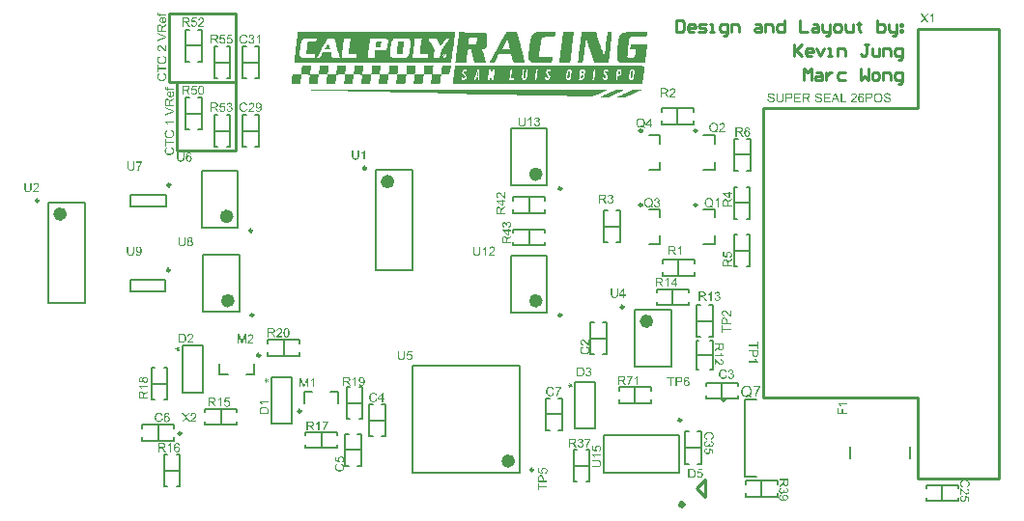
<source format=gbr>
%TF.GenerationSoftware,Altium Limited,Altium Designer,19.0.10 (269)*%
G04 Layer_Color=65535*
%FSLAX26Y26*%
%MOIN*%
%TF.FileFunction,Legend,Top*%
%TF.Part,Single*%
G01*
G75*
%TA.AperFunction,NonConductor*%
%ADD38C,0.009842*%
%ADD39C,0.023622*%
%ADD40C,0.010000*%
%ADD41C,0.005906*%
%ADD42C,0.007874*%
%ADD57C,0.019685*%
G36*
X1124796Y1451284D02*
Y1451229D01*
X1124769Y1451092D01*
X1124715Y1450847D01*
X1124687Y1450546D01*
X1124633Y1450191D01*
X1124605Y1449809D01*
X1124578Y1449018D01*
Y1448717D01*
X1124605Y1448417D01*
X1124660Y1448035D01*
X1124769Y1447625D01*
X1124906Y1447216D01*
X1125097Y1446834D01*
X1125342Y1446506D01*
X1125370Y1446479D01*
X1125479Y1446397D01*
X1125670Y1446288D01*
X1125970Y1446151D01*
X1126352Y1446015D01*
X1126571Y1445960D01*
X1126817Y1445905D01*
X1127117Y1445851D01*
X1127417Y1445823D01*
X1127745Y1445796D01*
X1128127D01*
X1130202D01*
Y1450246D01*
X1133205D01*
Y1445823D01*
X1153025D01*
Y1441947D01*
X1133205D01*
Y1438534D01*
X1130202D01*
Y1441947D01*
X1127799D01*
X1127772D01*
X1127690D01*
X1127581D01*
X1127417D01*
X1127226D01*
X1127008Y1441974D01*
X1126516Y1442002D01*
X1125970Y1442029D01*
X1125397Y1442111D01*
X1124851Y1442193D01*
X1124605Y1442274D01*
X1124387Y1442329D01*
X1124360D01*
X1124332Y1442356D01*
X1124250Y1442384D01*
X1124141Y1442438D01*
X1123868Y1442575D01*
X1123541Y1442793D01*
X1123158Y1443066D01*
X1122749Y1443394D01*
X1122367Y1443803D01*
X1121985Y1444295D01*
Y1444322D01*
X1121930Y1444349D01*
X1121903Y1444431D01*
X1121821Y1444568D01*
X1121766Y1444704D01*
X1121684Y1444868D01*
X1121602Y1445086D01*
X1121493Y1445332D01*
X1121411Y1445578D01*
X1121329Y1445878D01*
X1121247Y1446206D01*
X1121166Y1446561D01*
X1121111Y1446943D01*
X1121056Y1447352D01*
X1121029Y1448253D01*
Y1448690D01*
X1121056Y1448881D01*
X1121084Y1449318D01*
X1121138Y1449864D01*
X1121193Y1450465D01*
X1121302Y1451147D01*
X1121438Y1451857D01*
X1124796Y1451284D01*
D02*
G37*
G36*
X1142350Y1436268D02*
X1142596D01*
Y1419261D01*
X1142651D01*
X1142760D01*
X1142951Y1419288D01*
X1143224Y1419315D01*
X1143524Y1419370D01*
X1143906Y1419424D01*
X1144316Y1419506D01*
X1144753Y1419588D01*
X1145681Y1419861D01*
X1146145Y1420025D01*
X1146636Y1420216D01*
X1147101Y1420462D01*
X1147565Y1420735D01*
X1148001Y1421035D01*
X1148384Y1421363D01*
X1148411Y1421390D01*
X1148466Y1421445D01*
X1148575Y1421554D01*
X1148684Y1421718D01*
X1148848Y1421909D01*
X1149012Y1422127D01*
X1149203Y1422400D01*
X1149366Y1422700D01*
X1149557Y1423028D01*
X1149749Y1423383D01*
X1149912Y1423765D01*
X1150076Y1424202D01*
X1150185Y1424639D01*
X1150295Y1425130D01*
X1150349Y1425621D01*
X1150377Y1426140D01*
Y1426359D01*
X1150349Y1426495D01*
Y1426686D01*
X1150322Y1426905D01*
X1150240Y1427396D01*
X1150103Y1427969D01*
X1149912Y1428570D01*
X1149639Y1429198D01*
X1149257Y1429771D01*
X1149230Y1429798D01*
X1149203Y1429853D01*
X1149148Y1429908D01*
X1149039Y1430017D01*
X1148930Y1430153D01*
X1148766Y1430290D01*
X1148602Y1430454D01*
X1148384Y1430645D01*
X1148138Y1430836D01*
X1147892Y1431027D01*
X1147592Y1431218D01*
X1147264Y1431436D01*
X1146909Y1431628D01*
X1146527Y1431819D01*
X1146090Y1432010D01*
X1145654Y1432174D01*
X1146172Y1436159D01*
X1146200D01*
X1146336Y1436105D01*
X1146500Y1436050D01*
X1146746Y1435968D01*
X1147046Y1435859D01*
X1147401Y1435723D01*
X1147756Y1435559D01*
X1148165Y1435368D01*
X1148602Y1435149D01*
X1149039Y1434876D01*
X1149503Y1434603D01*
X1149967Y1434276D01*
X1150404Y1433921D01*
X1150841Y1433539D01*
X1151250Y1433102D01*
X1151632Y1432638D01*
X1151660Y1432610D01*
X1151714Y1432528D01*
X1151796Y1432365D01*
X1151933Y1432174D01*
X1152069Y1431928D01*
X1152233Y1431628D01*
X1152397Y1431273D01*
X1152588Y1430863D01*
X1152752Y1430426D01*
X1152943Y1429935D01*
X1153107Y1429389D01*
X1153243Y1428816D01*
X1153380Y1428188D01*
X1153461Y1427533D01*
X1153516Y1426850D01*
X1153543Y1426113D01*
Y1425895D01*
X1153516Y1425621D01*
X1153489Y1425294D01*
X1153461Y1424857D01*
X1153380Y1424366D01*
X1153298Y1423847D01*
X1153161Y1423246D01*
X1152997Y1422619D01*
X1152806Y1421991D01*
X1152561Y1421335D01*
X1152260Y1420653D01*
X1151905Y1420025D01*
X1151496Y1419370D01*
X1151032Y1418769D01*
X1150486Y1418196D01*
X1150458Y1418169D01*
X1150349Y1418059D01*
X1150158Y1417923D01*
X1149912Y1417732D01*
X1149612Y1417513D01*
X1149203Y1417268D01*
X1148766Y1417022D01*
X1148247Y1416749D01*
X1147674Y1416476D01*
X1147019Y1416203D01*
X1146309Y1415957D01*
X1145544Y1415739D01*
X1144698Y1415548D01*
X1143797Y1415411D01*
X1142842Y1415302D01*
X1141832Y1415275D01*
X1141804D01*
X1141777D01*
X1141695D01*
X1141586D01*
X1141449D01*
X1141286Y1415302D01*
X1140876Y1415329D01*
X1140385Y1415357D01*
X1139839Y1415439D01*
X1139211Y1415521D01*
X1138556Y1415657D01*
X1137846Y1415793D01*
X1137109Y1415985D01*
X1136372Y1416230D01*
X1135634Y1416531D01*
X1134897Y1416858D01*
X1134188Y1417240D01*
X1133505Y1417705D01*
X1132877Y1418223D01*
X1132850Y1418251D01*
X1132741Y1418360D01*
X1132577Y1418524D01*
X1132386Y1418769D01*
X1132140Y1419070D01*
X1131867Y1419424D01*
X1131567Y1419834D01*
X1131266Y1420298D01*
X1130994Y1420817D01*
X1130693Y1421417D01*
X1130420Y1422045D01*
X1130175Y1422728D01*
X1129983Y1423465D01*
X1129820Y1424229D01*
X1129710Y1425048D01*
X1129683Y1425922D01*
Y1426113D01*
X1129710Y1426359D01*
X1129738Y1426686D01*
X1129765Y1427068D01*
X1129847Y1427505D01*
X1129956Y1428024D01*
X1130065Y1428570D01*
X1130229Y1429143D01*
X1130447Y1429744D01*
X1130693Y1430372D01*
X1130994Y1431000D01*
X1131376Y1431600D01*
X1131785Y1432228D01*
X1132277Y1432801D01*
X1132823Y1433375D01*
X1132850Y1433402D01*
X1132959Y1433511D01*
X1133150Y1433648D01*
X1133396Y1433839D01*
X1133724Y1434057D01*
X1134106Y1434303D01*
X1134570Y1434576D01*
X1135089Y1434849D01*
X1135662Y1435122D01*
X1136317Y1435368D01*
X1137054Y1435613D01*
X1137819Y1435832D01*
X1138665Y1436023D01*
X1139593Y1436159D01*
X1140549Y1436268D01*
X1141586Y1436296D01*
X1141613D01*
X1141640D01*
X1141722D01*
X1141832D01*
X1141968D01*
X1142159D01*
X1142350Y1436268D01*
D02*
G37*
G36*
X1153025Y1407849D02*
X1146473Y1403700D01*
X1146445Y1403672D01*
X1146336Y1403618D01*
X1146200Y1403536D01*
X1146008Y1403399D01*
X1145763Y1403236D01*
X1145490Y1403072D01*
X1145189Y1402853D01*
X1144889Y1402635D01*
X1144179Y1402171D01*
X1143470Y1401652D01*
X1142787Y1401161D01*
X1142459Y1400915D01*
X1142159Y1400697D01*
X1142132D01*
X1142105Y1400642D01*
X1142023Y1400587D01*
X1141914Y1400505D01*
X1141640Y1400287D01*
X1141313Y1399987D01*
X1140985Y1399659D01*
X1140630Y1399304D01*
X1140303Y1398922D01*
X1140057Y1398567D01*
X1140030Y1398540D01*
X1139948Y1398403D01*
X1139866Y1398212D01*
X1139729Y1397994D01*
X1139593Y1397694D01*
X1139457Y1397393D01*
X1139320Y1397038D01*
X1139211Y1396684D01*
Y1396656D01*
X1139184Y1396547D01*
X1139156Y1396383D01*
X1139129Y1396138D01*
X1139102Y1395810D01*
X1139074Y1395400D01*
X1139047Y1394936D01*
Y1389558D01*
X1153025D01*
Y1385381D01*
X1121548D01*
Y1400014D01*
X1121575Y1400369D01*
X1121602Y1400778D01*
X1121630Y1401215D01*
X1121657Y1401707D01*
X1121766Y1402744D01*
X1121903Y1403809D01*
X1122012Y1404328D01*
X1122121Y1404819D01*
X1122257Y1405283D01*
X1122421Y1405720D01*
Y1405747D01*
X1122449Y1405829D01*
X1122503Y1405938D01*
X1122585Y1406075D01*
X1122694Y1406266D01*
X1122803Y1406484D01*
X1123104Y1406976D01*
X1123513Y1407522D01*
X1123759Y1407822D01*
X1124032Y1408122D01*
X1124332Y1408395D01*
X1124687Y1408696D01*
X1125042Y1408968D01*
X1125424Y1409214D01*
X1125452Y1409242D01*
X1125534Y1409269D01*
X1125643Y1409323D01*
X1125806Y1409433D01*
X1125998Y1409514D01*
X1126243Y1409624D01*
X1126516Y1409760D01*
X1126817Y1409869D01*
X1127144Y1410006D01*
X1127499Y1410115D01*
X1128318Y1410333D01*
X1129192Y1410470D01*
X1129656Y1410497D01*
X1130147Y1410525D01*
X1130175D01*
X1130284D01*
X1130475D01*
X1130693Y1410497D01*
X1130994Y1410470D01*
X1131321Y1410415D01*
X1131703Y1410333D01*
X1132113Y1410252D01*
X1132522Y1410142D01*
X1132986Y1410006D01*
X1133450Y1409815D01*
X1133942Y1409596D01*
X1134406Y1409351D01*
X1134897Y1409050D01*
X1135361Y1408723D01*
X1135798Y1408341D01*
X1135826Y1408313D01*
X1135908Y1408231D01*
X1136017Y1408122D01*
X1136153Y1407931D01*
X1136344Y1407713D01*
X1136563Y1407412D01*
X1136781Y1407085D01*
X1137027Y1406703D01*
X1137273Y1406266D01*
X1137518Y1405774D01*
X1137764Y1405201D01*
X1137982Y1404601D01*
X1138201Y1403945D01*
X1138392Y1403236D01*
X1138556Y1402471D01*
X1138692Y1401652D01*
Y1401679D01*
X1138719Y1401734D01*
X1138774Y1401816D01*
X1138829Y1401925D01*
X1138992Y1402225D01*
X1139184Y1402580D01*
X1139429Y1402990D01*
X1139702Y1403427D01*
X1139975Y1403809D01*
X1140275Y1404164D01*
X1140303Y1404191D01*
X1140357Y1404246D01*
X1140439Y1404355D01*
X1140576Y1404464D01*
X1140740Y1404628D01*
X1140931Y1404819D01*
X1141149Y1405037D01*
X1141422Y1405283D01*
X1141722Y1405529D01*
X1142023Y1405802D01*
X1142733Y1406375D01*
X1143552Y1407003D01*
X1144452Y1407603D01*
X1153025Y1413063D01*
Y1407849D01*
D02*
G37*
G36*
Y1369247D02*
Y1364934D01*
X1121548Y1352730D01*
Y1357262D01*
X1144425Y1365425D01*
X1144452D01*
X1144534Y1365480D01*
X1144698Y1365534D01*
X1144889Y1365589D01*
X1145135Y1365671D01*
X1145435Y1365780D01*
X1145736Y1365889D01*
X1146090Y1366026D01*
X1146500Y1366135D01*
X1146882Y1366271D01*
X1147756Y1366544D01*
X1148684Y1366845D01*
X1149585Y1367090D01*
X1149557D01*
X1149476Y1367118D01*
X1149339Y1367172D01*
X1149148Y1367227D01*
X1148902Y1367281D01*
X1148629Y1367363D01*
X1148329Y1367473D01*
X1147974Y1367582D01*
X1147592Y1367691D01*
X1147210Y1367827D01*
X1146336Y1368128D01*
X1145381Y1368428D01*
X1144425Y1368783D01*
X1121548Y1377301D01*
Y1381532D01*
X1153025Y1369247D01*
D02*
G37*
G36*
Y1328379D02*
X1128427D01*
X1128455Y1328352D01*
X1128482Y1328324D01*
X1128564Y1328242D01*
X1128646Y1328133D01*
X1128782Y1327969D01*
X1128919Y1327806D01*
X1129082Y1327614D01*
X1129274Y1327396D01*
X1129656Y1326850D01*
X1130120Y1326222D01*
X1130611Y1325512D01*
X1131103Y1324693D01*
X1131130Y1324666D01*
X1131157Y1324584D01*
X1131239Y1324475D01*
X1131321Y1324311D01*
X1131430Y1324120D01*
X1131540Y1323902D01*
X1131703Y1323629D01*
X1131840Y1323356D01*
X1132167Y1322728D01*
X1132495Y1322045D01*
X1132823Y1321335D01*
X1133096Y1320653D01*
X1129355D01*
X1129328Y1320680D01*
X1129274Y1320790D01*
X1129192Y1320981D01*
X1129082Y1321199D01*
X1128946Y1321472D01*
X1128755Y1321800D01*
X1128564Y1322155D01*
X1128318Y1322564D01*
X1128072Y1323001D01*
X1127772Y1323438D01*
X1127144Y1324393D01*
X1126434Y1325376D01*
X1125670Y1326304D01*
X1125643Y1326331D01*
X1125561Y1326413D01*
X1125452Y1326523D01*
X1125288Y1326714D01*
X1125097Y1326905D01*
X1124878Y1327123D01*
X1124605Y1327369D01*
X1124332Y1327642D01*
X1123677Y1328215D01*
X1122967Y1328788D01*
X1122203Y1329307D01*
X1121821Y1329553D01*
X1121438Y1329744D01*
Y1332255D01*
X1153025D01*
Y1328379D01*
D02*
G37*
G36*
X1143087Y1301871D02*
X1143169D01*
X1143251Y1301843D01*
X1143524Y1301761D01*
X1143879Y1301652D01*
X1144316Y1301488D01*
X1144807Y1301297D01*
X1145353Y1301079D01*
X1145927Y1300806D01*
X1146554Y1300506D01*
X1147210Y1300178D01*
X1147865Y1299796D01*
X1148493Y1299359D01*
X1149148Y1298868D01*
X1149749Y1298349D01*
X1150322Y1297803D01*
X1150868Y1297175D01*
X1150895Y1297148D01*
X1150977Y1297011D01*
X1151114Y1296820D01*
X1151277Y1296574D01*
X1151496Y1296247D01*
X1151714Y1295837D01*
X1151960Y1295373D01*
X1152206Y1294854D01*
X1152451Y1294281D01*
X1152697Y1293653D01*
X1152915Y1292971D01*
X1153134Y1292234D01*
X1153298Y1291442D01*
X1153434Y1290623D01*
X1153516Y1289749D01*
X1153543Y1288849D01*
Y1288630D01*
X1153516Y1288357D01*
Y1288002D01*
X1153489Y1287565D01*
X1153434Y1287074D01*
X1153380Y1286528D01*
X1153298Y1285900D01*
X1153188Y1285272D01*
X1153052Y1284590D01*
X1152888Y1283907D01*
X1152670Y1283225D01*
X1152451Y1282515D01*
X1152178Y1281860D01*
X1151851Y1281205D01*
X1151496Y1280577D01*
X1151468Y1280549D01*
X1151387Y1280440D01*
X1151277Y1280276D01*
X1151114Y1280058D01*
X1150895Y1279785D01*
X1150622Y1279485D01*
X1150322Y1279130D01*
X1149967Y1278775D01*
X1149557Y1278393D01*
X1149121Y1277983D01*
X1148629Y1277574D01*
X1148083Y1277191D01*
X1147510Y1276782D01*
X1146882Y1276400D01*
X1146200Y1276045D01*
X1145490Y1275717D01*
X1145435Y1275690D01*
X1145299Y1275635D01*
X1145108Y1275553D01*
X1144807Y1275472D01*
X1144452Y1275335D01*
X1144016Y1275198D01*
X1143524Y1275062D01*
X1142951Y1274898D01*
X1142350Y1274734D01*
X1141695Y1274598D01*
X1141013Y1274461D01*
X1140275Y1274325D01*
X1139511Y1274243D01*
X1138719Y1274161D01*
X1137900Y1274107D01*
X1137054Y1274079D01*
X1137027D01*
X1136999D01*
X1136836D01*
X1136563D01*
X1136235Y1274107D01*
X1135798Y1274134D01*
X1135307Y1274188D01*
X1134761Y1274243D01*
X1134133Y1274325D01*
X1133478Y1274407D01*
X1132795Y1274543D01*
X1132085Y1274680D01*
X1131376Y1274871D01*
X1130639Y1275089D01*
X1129901Y1275335D01*
X1129192Y1275608D01*
X1128482Y1275936D01*
X1128427Y1275963D01*
X1128318Y1276017D01*
X1128127Y1276127D01*
X1127881Y1276291D01*
X1127581Y1276482D01*
X1127226Y1276727D01*
X1126844Y1277000D01*
X1126407Y1277301D01*
X1125970Y1277683D01*
X1125506Y1278065D01*
X1125042Y1278502D01*
X1124578Y1278993D01*
X1124141Y1279512D01*
X1123704Y1280058D01*
X1123295Y1280659D01*
X1122913Y1281286D01*
X1122885Y1281314D01*
X1122831Y1281450D01*
X1122749Y1281641D01*
X1122612Y1281887D01*
X1122476Y1282215D01*
X1122312Y1282597D01*
X1122121Y1283034D01*
X1121957Y1283552D01*
X1121766Y1284071D01*
X1121602Y1284672D01*
X1121438Y1285300D01*
X1121302Y1285955D01*
X1121166Y1286665D01*
X1121084Y1287374D01*
X1121029Y1288139D01*
X1121002Y1288903D01*
Y1289121D01*
X1121029Y1289367D01*
Y1289695D01*
X1121084Y1290104D01*
X1121138Y1290568D01*
X1121193Y1291087D01*
X1121302Y1291660D01*
X1121438Y1292288D01*
X1121602Y1292916D01*
X1121793Y1293571D01*
X1122039Y1294254D01*
X1122312Y1294909D01*
X1122640Y1295592D01*
X1122995Y1296219D01*
X1123431Y1296847D01*
X1123459Y1296875D01*
X1123541Y1296984D01*
X1123677Y1297148D01*
X1123868Y1297366D01*
X1124114Y1297639D01*
X1124414Y1297939D01*
X1124769Y1298267D01*
X1125179Y1298622D01*
X1125643Y1298977D01*
X1126134Y1299359D01*
X1126707Y1299741D01*
X1127308Y1300096D01*
X1127963Y1300451D01*
X1128646Y1300779D01*
X1129410Y1301079D01*
X1130202Y1301352D01*
X1131157Y1297257D01*
X1131130D01*
X1130994Y1297202D01*
X1130830Y1297148D01*
X1130584Y1297039D01*
X1130311Y1296929D01*
X1129983Y1296793D01*
X1129629Y1296629D01*
X1129246Y1296438D01*
X1128427Y1295974D01*
X1127608Y1295428D01*
X1127199Y1295128D01*
X1126817Y1294800D01*
X1126462Y1294445D01*
X1126161Y1294063D01*
X1126134Y1294035D01*
X1126080Y1293981D01*
X1126025Y1293844D01*
X1125916Y1293681D01*
X1125806Y1293489D01*
X1125670Y1293244D01*
X1125506Y1292944D01*
X1125370Y1292643D01*
X1125233Y1292261D01*
X1125069Y1291879D01*
X1124933Y1291442D01*
X1124824Y1290978D01*
X1124715Y1290486D01*
X1124633Y1289968D01*
X1124605Y1289395D01*
X1124578Y1288821D01*
Y1288466D01*
X1124605Y1288221D01*
X1124633Y1287893D01*
X1124660Y1287538D01*
X1124715Y1287129D01*
X1124796Y1286692D01*
X1124878Y1286228D01*
X1125015Y1285736D01*
X1125151Y1285245D01*
X1125315Y1284726D01*
X1125506Y1284235D01*
X1125752Y1283716D01*
X1126025Y1283225D01*
X1126325Y1282761D01*
X1126352Y1282733D01*
X1126407Y1282651D01*
X1126516Y1282542D01*
X1126653Y1282378D01*
X1126817Y1282160D01*
X1127035Y1281942D01*
X1127281Y1281696D01*
X1127554Y1281423D01*
X1127881Y1281150D01*
X1128236Y1280850D01*
X1128618Y1280577D01*
X1129028Y1280304D01*
X1129465Y1280031D01*
X1129956Y1279785D01*
X1130447Y1279539D01*
X1130994Y1279348D01*
X1131021D01*
X1131130Y1279293D01*
X1131294Y1279266D01*
X1131485Y1279184D01*
X1131758Y1279130D01*
X1132085Y1279048D01*
X1132440Y1278939D01*
X1132850Y1278857D01*
X1133287Y1278775D01*
X1133751Y1278666D01*
X1134242Y1278584D01*
X1134761Y1278529D01*
X1135880Y1278420D01*
X1137027Y1278365D01*
X1137081D01*
X1137191D01*
X1137409D01*
X1137709Y1278393D01*
X1138037D01*
X1138446Y1278420D01*
X1138910Y1278475D01*
X1139402Y1278502D01*
X1139948Y1278584D01*
X1140494Y1278638D01*
X1141668Y1278857D01*
X1142869Y1279130D01*
X1144043Y1279512D01*
X1144070Y1279539D01*
X1144179Y1279566D01*
X1144316Y1279648D01*
X1144534Y1279730D01*
X1144780Y1279867D01*
X1145053Y1280003D01*
X1145381Y1280194D01*
X1145708Y1280413D01*
X1146063Y1280659D01*
X1146445Y1280904D01*
X1146800Y1281205D01*
X1147182Y1281532D01*
X1147537Y1281887D01*
X1147865Y1282269D01*
X1148193Y1282706D01*
X1148493Y1283143D01*
X1148520Y1283170D01*
X1148547Y1283252D01*
X1148629Y1283389D01*
X1148711Y1283580D01*
X1148820Y1283798D01*
X1148957Y1284071D01*
X1149093Y1284399D01*
X1149230Y1284754D01*
X1149366Y1285136D01*
X1149503Y1285545D01*
X1149612Y1285982D01*
X1149749Y1286446D01*
X1149912Y1287429D01*
X1149940Y1287975D01*
X1149967Y1288494D01*
Y1288657D01*
X1149940Y1288821D01*
Y1289067D01*
X1149912Y1289367D01*
X1149858Y1289722D01*
X1149803Y1290132D01*
X1149721Y1290541D01*
X1149612Y1291005D01*
X1149476Y1291469D01*
X1149312Y1291961D01*
X1149121Y1292479D01*
X1148902Y1292971D01*
X1148629Y1293462D01*
X1148329Y1293954D01*
X1147974Y1294418D01*
X1147947Y1294445D01*
X1147892Y1294527D01*
X1147756Y1294636D01*
X1147592Y1294800D01*
X1147373Y1295018D01*
X1147128Y1295237D01*
X1146828Y1295482D01*
X1146473Y1295755D01*
X1146063Y1296028D01*
X1145626Y1296301D01*
X1145135Y1296574D01*
X1144589Y1296847D01*
X1144016Y1297093D01*
X1143388Y1297339D01*
X1142705Y1297530D01*
X1141995Y1297721D01*
X1143033Y1301898D01*
X1143060D01*
X1143087Y1301871D01*
D02*
G37*
G36*
X1125261Y1260620D02*
X1153025D01*
Y1256443D01*
X1125261D01*
Y1246069D01*
X1121548D01*
Y1271049D01*
X1125261D01*
Y1260620D01*
D02*
G37*
G36*
X1143087Y1243257D02*
X1143169D01*
X1143251Y1243230D01*
X1143524Y1243148D01*
X1143879Y1243039D01*
X1144316Y1242875D01*
X1144807Y1242684D01*
X1145353Y1242466D01*
X1145927Y1242193D01*
X1146554Y1241892D01*
X1147210Y1241565D01*
X1147865Y1241183D01*
X1148493Y1240746D01*
X1149148Y1240255D01*
X1149749Y1239736D01*
X1150322Y1239190D01*
X1150868Y1238562D01*
X1150895Y1238535D01*
X1150977Y1238398D01*
X1151114Y1238207D01*
X1151277Y1237961D01*
X1151496Y1237634D01*
X1151714Y1237224D01*
X1151960Y1236760D01*
X1152206Y1236241D01*
X1152451Y1235668D01*
X1152697Y1235040D01*
X1152915Y1234358D01*
X1153134Y1233621D01*
X1153298Y1232829D01*
X1153434Y1232010D01*
X1153516Y1231136D01*
X1153543Y1230235D01*
Y1230017D01*
X1153516Y1229744D01*
Y1229389D01*
X1153489Y1228952D01*
X1153434Y1228461D01*
X1153380Y1227915D01*
X1153298Y1227287D01*
X1153188Y1226659D01*
X1153052Y1225977D01*
X1152888Y1225294D01*
X1152670Y1224612D01*
X1152451Y1223902D01*
X1152178Y1223247D01*
X1151851Y1222591D01*
X1151496Y1221964D01*
X1151468Y1221936D01*
X1151387Y1221827D01*
X1151277Y1221663D01*
X1151114Y1221445D01*
X1150895Y1221172D01*
X1150622Y1220871D01*
X1150322Y1220517D01*
X1149967Y1220162D01*
X1149557Y1219780D01*
X1149121Y1219370D01*
X1148629Y1218960D01*
X1148083Y1218578D01*
X1147510Y1218169D01*
X1146882Y1217787D01*
X1146200Y1217432D01*
X1145490Y1217104D01*
X1145435Y1217077D01*
X1145299Y1217022D01*
X1145108Y1216940D01*
X1144807Y1216858D01*
X1144452Y1216722D01*
X1144016Y1216585D01*
X1143524Y1216449D01*
X1142951Y1216285D01*
X1142350Y1216121D01*
X1141695Y1215985D01*
X1141013Y1215848D01*
X1140275Y1215712D01*
X1139511Y1215630D01*
X1138719Y1215548D01*
X1137900Y1215493D01*
X1137054Y1215466D01*
X1137027D01*
X1136999D01*
X1136836D01*
X1136563D01*
X1136235Y1215493D01*
X1135798Y1215521D01*
X1135307Y1215575D01*
X1134761Y1215630D01*
X1134133Y1215712D01*
X1133478Y1215794D01*
X1132795Y1215930D01*
X1132085Y1216067D01*
X1131376Y1216258D01*
X1130639Y1216476D01*
X1129901Y1216722D01*
X1129192Y1216995D01*
X1128482Y1217322D01*
X1128427Y1217350D01*
X1128318Y1217404D01*
X1128127Y1217514D01*
X1127881Y1217677D01*
X1127581Y1217869D01*
X1127226Y1218114D01*
X1126844Y1218387D01*
X1126407Y1218688D01*
X1125970Y1219070D01*
X1125506Y1219452D01*
X1125042Y1219889D01*
X1124578Y1220380D01*
X1124141Y1220899D01*
X1123704Y1221445D01*
X1123295Y1222045D01*
X1122913Y1222673D01*
X1122885Y1222701D01*
X1122831Y1222837D01*
X1122749Y1223028D01*
X1122612Y1223274D01*
X1122476Y1223601D01*
X1122312Y1223984D01*
X1122121Y1224420D01*
X1121957Y1224939D01*
X1121766Y1225458D01*
X1121602Y1226059D01*
X1121438Y1226686D01*
X1121302Y1227342D01*
X1121166Y1228051D01*
X1121084Y1228761D01*
X1121029Y1229526D01*
X1121002Y1230290D01*
Y1230508D01*
X1121029Y1230754D01*
Y1231082D01*
X1121084Y1231491D01*
X1121138Y1231955D01*
X1121193Y1232474D01*
X1121302Y1233047D01*
X1121438Y1233675D01*
X1121602Y1234303D01*
X1121793Y1234958D01*
X1122039Y1235641D01*
X1122312Y1236296D01*
X1122640Y1236978D01*
X1122995Y1237606D01*
X1123431Y1238234D01*
X1123459Y1238262D01*
X1123541Y1238371D01*
X1123677Y1238535D01*
X1123868Y1238753D01*
X1124114Y1239026D01*
X1124414Y1239326D01*
X1124769Y1239654D01*
X1125179Y1240009D01*
X1125643Y1240364D01*
X1126134Y1240746D01*
X1126707Y1241128D01*
X1127308Y1241483D01*
X1127963Y1241838D01*
X1128646Y1242166D01*
X1129410Y1242466D01*
X1130202Y1242739D01*
X1131157Y1238644D01*
X1131130D01*
X1130994Y1238589D01*
X1130830Y1238535D01*
X1130584Y1238425D01*
X1130311Y1238316D01*
X1129983Y1238180D01*
X1129629Y1238016D01*
X1129246Y1237825D01*
X1128427Y1237361D01*
X1127608Y1236815D01*
X1127199Y1236514D01*
X1126817Y1236187D01*
X1126462Y1235832D01*
X1126161Y1235450D01*
X1126134Y1235422D01*
X1126080Y1235368D01*
X1126025Y1235231D01*
X1125916Y1235068D01*
X1125806Y1234876D01*
X1125670Y1234631D01*
X1125506Y1234330D01*
X1125370Y1234030D01*
X1125233Y1233648D01*
X1125069Y1233266D01*
X1124933Y1232829D01*
X1124824Y1232365D01*
X1124715Y1231873D01*
X1124633Y1231355D01*
X1124605Y1230781D01*
X1124578Y1230208D01*
Y1229853D01*
X1124605Y1229608D01*
X1124633Y1229280D01*
X1124660Y1228925D01*
X1124715Y1228515D01*
X1124796Y1228079D01*
X1124878Y1227615D01*
X1125015Y1227123D01*
X1125151Y1226632D01*
X1125315Y1226113D01*
X1125506Y1225622D01*
X1125752Y1225103D01*
X1126025Y1224612D01*
X1126325Y1224148D01*
X1126352Y1224120D01*
X1126407Y1224038D01*
X1126516Y1223929D01*
X1126653Y1223765D01*
X1126817Y1223547D01*
X1127035Y1223329D01*
X1127281Y1223083D01*
X1127554Y1222810D01*
X1127881Y1222537D01*
X1128236Y1222236D01*
X1128618Y1221964D01*
X1129028Y1221690D01*
X1129465Y1221418D01*
X1129956Y1221172D01*
X1130447Y1220926D01*
X1130994Y1220735D01*
X1131021D01*
X1131130Y1220680D01*
X1131294Y1220653D01*
X1131485Y1220571D01*
X1131758Y1220517D01*
X1132085Y1220435D01*
X1132440Y1220325D01*
X1132850Y1220244D01*
X1133287Y1220162D01*
X1133751Y1220053D01*
X1134242Y1219971D01*
X1134761Y1219916D01*
X1135880Y1219807D01*
X1137027Y1219752D01*
X1137081D01*
X1137191D01*
X1137409D01*
X1137709Y1219780D01*
X1138037D01*
X1138446Y1219807D01*
X1138910Y1219861D01*
X1139402Y1219889D01*
X1139948Y1219971D01*
X1140494Y1220025D01*
X1141668Y1220244D01*
X1142869Y1220517D01*
X1144043Y1220899D01*
X1144070Y1220926D01*
X1144179Y1220953D01*
X1144316Y1221035D01*
X1144534Y1221117D01*
X1144780Y1221254D01*
X1145053Y1221390D01*
X1145381Y1221581D01*
X1145708Y1221800D01*
X1146063Y1222045D01*
X1146445Y1222291D01*
X1146800Y1222591D01*
X1147182Y1222919D01*
X1147537Y1223274D01*
X1147865Y1223656D01*
X1148193Y1224093D01*
X1148493Y1224530D01*
X1148520Y1224557D01*
X1148547Y1224639D01*
X1148629Y1224775D01*
X1148711Y1224966D01*
X1148820Y1225185D01*
X1148957Y1225458D01*
X1149093Y1225785D01*
X1149230Y1226140D01*
X1149366Y1226523D01*
X1149503Y1226932D01*
X1149612Y1227369D01*
X1149749Y1227833D01*
X1149912Y1228816D01*
X1149940Y1229362D01*
X1149967Y1229880D01*
Y1230044D01*
X1149940Y1230208D01*
Y1230454D01*
X1149912Y1230754D01*
X1149858Y1231109D01*
X1149803Y1231518D01*
X1149721Y1231928D01*
X1149612Y1232392D01*
X1149476Y1232856D01*
X1149312Y1233348D01*
X1149121Y1233866D01*
X1148902Y1234358D01*
X1148629Y1234849D01*
X1148329Y1235341D01*
X1147974Y1235805D01*
X1147947Y1235832D01*
X1147892Y1235914D01*
X1147756Y1236023D01*
X1147592Y1236187D01*
X1147373Y1236405D01*
X1147128Y1236624D01*
X1146828Y1236869D01*
X1146473Y1237142D01*
X1146063Y1237415D01*
X1145626Y1237688D01*
X1145135Y1237961D01*
X1144589Y1238234D01*
X1144016Y1238480D01*
X1143388Y1238726D01*
X1142705Y1238917D01*
X1141995Y1239108D01*
X1143033Y1243285D01*
X1143060D01*
X1143087Y1243257D01*
D02*
G37*
G36*
X1098734Y1707189D02*
Y1707134D01*
X1098706Y1706998D01*
X1098652Y1706752D01*
X1098624Y1706452D01*
X1098570Y1706097D01*
X1098542Y1705715D01*
X1098515Y1704923D01*
Y1704623D01*
X1098542Y1704322D01*
X1098597Y1703940D01*
X1098706Y1703531D01*
X1098843Y1703121D01*
X1099034Y1702739D01*
X1099280Y1702411D01*
X1099307Y1702384D01*
X1099416Y1702302D01*
X1099607Y1702193D01*
X1099907Y1702057D01*
X1100290Y1701920D01*
X1100508Y1701866D01*
X1100754Y1701811D01*
X1101054Y1701756D01*
X1101354Y1701729D01*
X1101682Y1701702D01*
X1102064D01*
X1104139D01*
Y1706152D01*
X1107142D01*
Y1701729D01*
X1126962D01*
Y1697852D01*
X1107142D01*
Y1694440D01*
X1104139D01*
Y1697852D01*
X1101736D01*
X1101709D01*
X1101627D01*
X1101518D01*
X1101354D01*
X1101163D01*
X1100945Y1697880D01*
X1100453Y1697907D01*
X1099907Y1697934D01*
X1099334Y1698016D01*
X1098788Y1698098D01*
X1098542Y1698180D01*
X1098324Y1698235D01*
X1098297D01*
X1098269Y1698262D01*
X1098188Y1698289D01*
X1098078Y1698344D01*
X1097805Y1698480D01*
X1097478Y1698699D01*
X1097095Y1698972D01*
X1096686Y1699299D01*
X1096304Y1699709D01*
X1095922Y1700200D01*
Y1700227D01*
X1095867Y1700255D01*
X1095840Y1700337D01*
X1095758Y1700473D01*
X1095703Y1700610D01*
X1095621Y1700774D01*
X1095539Y1700992D01*
X1095430Y1701238D01*
X1095348Y1701483D01*
X1095266Y1701784D01*
X1095185Y1702111D01*
X1095103Y1702466D01*
X1095048Y1702848D01*
X1094993Y1703258D01*
X1094966Y1704159D01*
Y1704595D01*
X1094993Y1704787D01*
X1095021Y1705223D01*
X1095075Y1705769D01*
X1095130Y1706370D01*
X1095239Y1707053D01*
X1095376Y1707762D01*
X1098734Y1707189D01*
D02*
G37*
G36*
X1116287Y1692174D02*
X1116533D01*
Y1675166D01*
X1116588D01*
X1116697D01*
X1116888Y1675193D01*
X1117161Y1675221D01*
X1117461Y1675275D01*
X1117843Y1675330D01*
X1118253Y1675412D01*
X1118690Y1675494D01*
X1119618Y1675767D01*
X1120082Y1675930D01*
X1120573Y1676122D01*
X1121038Y1676367D01*
X1121502Y1676640D01*
X1121938Y1676941D01*
X1122321Y1677268D01*
X1122348Y1677295D01*
X1122403Y1677350D01*
X1122512Y1677459D01*
X1122621Y1677623D01*
X1122785Y1677814D01*
X1122949Y1678033D01*
X1123140Y1678306D01*
X1123303Y1678606D01*
X1123495Y1678934D01*
X1123686Y1679288D01*
X1123850Y1679671D01*
X1124013Y1680107D01*
X1124122Y1680544D01*
X1124232Y1681036D01*
X1124286Y1681527D01*
X1124314Y1682046D01*
Y1682264D01*
X1124286Y1682401D01*
Y1682592D01*
X1124259Y1682810D01*
X1124177Y1683302D01*
X1124041Y1683875D01*
X1123850Y1684475D01*
X1123576Y1685103D01*
X1123194Y1685677D01*
X1123167Y1685704D01*
X1123140Y1685758D01*
X1123085Y1685813D01*
X1122976Y1685922D01*
X1122867Y1686059D01*
X1122703Y1686195D01*
X1122539Y1686359D01*
X1122321Y1686550D01*
X1122075Y1686741D01*
X1121829Y1686932D01*
X1121529Y1687123D01*
X1121201Y1687342D01*
X1120847Y1687533D01*
X1120464Y1687724D01*
X1120027Y1687915D01*
X1119591Y1688079D01*
X1120109Y1692065D01*
X1120137D01*
X1120273Y1692010D01*
X1120437Y1691956D01*
X1120683Y1691874D01*
X1120983Y1691764D01*
X1121338Y1691628D01*
X1121693Y1691464D01*
X1122102Y1691273D01*
X1122539Y1691055D01*
X1122976Y1690782D01*
X1123440Y1690509D01*
X1123904Y1690181D01*
X1124341Y1689826D01*
X1124778Y1689444D01*
X1125187Y1689007D01*
X1125569Y1688543D01*
X1125597Y1688516D01*
X1125651Y1688434D01*
X1125733Y1688270D01*
X1125870Y1688079D01*
X1126006Y1687833D01*
X1126170Y1687533D01*
X1126334Y1687178D01*
X1126525Y1686769D01*
X1126689Y1686332D01*
X1126880Y1685840D01*
X1127044Y1685294D01*
X1127180Y1684721D01*
X1127317Y1684093D01*
X1127399Y1683438D01*
X1127453Y1682755D01*
X1127480Y1682018D01*
Y1681800D01*
X1127453Y1681527D01*
X1127426Y1681199D01*
X1127399Y1680763D01*
X1127317Y1680271D01*
X1127235Y1679753D01*
X1127098Y1679152D01*
X1126934Y1678524D01*
X1126743Y1677896D01*
X1126498Y1677241D01*
X1126197Y1676558D01*
X1125842Y1675930D01*
X1125433Y1675275D01*
X1124969Y1674675D01*
X1124423Y1674101D01*
X1124396Y1674074D01*
X1124286Y1673965D01*
X1124095Y1673828D01*
X1123850Y1673637D01*
X1123549Y1673419D01*
X1123140Y1673173D01*
X1122703Y1672928D01*
X1122184Y1672655D01*
X1121611Y1672381D01*
X1120956Y1672109D01*
X1120246Y1671863D01*
X1119482Y1671644D01*
X1118635Y1671453D01*
X1117734Y1671317D01*
X1116779Y1671208D01*
X1115769Y1671180D01*
X1115741D01*
X1115714D01*
X1115632D01*
X1115523D01*
X1115387D01*
X1115223Y1671208D01*
X1114813Y1671235D01*
X1114322Y1671262D01*
X1113776Y1671344D01*
X1113148Y1671426D01*
X1112493Y1671562D01*
X1111783Y1671699D01*
X1111046Y1671890D01*
X1110309Y1672136D01*
X1109572Y1672436D01*
X1108834Y1672764D01*
X1108125Y1673146D01*
X1107442Y1673610D01*
X1106814Y1674129D01*
X1106787Y1674156D01*
X1106678Y1674265D01*
X1106514Y1674429D01*
X1106323Y1674675D01*
X1106077Y1674975D01*
X1105804Y1675330D01*
X1105504Y1675739D01*
X1105204Y1676204D01*
X1104931Y1676722D01*
X1104630Y1677323D01*
X1104357Y1677951D01*
X1104112Y1678633D01*
X1103920Y1679370D01*
X1103757Y1680135D01*
X1103648Y1680954D01*
X1103620Y1681827D01*
Y1682018D01*
X1103648Y1682264D01*
X1103675Y1682592D01*
X1103702Y1682974D01*
X1103784Y1683411D01*
X1103893Y1683929D01*
X1104002Y1684475D01*
X1104166Y1685049D01*
X1104385Y1685649D01*
X1104630Y1686277D01*
X1104931Y1686905D01*
X1105313Y1687506D01*
X1105722Y1688134D01*
X1106214Y1688707D01*
X1106760Y1689280D01*
X1106787Y1689307D01*
X1106896Y1689417D01*
X1107087Y1689553D01*
X1107333Y1689744D01*
X1107661Y1689963D01*
X1108043Y1690208D01*
X1108507Y1690481D01*
X1109026Y1690754D01*
X1109599Y1691027D01*
X1110254Y1691273D01*
X1110991Y1691519D01*
X1111756Y1691737D01*
X1112602Y1691928D01*
X1113530Y1692065D01*
X1114486Y1692174D01*
X1115523Y1692201D01*
X1115550D01*
X1115578D01*
X1115659D01*
X1115769D01*
X1115905D01*
X1116096D01*
X1116287Y1692174D01*
D02*
G37*
G36*
X1126962Y1663755D02*
X1120410Y1659605D01*
X1120382Y1659578D01*
X1120273Y1659523D01*
X1120137Y1659441D01*
X1119946Y1659305D01*
X1119700Y1659141D01*
X1119427Y1658977D01*
X1119127Y1658759D01*
X1118826Y1658540D01*
X1118117Y1658076D01*
X1117407Y1657558D01*
X1116724Y1657066D01*
X1116397Y1656821D01*
X1116096Y1656602D01*
X1116069D01*
X1116042Y1656547D01*
X1115960Y1656493D01*
X1115851Y1656411D01*
X1115578Y1656193D01*
X1115250Y1655892D01*
X1114922Y1655565D01*
X1114568Y1655210D01*
X1114240Y1654828D01*
X1113994Y1654473D01*
X1113967Y1654445D01*
X1113885Y1654309D01*
X1113803Y1654118D01*
X1113667Y1653899D01*
X1113530Y1653599D01*
X1113394Y1653299D01*
X1113257Y1652944D01*
X1113148Y1652589D01*
Y1652562D01*
X1113121Y1652453D01*
X1113093Y1652289D01*
X1113066Y1652043D01*
X1113039Y1651715D01*
X1113011Y1651306D01*
X1112984Y1650842D01*
Y1645464D01*
X1126962D01*
Y1641287D01*
X1095485D01*
Y1655920D01*
X1095512Y1656274D01*
X1095539Y1656684D01*
X1095567Y1657121D01*
X1095594Y1657612D01*
X1095703Y1658650D01*
X1095840Y1659714D01*
X1095949Y1660233D01*
X1096058Y1660724D01*
X1096195Y1661188D01*
X1096358Y1661625D01*
Y1661653D01*
X1096386Y1661735D01*
X1096440Y1661844D01*
X1096522Y1661980D01*
X1096631Y1662171D01*
X1096741Y1662390D01*
X1097041Y1662881D01*
X1097450Y1663427D01*
X1097696Y1663727D01*
X1097969Y1664028D01*
X1098269Y1664301D01*
X1098624Y1664601D01*
X1098979Y1664874D01*
X1099361Y1665120D01*
X1099389Y1665147D01*
X1099471Y1665174D01*
X1099580Y1665229D01*
X1099744Y1665338D01*
X1099935Y1665420D01*
X1100180Y1665529D01*
X1100453Y1665666D01*
X1100754Y1665775D01*
X1101081Y1665911D01*
X1101436Y1666021D01*
X1102255Y1666239D01*
X1103129Y1666376D01*
X1103593Y1666403D01*
X1104084Y1666430D01*
X1104112D01*
X1104221D01*
X1104412D01*
X1104630Y1666403D01*
X1104931Y1666376D01*
X1105258Y1666321D01*
X1105640Y1666239D01*
X1106050Y1666157D01*
X1106459Y1666048D01*
X1106924Y1665911D01*
X1107388Y1665720D01*
X1107879Y1665502D01*
X1108343Y1665256D01*
X1108834Y1664956D01*
X1109299Y1664628D01*
X1109735Y1664246D01*
X1109763Y1664219D01*
X1109845Y1664137D01*
X1109954Y1664028D01*
X1110090Y1663837D01*
X1110281Y1663618D01*
X1110500Y1663318D01*
X1110718Y1662990D01*
X1110964Y1662608D01*
X1111210Y1662171D01*
X1111455Y1661680D01*
X1111701Y1661107D01*
X1111919Y1660506D01*
X1112138Y1659851D01*
X1112329Y1659141D01*
X1112493Y1658377D01*
X1112629Y1657558D01*
Y1657585D01*
X1112657Y1657639D01*
X1112711Y1657721D01*
X1112766Y1657831D01*
X1112929Y1658131D01*
X1113121Y1658486D01*
X1113366Y1658895D01*
X1113639Y1659332D01*
X1113912Y1659714D01*
X1114213Y1660069D01*
X1114240Y1660097D01*
X1114294Y1660151D01*
X1114376Y1660260D01*
X1114513Y1660370D01*
X1114677Y1660533D01*
X1114868Y1660724D01*
X1115086Y1660943D01*
X1115359Y1661188D01*
X1115659Y1661434D01*
X1115960Y1661707D01*
X1116670Y1662281D01*
X1117489Y1662908D01*
X1118389Y1663509D01*
X1126962Y1668969D01*
Y1663755D01*
D02*
G37*
G36*
Y1625152D02*
Y1620839D01*
X1095485Y1608636D01*
Y1613168D01*
X1118362Y1621331D01*
X1118389D01*
X1118471Y1621385D01*
X1118635Y1621440D01*
X1118826Y1621494D01*
X1119072Y1621576D01*
X1119372Y1621685D01*
X1119673Y1621795D01*
X1120027Y1621931D01*
X1120437Y1622040D01*
X1120819Y1622177D01*
X1121693Y1622450D01*
X1122621Y1622750D01*
X1123522Y1622996D01*
X1123495D01*
X1123413Y1623023D01*
X1123276Y1623078D01*
X1123085Y1623132D01*
X1122839Y1623187D01*
X1122566Y1623269D01*
X1122266Y1623378D01*
X1121911Y1623487D01*
X1121529Y1623596D01*
X1121147Y1623733D01*
X1120273Y1624033D01*
X1119318Y1624333D01*
X1118362Y1624688D01*
X1095485Y1633206D01*
Y1637438D01*
X1126962Y1625152D01*
D02*
G37*
G36*
Y1573119D02*
X1126934D01*
X1126907D01*
X1126825D01*
X1126716D01*
X1126443D01*
X1126115Y1573146D01*
X1125706Y1573201D01*
X1125242Y1573283D01*
X1124778Y1573392D01*
X1124286Y1573555D01*
X1124259D01*
X1124177Y1573583D01*
X1124068Y1573637D01*
X1123931Y1573719D01*
X1123740Y1573801D01*
X1123495Y1573910D01*
X1123249Y1574020D01*
X1122976Y1574183D01*
X1122321Y1574511D01*
X1121638Y1574975D01*
X1120874Y1575494D01*
X1120109Y1576094D01*
X1120082Y1576122D01*
X1120027Y1576176D01*
X1119891Y1576285D01*
X1119755Y1576422D01*
X1119563Y1576613D01*
X1119318Y1576832D01*
X1119045Y1577077D01*
X1118744Y1577378D01*
X1118417Y1577732D01*
X1118062Y1578087D01*
X1117652Y1578524D01*
X1117243Y1578961D01*
X1116806Y1579452D01*
X1116342Y1579971D01*
X1115851Y1580544D01*
X1115359Y1581145D01*
Y1581172D01*
X1115305Y1581199D01*
X1115168Y1581363D01*
X1114950Y1581636D01*
X1114649Y1581964D01*
X1114294Y1582401D01*
X1113885Y1582865D01*
X1113421Y1583383D01*
X1112929Y1583929D01*
X1112411Y1584503D01*
X1111865Y1585103D01*
X1111319Y1585677D01*
X1110745Y1586250D01*
X1110199Y1586769D01*
X1109653Y1587260D01*
X1109162Y1587697D01*
X1108671Y1588079D01*
X1108643Y1588106D01*
X1108562Y1588161D01*
X1108425Y1588243D01*
X1108261Y1588352D01*
X1108043Y1588489D01*
X1107770Y1588652D01*
X1107497Y1588816D01*
X1107169Y1588980D01*
X1106459Y1589308D01*
X1105668Y1589608D01*
X1105258Y1589717D01*
X1104849Y1589799D01*
X1104439Y1589854D01*
X1104030Y1589881D01*
X1104002D01*
X1103920D01*
X1103811D01*
X1103648Y1589854D01*
X1103456Y1589826D01*
X1103211Y1589799D01*
X1102965Y1589744D01*
X1102692Y1589690D01*
X1102064Y1589471D01*
X1101764Y1589362D01*
X1101436Y1589198D01*
X1101109Y1589007D01*
X1100781Y1588789D01*
X1100453Y1588543D01*
X1100153Y1588243D01*
X1100126Y1588216D01*
X1100071Y1588161D01*
X1100017Y1588079D01*
X1099907Y1587943D01*
X1099798Y1587779D01*
X1099662Y1587588D01*
X1099498Y1587369D01*
X1099361Y1587096D01*
X1099225Y1586796D01*
X1099061Y1586468D01*
X1098925Y1586113D01*
X1098815Y1585731D01*
X1098706Y1585349D01*
X1098624Y1584912D01*
X1098597Y1584448D01*
X1098570Y1583957D01*
Y1583684D01*
X1098597Y1583493D01*
X1098624Y1583274D01*
X1098652Y1583001D01*
X1098706Y1582674D01*
X1098788Y1582346D01*
X1098979Y1581636D01*
X1099116Y1581281D01*
X1099280Y1580899D01*
X1099471Y1580544D01*
X1099716Y1580189D01*
X1099962Y1579834D01*
X1100262Y1579507D01*
X1100290Y1579480D01*
X1100344Y1579425D01*
X1100426Y1579343D01*
X1100563Y1579261D01*
X1100754Y1579125D01*
X1100945Y1578988D01*
X1101190Y1578824D01*
X1101464Y1578688D01*
X1101791Y1578524D01*
X1102146Y1578360D01*
X1102528Y1578224D01*
X1102938Y1578115D01*
X1103374Y1578005D01*
X1103866Y1577924D01*
X1104357Y1577869D01*
X1104903Y1577842D01*
X1104494Y1573856D01*
X1104439D01*
X1104303Y1573883D01*
X1104057Y1573910D01*
X1103757Y1573965D01*
X1103402Y1574020D01*
X1102965Y1574129D01*
X1102501Y1574238D01*
X1101982Y1574374D01*
X1101436Y1574566D01*
X1100890Y1574757D01*
X1100317Y1575002D01*
X1099771Y1575303D01*
X1099198Y1575630D01*
X1098679Y1575985D01*
X1098188Y1576422D01*
X1097723Y1576886D01*
X1097696Y1576913D01*
X1097614Y1577023D01*
X1097505Y1577159D01*
X1097369Y1577378D01*
X1097177Y1577650D01*
X1096986Y1577978D01*
X1096768Y1578360D01*
X1096550Y1578797D01*
X1096331Y1579261D01*
X1096113Y1579807D01*
X1095922Y1580408D01*
X1095730Y1581036D01*
X1095594Y1581718D01*
X1095485Y1582455D01*
X1095403Y1583220D01*
X1095376Y1584039D01*
Y1584230D01*
X1095403Y1584476D01*
Y1584776D01*
X1095457Y1585158D01*
X1095512Y1585622D01*
X1095594Y1586113D01*
X1095676Y1586632D01*
X1095812Y1587206D01*
X1095976Y1587779D01*
X1096195Y1588379D01*
X1096440Y1588980D01*
X1096713Y1589581D01*
X1097068Y1590154D01*
X1097450Y1590700D01*
X1097887Y1591219D01*
X1097915Y1591246D01*
X1097996Y1591328D01*
X1098133Y1591464D01*
X1098324Y1591628D01*
X1098570Y1591847D01*
X1098870Y1592065D01*
X1099225Y1592283D01*
X1099607Y1592556D01*
X1100044Y1592802D01*
X1100508Y1593020D01*
X1101027Y1593266D01*
X1101573Y1593457D01*
X1102146Y1593621D01*
X1102774Y1593757D01*
X1103429Y1593839D01*
X1104112Y1593867D01*
X1104139D01*
X1104194D01*
X1104303D01*
X1104439D01*
X1104603Y1593839D01*
X1104821D01*
X1105285Y1593757D01*
X1105859Y1593676D01*
X1106487Y1593539D01*
X1107169Y1593348D01*
X1107852Y1593075D01*
X1107879D01*
X1107934Y1593048D01*
X1108043Y1592993D01*
X1108152Y1592938D01*
X1108343Y1592857D01*
X1108534Y1592747D01*
X1108753Y1592611D01*
X1108998Y1592474D01*
X1109572Y1592120D01*
X1110227Y1591683D01*
X1110937Y1591137D01*
X1111674Y1590509D01*
X1111701Y1590482D01*
X1111756Y1590427D01*
X1111892Y1590318D01*
X1112056Y1590181D01*
X1112247Y1589963D01*
X1112493Y1589717D01*
X1112793Y1589444D01*
X1113121Y1589117D01*
X1113503Y1588707D01*
X1113912Y1588270D01*
X1114376Y1587806D01*
X1114868Y1587260D01*
X1115387Y1586687D01*
X1115960Y1586032D01*
X1116560Y1585349D01*
X1117216Y1584585D01*
X1117243Y1584557D01*
X1117352Y1584421D01*
X1117489Y1584257D01*
X1117680Y1584011D01*
X1117925Y1583738D01*
X1118198Y1583438D01*
X1118499Y1583083D01*
X1118799Y1582728D01*
X1119454Y1581964D01*
X1120109Y1581227D01*
X1120410Y1580899D01*
X1120710Y1580572D01*
X1120956Y1580326D01*
X1121174Y1580108D01*
X1121229Y1580053D01*
X1121338Y1579944D01*
X1121556Y1579753D01*
X1121829Y1579534D01*
X1122130Y1579289D01*
X1122485Y1579015D01*
X1122867Y1578743D01*
X1123249Y1578497D01*
Y1593921D01*
X1126962D01*
Y1573119D01*
D02*
G37*
G36*
X1117024Y1557776D02*
X1117106D01*
X1117188Y1557749D01*
X1117461Y1557667D01*
X1117816Y1557558D01*
X1118253Y1557394D01*
X1118744Y1557203D01*
X1119290Y1556984D01*
X1119864Y1556711D01*
X1120492Y1556411D01*
X1121147Y1556083D01*
X1121802Y1555701D01*
X1122430Y1555264D01*
X1123085Y1554773D01*
X1123686Y1554254D01*
X1124259Y1553708D01*
X1124805Y1553081D01*
X1124832Y1553053D01*
X1124914Y1552917D01*
X1125051Y1552726D01*
X1125215Y1552480D01*
X1125433Y1552152D01*
X1125651Y1551743D01*
X1125897Y1551279D01*
X1126143Y1550760D01*
X1126388Y1550187D01*
X1126634Y1549559D01*
X1126852Y1548876D01*
X1127071Y1548139D01*
X1127235Y1547348D01*
X1127371Y1546528D01*
X1127453Y1545655D01*
X1127480Y1544754D01*
Y1544536D01*
X1127453Y1544263D01*
Y1543908D01*
X1127426Y1543471D01*
X1127371Y1542979D01*
X1127317Y1542434D01*
X1127235Y1541806D01*
X1127126Y1541178D01*
X1126989Y1540495D01*
X1126825Y1539813D01*
X1126607Y1539130D01*
X1126388Y1538420D01*
X1126115Y1537765D01*
X1125788Y1537110D01*
X1125433Y1536482D01*
X1125406Y1536455D01*
X1125324Y1536346D01*
X1125215Y1536182D01*
X1125051Y1535963D01*
X1124832Y1535690D01*
X1124559Y1535390D01*
X1124259Y1535035D01*
X1123904Y1534680D01*
X1123495Y1534298D01*
X1123058Y1533889D01*
X1122566Y1533479D01*
X1122020Y1533097D01*
X1121447Y1532687D01*
X1120819Y1532305D01*
X1120137Y1531950D01*
X1119427Y1531623D01*
X1119372Y1531595D01*
X1119236Y1531541D01*
X1119045Y1531459D01*
X1118744Y1531377D01*
X1118389Y1531241D01*
X1117953Y1531104D01*
X1117461Y1530967D01*
X1116888Y1530804D01*
X1116287Y1530640D01*
X1115632Y1530503D01*
X1114950Y1530367D01*
X1114213Y1530230D01*
X1113448Y1530149D01*
X1112657Y1530067D01*
X1111838Y1530012D01*
X1110991Y1529985D01*
X1110964D01*
X1110937D01*
X1110773D01*
X1110500D01*
X1110172Y1530012D01*
X1109735Y1530039D01*
X1109244Y1530094D01*
X1108698Y1530149D01*
X1108070Y1530230D01*
X1107415Y1530312D01*
X1106732Y1530449D01*
X1106023Y1530585D01*
X1105313Y1530776D01*
X1104576Y1530995D01*
X1103839Y1531241D01*
X1103129Y1531514D01*
X1102419Y1531841D01*
X1102364Y1531868D01*
X1102255Y1531923D01*
X1102064Y1532032D01*
X1101818Y1532196D01*
X1101518Y1532387D01*
X1101163Y1532633D01*
X1100781Y1532906D01*
X1100344Y1533206D01*
X1099907Y1533588D01*
X1099443Y1533970D01*
X1098979Y1534407D01*
X1098515Y1534899D01*
X1098078Y1535417D01*
X1097641Y1535963D01*
X1097232Y1536564D01*
X1096850Y1537192D01*
X1096822Y1537219D01*
X1096768Y1537356D01*
X1096686Y1537547D01*
X1096550Y1537793D01*
X1096413Y1538120D01*
X1096249Y1538502D01*
X1096058Y1538939D01*
X1095894Y1539458D01*
X1095703Y1539976D01*
X1095539Y1540577D01*
X1095376Y1541205D01*
X1095239Y1541860D01*
X1095103Y1542570D01*
X1095021Y1543280D01*
X1094966Y1544044D01*
X1094939Y1544809D01*
Y1545027D01*
X1094966Y1545273D01*
Y1545600D01*
X1095021Y1546010D01*
X1095075Y1546474D01*
X1095130Y1546993D01*
X1095239Y1547566D01*
X1095376Y1548194D01*
X1095539Y1548822D01*
X1095730Y1549477D01*
X1095976Y1550159D01*
X1096249Y1550815D01*
X1096577Y1551497D01*
X1096932Y1552125D01*
X1097369Y1552753D01*
X1097396Y1552780D01*
X1097478Y1552889D01*
X1097614Y1553053D01*
X1097805Y1553272D01*
X1098051Y1553545D01*
X1098351Y1553845D01*
X1098706Y1554172D01*
X1099116Y1554527D01*
X1099580Y1554882D01*
X1100071Y1555264D01*
X1100645Y1555647D01*
X1101245Y1556002D01*
X1101900Y1556357D01*
X1102583Y1556684D01*
X1103347Y1556984D01*
X1104139Y1557257D01*
X1105094Y1553162D01*
X1105067D01*
X1104931Y1553108D01*
X1104767Y1553053D01*
X1104521Y1552944D01*
X1104248Y1552835D01*
X1103920Y1552698D01*
X1103566Y1552534D01*
X1103183Y1552343D01*
X1102364Y1551879D01*
X1101545Y1551333D01*
X1101136Y1551033D01*
X1100754Y1550705D01*
X1100399Y1550351D01*
X1100099Y1549968D01*
X1100071Y1549941D01*
X1100017Y1549886D01*
X1099962Y1549750D01*
X1099853Y1549586D01*
X1099744Y1549395D01*
X1099607Y1549149D01*
X1099443Y1548849D01*
X1099307Y1548549D01*
X1099170Y1548167D01*
X1099006Y1547784D01*
X1098870Y1547348D01*
X1098761Y1546883D01*
X1098652Y1546392D01*
X1098570Y1545873D01*
X1098542Y1545300D01*
X1098515Y1544727D01*
Y1544372D01*
X1098542Y1544126D01*
X1098570Y1543799D01*
X1098597Y1543444D01*
X1098652Y1543034D01*
X1098734Y1542597D01*
X1098815Y1542133D01*
X1098952Y1541642D01*
X1099088Y1541150D01*
X1099252Y1540632D01*
X1099443Y1540140D01*
X1099689Y1539622D01*
X1099962Y1539130D01*
X1100262Y1538666D01*
X1100290Y1538639D01*
X1100344Y1538557D01*
X1100453Y1538448D01*
X1100590Y1538284D01*
X1100754Y1538065D01*
X1100972Y1537847D01*
X1101218Y1537601D01*
X1101491Y1537328D01*
X1101818Y1537055D01*
X1102173Y1536755D01*
X1102555Y1536482D01*
X1102965Y1536209D01*
X1103402Y1535936D01*
X1103893Y1535690D01*
X1104385Y1535445D01*
X1104931Y1535254D01*
X1104958D01*
X1105067Y1535199D01*
X1105231Y1535172D01*
X1105422Y1535090D01*
X1105695Y1535035D01*
X1106023Y1534953D01*
X1106378Y1534844D01*
X1106787Y1534762D01*
X1107224Y1534680D01*
X1107688Y1534571D01*
X1108179Y1534489D01*
X1108698Y1534435D01*
X1109817Y1534325D01*
X1110964Y1534271D01*
X1111018D01*
X1111128D01*
X1111346D01*
X1111646Y1534298D01*
X1111974D01*
X1112383Y1534325D01*
X1112848Y1534380D01*
X1113339Y1534407D01*
X1113885Y1534489D01*
X1114431Y1534544D01*
X1115605Y1534762D01*
X1116806Y1535035D01*
X1117980Y1535417D01*
X1118007Y1535445D01*
X1118117Y1535472D01*
X1118253Y1535554D01*
X1118471Y1535636D01*
X1118717Y1535772D01*
X1118990Y1535909D01*
X1119318Y1536100D01*
X1119645Y1536318D01*
X1120000Y1536564D01*
X1120382Y1536810D01*
X1120737Y1537110D01*
X1121120Y1537438D01*
X1121474Y1537793D01*
X1121802Y1538175D01*
X1122130Y1538611D01*
X1122430Y1539048D01*
X1122457Y1539076D01*
X1122485Y1539158D01*
X1122566Y1539294D01*
X1122648Y1539485D01*
X1122757Y1539704D01*
X1122894Y1539976D01*
X1123031Y1540304D01*
X1123167Y1540659D01*
X1123303Y1541041D01*
X1123440Y1541451D01*
X1123549Y1541888D01*
X1123686Y1542352D01*
X1123850Y1543334D01*
X1123877Y1543880D01*
X1123904Y1544399D01*
Y1544563D01*
X1123877Y1544727D01*
Y1544972D01*
X1123850Y1545273D01*
X1123795Y1545628D01*
X1123740Y1546037D01*
X1123658Y1546447D01*
X1123549Y1546911D01*
X1123413Y1547375D01*
X1123249Y1547866D01*
X1123058Y1548385D01*
X1122839Y1548876D01*
X1122566Y1549368D01*
X1122266Y1549859D01*
X1121911Y1550323D01*
X1121884Y1550351D01*
X1121829Y1550432D01*
X1121693Y1550542D01*
X1121529Y1550705D01*
X1121311Y1550924D01*
X1121065Y1551142D01*
X1120765Y1551388D01*
X1120410Y1551661D01*
X1120000Y1551934D01*
X1119563Y1552207D01*
X1119072Y1552480D01*
X1118526Y1552753D01*
X1117953Y1552999D01*
X1117325Y1553244D01*
X1116642Y1553435D01*
X1115932Y1553627D01*
X1116970Y1557803D01*
X1116997D01*
X1117024Y1557776D01*
D02*
G37*
G36*
X1099198Y1516526D02*
X1126962D01*
Y1512349D01*
X1099198D01*
Y1501975D01*
X1095485D01*
Y1526954D01*
X1099198D01*
Y1516526D01*
D02*
G37*
G36*
X1117024Y1499163D02*
X1117106D01*
X1117188Y1499136D01*
X1117461Y1499054D01*
X1117816Y1498945D01*
X1118253Y1498781D01*
X1118744Y1498590D01*
X1119290Y1498371D01*
X1119864Y1498098D01*
X1120492Y1497798D01*
X1121147Y1497470D01*
X1121802Y1497088D01*
X1122430Y1496651D01*
X1123085Y1496160D01*
X1123686Y1495641D01*
X1124259Y1495095D01*
X1124805Y1494467D01*
X1124832Y1494440D01*
X1124914Y1494304D01*
X1125051Y1494112D01*
X1125215Y1493867D01*
X1125433Y1493539D01*
X1125651Y1493130D01*
X1125897Y1492666D01*
X1126143Y1492147D01*
X1126388Y1491574D01*
X1126634Y1490946D01*
X1126852Y1490263D01*
X1127071Y1489526D01*
X1127235Y1488734D01*
X1127371Y1487915D01*
X1127453Y1487042D01*
X1127480Y1486141D01*
Y1485922D01*
X1127453Y1485649D01*
Y1485295D01*
X1127426Y1484858D01*
X1127371Y1484366D01*
X1127317Y1483820D01*
X1127235Y1483193D01*
X1127126Y1482565D01*
X1126989Y1481882D01*
X1126825Y1481200D01*
X1126607Y1480517D01*
X1126388Y1479807D01*
X1126115Y1479152D01*
X1125788Y1478497D01*
X1125433Y1477869D01*
X1125406Y1477842D01*
X1125324Y1477733D01*
X1125215Y1477569D01*
X1125051Y1477350D01*
X1124832Y1477077D01*
X1124559Y1476777D01*
X1124259Y1476422D01*
X1123904Y1476067D01*
X1123495Y1475685D01*
X1123058Y1475275D01*
X1122566Y1474866D01*
X1122020Y1474484D01*
X1121447Y1474074D01*
X1120819Y1473692D01*
X1120137Y1473337D01*
X1119427Y1473010D01*
X1119372Y1472982D01*
X1119236Y1472928D01*
X1119045Y1472846D01*
X1118744Y1472764D01*
X1118389Y1472627D01*
X1117953Y1472491D01*
X1117461Y1472354D01*
X1116888Y1472191D01*
X1116287Y1472027D01*
X1115632Y1471890D01*
X1114950Y1471754D01*
X1114213Y1471617D01*
X1113448Y1471535D01*
X1112657Y1471454D01*
X1111838Y1471399D01*
X1110991Y1471372D01*
X1110964D01*
X1110937D01*
X1110773D01*
X1110500D01*
X1110172Y1471399D01*
X1109735Y1471426D01*
X1109244Y1471481D01*
X1108698Y1471535D01*
X1108070Y1471617D01*
X1107415Y1471699D01*
X1106732Y1471836D01*
X1106023Y1471972D01*
X1105313Y1472163D01*
X1104576Y1472382D01*
X1103839Y1472627D01*
X1103129Y1472900D01*
X1102419Y1473228D01*
X1102364Y1473255D01*
X1102255Y1473310D01*
X1102064Y1473419D01*
X1101818Y1473583D01*
X1101518Y1473774D01*
X1101163Y1474020D01*
X1100781Y1474293D01*
X1100344Y1474593D01*
X1099907Y1474975D01*
X1099443Y1475357D01*
X1098979Y1475794D01*
X1098515Y1476286D01*
X1098078Y1476804D01*
X1097641Y1477350D01*
X1097232Y1477951D01*
X1096850Y1478579D01*
X1096822Y1478606D01*
X1096768Y1478743D01*
X1096686Y1478934D01*
X1096550Y1479179D01*
X1096413Y1479507D01*
X1096249Y1479889D01*
X1096058Y1480326D01*
X1095894Y1480845D01*
X1095703Y1481363D01*
X1095539Y1481964D01*
X1095376Y1482592D01*
X1095239Y1483247D01*
X1095103Y1483957D01*
X1095021Y1484667D01*
X1094966Y1485431D01*
X1094939Y1486196D01*
Y1486414D01*
X1094966Y1486660D01*
Y1486987D01*
X1095021Y1487397D01*
X1095075Y1487861D01*
X1095130Y1488380D01*
X1095239Y1488953D01*
X1095376Y1489581D01*
X1095539Y1490209D01*
X1095730Y1490864D01*
X1095976Y1491546D01*
X1096249Y1492201D01*
X1096577Y1492884D01*
X1096932Y1493512D01*
X1097369Y1494140D01*
X1097396Y1494167D01*
X1097478Y1494276D01*
X1097614Y1494440D01*
X1097805Y1494659D01*
X1098051Y1494931D01*
X1098351Y1495232D01*
X1098706Y1495559D01*
X1099116Y1495914D01*
X1099580Y1496269D01*
X1100071Y1496651D01*
X1100645Y1497034D01*
X1101245Y1497389D01*
X1101900Y1497743D01*
X1102583Y1498071D01*
X1103347Y1498371D01*
X1104139Y1498644D01*
X1105094Y1494549D01*
X1105067D01*
X1104931Y1494495D01*
X1104767Y1494440D01*
X1104521Y1494331D01*
X1104248Y1494222D01*
X1103920Y1494085D01*
X1103566Y1493921D01*
X1103183Y1493730D01*
X1102364Y1493266D01*
X1101545Y1492720D01*
X1101136Y1492420D01*
X1100754Y1492092D01*
X1100399Y1491737D01*
X1100099Y1491355D01*
X1100071Y1491328D01*
X1100017Y1491273D01*
X1099962Y1491137D01*
X1099853Y1490973D01*
X1099744Y1490782D01*
X1099607Y1490536D01*
X1099443Y1490236D01*
X1099307Y1489936D01*
X1099170Y1489553D01*
X1099006Y1489171D01*
X1098870Y1488734D01*
X1098761Y1488270D01*
X1098652Y1487779D01*
X1098570Y1487260D01*
X1098542Y1486687D01*
X1098515Y1486114D01*
Y1485759D01*
X1098542Y1485513D01*
X1098570Y1485185D01*
X1098597Y1484831D01*
X1098652Y1484421D01*
X1098734Y1483984D01*
X1098815Y1483520D01*
X1098952Y1483029D01*
X1099088Y1482537D01*
X1099252Y1482019D01*
X1099443Y1481527D01*
X1099689Y1481008D01*
X1099962Y1480517D01*
X1100262Y1480053D01*
X1100290Y1480026D01*
X1100344Y1479944D01*
X1100453Y1479835D01*
X1100590Y1479671D01*
X1100754Y1479452D01*
X1100972Y1479234D01*
X1101218Y1478988D01*
X1101491Y1478715D01*
X1101818Y1478442D01*
X1102173Y1478142D01*
X1102555Y1477869D01*
X1102965Y1477596D01*
X1103402Y1477323D01*
X1103893Y1477077D01*
X1104385Y1476832D01*
X1104931Y1476640D01*
X1104958D01*
X1105067Y1476586D01*
X1105231Y1476559D01*
X1105422Y1476477D01*
X1105695Y1476422D01*
X1106023Y1476340D01*
X1106378Y1476231D01*
X1106787Y1476149D01*
X1107224Y1476067D01*
X1107688Y1475958D01*
X1108179Y1475876D01*
X1108698Y1475822D01*
X1109817Y1475712D01*
X1110964Y1475658D01*
X1111018D01*
X1111128D01*
X1111346D01*
X1111646Y1475685D01*
X1111974D01*
X1112383Y1475712D01*
X1112848Y1475767D01*
X1113339Y1475794D01*
X1113885Y1475876D01*
X1114431Y1475931D01*
X1115605Y1476149D01*
X1116806Y1476422D01*
X1117980Y1476804D01*
X1118007Y1476832D01*
X1118117Y1476859D01*
X1118253Y1476941D01*
X1118471Y1477023D01*
X1118717Y1477159D01*
X1118990Y1477296D01*
X1119318Y1477487D01*
X1119645Y1477705D01*
X1120000Y1477951D01*
X1120382Y1478197D01*
X1120737Y1478497D01*
X1121120Y1478824D01*
X1121474Y1479179D01*
X1121802Y1479562D01*
X1122130Y1479998D01*
X1122430Y1480435D01*
X1122457Y1480463D01*
X1122485Y1480544D01*
X1122566Y1480681D01*
X1122648Y1480872D01*
X1122757Y1481090D01*
X1122894Y1481363D01*
X1123031Y1481691D01*
X1123167Y1482046D01*
X1123303Y1482428D01*
X1123440Y1482838D01*
X1123549Y1483274D01*
X1123686Y1483738D01*
X1123850Y1484721D01*
X1123877Y1485267D01*
X1123904Y1485786D01*
Y1485950D01*
X1123877Y1486114D01*
Y1486359D01*
X1123850Y1486660D01*
X1123795Y1487014D01*
X1123740Y1487424D01*
X1123658Y1487833D01*
X1123549Y1488298D01*
X1123413Y1488762D01*
X1123249Y1489253D01*
X1123058Y1489772D01*
X1122839Y1490263D01*
X1122566Y1490755D01*
X1122266Y1491246D01*
X1121911Y1491710D01*
X1121884Y1491737D01*
X1121829Y1491819D01*
X1121693Y1491928D01*
X1121529Y1492092D01*
X1121311Y1492311D01*
X1121065Y1492529D01*
X1120765Y1492775D01*
X1120410Y1493048D01*
X1120000Y1493321D01*
X1119563Y1493594D01*
X1119072Y1493867D01*
X1118526Y1494140D01*
X1117953Y1494386D01*
X1117325Y1494631D01*
X1116642Y1494822D01*
X1115932Y1495013D01*
X1116970Y1499190D01*
X1116997D01*
X1117024Y1499163D01*
D02*
G37*
G36*
X2663045Y1640189D02*
X2663592Y1639643D01*
X2664139Y1639096D01*
Y1638549D01*
Y1636362D01*
X2663592Y1634722D01*
Y1632534D01*
Y1631987D01*
Y1631441D01*
Y1629800D01*
X2663045Y1627613D01*
Y1624879D01*
X2662498Y1621598D01*
X2661951Y1617224D01*
X2661405Y1612850D01*
Y1612303D01*
Y1610662D01*
X2660858Y1607928D01*
Y1604648D01*
X2660311Y1600820D01*
X2659764Y1596992D01*
X2658124Y1587697D01*
X2651562Y1535751D01*
X2603990D01*
X2589227Y1578948D01*
Y1579495D01*
X2588680Y1580588D01*
X2587586Y1582775D01*
X2587040Y1585509D01*
X2584306Y1592618D01*
X2581572Y1599726D01*
Y1600273D01*
X2581025Y1601367D01*
X2580478Y1603007D01*
X2579385Y1605194D01*
X2577744Y1610662D01*
X2576104Y1615583D01*
Y1616130D01*
Y1616677D01*
X2575557Y1618864D01*
X2575010Y1621052D01*
X2574463Y1622145D01*
Y1621052D01*
Y1619411D01*
X2573916Y1615583D01*
X2573370Y1613396D01*
Y1610662D01*
X2572823Y1606835D01*
X2572276Y1603007D01*
X2571729Y1598086D01*
X2571182Y1592618D01*
X2570636Y1586056D01*
X2569542Y1578948D01*
Y1578401D01*
Y1577307D01*
X2568995Y1575120D01*
Y1572386D01*
X2567902Y1565825D01*
X2566808Y1558169D01*
X2565715Y1550514D01*
X2564621Y1543406D01*
X2564074Y1540672D01*
X2563527Y1538485D01*
Y1536844D01*
X2562981Y1535751D01*
Y1534657D01*
X2547123D01*
Y1535751D01*
Y1536844D01*
X2547670Y1539032D01*
Y1540672D01*
Y1542859D01*
X2548217Y1545593D01*
X2548764Y1549421D01*
X2549311Y1553248D01*
X2549857Y1558169D01*
X2550404Y1564184D01*
X2550951Y1571293D01*
X2552044Y1578948D01*
X2553138Y1587697D01*
Y1588244D01*
X2553685Y1589884D01*
Y1592618D01*
X2554232Y1595899D01*
X2554778Y1599726D01*
X2555325Y1604101D01*
X2556419Y1613396D01*
X2557512Y1622692D01*
X2558059Y1627066D01*
X2558606Y1630894D01*
X2559153Y1634175D01*
X2559700Y1636909D01*
Y1638549D01*
Y1639096D01*
X2560793Y1640736D01*
X2608912D01*
X2611099Y1633081D01*
Y1631987D01*
X2611646Y1629254D01*
X2612739Y1625426D01*
X2613286Y1624332D01*
X2614380Y1621052D01*
X2616020Y1616130D01*
X2618207Y1609569D01*
Y1609022D01*
X2618754Y1607928D01*
X2619848Y1606288D01*
X2620394Y1603554D01*
X2622582Y1598086D01*
X2624769Y1591524D01*
Y1590977D01*
X2625316Y1589884D01*
X2626409Y1588244D01*
X2626956Y1585509D01*
X2629143Y1580042D01*
X2631331Y1573480D01*
Y1572933D01*
X2631877Y1572386D01*
X2632971Y1568559D01*
X2634611Y1564731D01*
X2635705Y1560357D01*
Y1559810D01*
X2636252Y1558169D01*
X2636798Y1555982D01*
X2637345Y1555436D01*
Y1555982D01*
X2637892Y1557623D01*
X2638439Y1560903D01*
X2638986Y1563091D01*
X2639532Y1565825D01*
Y1569105D01*
X2640626Y1572933D01*
X2641173Y1577854D01*
X2641720Y1583322D01*
X2642267Y1589884D01*
X2643360Y1596992D01*
Y1597539D01*
Y1598633D01*
X2643907Y1600820D01*
Y1603554D01*
X2645001Y1610116D01*
X2646094Y1618318D01*
X2646641Y1625973D01*
X2647735Y1632534D01*
Y1635268D01*
X2648281Y1637456D01*
Y1639096D01*
Y1639643D01*
X2649375Y1640189D01*
X2651562Y1640736D01*
X2660311D01*
X2663045Y1640189D01*
D02*
G37*
G36*
X2786075Y1639096D02*
Y1638002D01*
X2785528Y1636909D01*
Y1635815D01*
X2784981Y1633628D01*
X2784434Y1630894D01*
X2783341Y1623239D01*
X2729208D01*
X2728114Y1622145D01*
X2727567D01*
X2726474Y1621052D01*
X2725380Y1619958D01*
X2724287Y1618318D01*
Y1617771D01*
Y1616677D01*
X2723740Y1613943D01*
X2723193Y1610116D01*
X2722646Y1605194D01*
X2722099Y1601367D01*
X2721552Y1597539D01*
X2721006Y1593165D01*
X2720459Y1587697D01*
Y1587150D01*
Y1586603D01*
X2719912Y1583322D01*
X2719365Y1578401D01*
X2718818Y1572933D01*
X2718272Y1567465D01*
X2717725Y1562544D01*
X2717178Y1558716D01*
Y1557623D01*
Y1557076D01*
X2717725Y1555982D01*
X2718272Y1554889D01*
X2719365Y1553248D01*
X2720459Y1552155D01*
X2733582D01*
X2736863Y1552701D01*
X2738503D01*
X2739050Y1553248D01*
X2739597D01*
X2740691Y1554342D01*
X2741784Y1555436D01*
X2742878Y1557076D01*
Y1557623D01*
X2743425Y1558169D01*
X2743971Y1559810D01*
X2745065Y1561997D01*
X2745612Y1565278D01*
X2746159Y1569105D01*
X2746705Y1574027D01*
Y1580042D01*
X2727021D01*
Y1581682D01*
Y1582775D01*
X2727567Y1583869D01*
Y1584963D01*
Y1587150D01*
X2728114Y1589884D01*
X2729208Y1597539D01*
X2781700D01*
X2784981Y1596992D01*
X2786075D01*
Y1596446D01*
Y1595352D01*
X2785528Y1593165D01*
X2784981Y1589337D01*
X2784434Y1583869D01*
X2783888Y1580042D01*
X2783341Y1576214D01*
X2782794Y1571293D01*
X2782247Y1565825D01*
Y1565278D01*
Y1564731D01*
X2781700Y1560903D01*
X2781154Y1556529D01*
X2780607Y1550514D01*
X2779513Y1545046D01*
X2778966Y1540125D01*
X2778420Y1536844D01*
Y1535751D01*
Y1535204D01*
X2773499D01*
X2771311Y1534657D01*
X2716084D01*
X2708429Y1535204D01*
X2696400D01*
X2694759Y1535751D01*
X2693119D01*
X2692025Y1536297D01*
X2690385Y1537391D01*
X2688198Y1538485D01*
X2686557Y1540672D01*
X2684370Y1543406D01*
X2682183Y1546687D01*
X2681089Y1550514D01*
Y1551061D01*
Y1551608D01*
Y1553795D01*
Y1557076D01*
Y1561997D01*
X2681636Y1568559D01*
X2682183Y1572386D01*
X2682730Y1576761D01*
X2683276Y1582229D01*
X2683823Y1587697D01*
Y1588244D01*
Y1588790D01*
X2684370Y1592071D01*
X2684917Y1596992D01*
X2686010Y1602460D01*
X2686557Y1607928D01*
X2687104Y1612850D01*
X2687651Y1616130D01*
Y1617771D01*
Y1618318D01*
Y1618864D01*
X2688198Y1620505D01*
X2689291Y1622692D01*
X2690385Y1625426D01*
X2694213Y1631441D01*
X2696400Y1634175D01*
X2699680Y1636909D01*
X2700227Y1637456D01*
X2701868Y1638002D01*
X2704602Y1638549D01*
X2707336Y1639096D01*
X2707883Y1639643D01*
X2709523D01*
X2712804Y1640189D01*
X2721006D01*
X2724833Y1640736D01*
X2786075D01*
Y1639096D01*
D02*
G37*
G36*
X2532360D02*
Y1638549D01*
X2531813Y1636362D01*
Y1634722D01*
Y1632534D01*
X2531266Y1629800D01*
X2530719Y1626520D01*
X2530173Y1622145D01*
X2529626Y1617224D01*
X2529079Y1611209D01*
X2528532Y1604101D01*
X2527439Y1596446D01*
X2526345Y1587150D01*
Y1586603D01*
Y1584963D01*
X2525798Y1582229D01*
X2525251Y1578948D01*
X2524704Y1575120D01*
Y1570746D01*
X2523611Y1561450D01*
X2522517Y1552155D01*
X2521970Y1547780D01*
X2521424Y1543406D01*
X2520877Y1540125D01*
Y1537391D01*
X2520330Y1535751D01*
Y1535204D01*
X2518143D01*
X2515956Y1534657D01*
X2482054D01*
Y1535751D01*
X2482601Y1536844D01*
Y1539032D01*
X2483148Y1541219D01*
Y1543406D01*
X2483695Y1546140D01*
X2484241Y1549967D01*
X2484788Y1554342D01*
X2485335Y1559263D01*
X2486428Y1565278D01*
X2486975Y1571840D01*
X2488069Y1580042D01*
X2489162Y1588790D01*
X2495724Y1640736D01*
X2532360D01*
Y1639096D01*
D02*
G37*
G36*
X2468384D02*
Y1638002D01*
Y1634722D01*
X2467837Y1629800D01*
X2467291Y1623239D01*
X2431749D01*
X2427921Y1622692D01*
X2425187D01*
X2424093Y1622145D01*
X2423546D01*
X2423000Y1621052D01*
X2422453Y1619958D01*
X2421906Y1618318D01*
X2421359Y1617771D01*
Y1616677D01*
X2420812Y1614490D01*
X2420266Y1610662D01*
X2419172Y1605194D01*
X2418625Y1601914D01*
X2418079Y1598086D01*
X2417532Y1593165D01*
X2416985Y1587697D01*
X2413157Y1557076D01*
X2414251Y1555436D01*
Y1554889D01*
X2415345Y1553248D01*
X2459635D01*
Y1552155D01*
Y1551608D01*
Y1550514D01*
X2459088Y1547780D01*
X2458542Y1543406D01*
X2457448Y1534657D01*
X2414251D01*
X2407142Y1535204D01*
X2400581D01*
X2394019Y1535751D01*
X2389098Y1536297D01*
X2386911Y1536844D01*
X2385817Y1537391D01*
X2385271Y1537938D01*
X2382537Y1539578D01*
X2381990Y1540672D01*
X2379802Y1543406D01*
X2377615Y1547780D01*
X2375975Y1554342D01*
Y1555435D01*
Y1557076D01*
X2376522Y1559810D01*
X2377068Y1564184D01*
X2377615Y1569652D01*
X2378709Y1577307D01*
X2379256Y1581682D01*
X2379802Y1586603D01*
Y1587150D01*
Y1588243D01*
X2380349Y1589337D01*
Y1591524D01*
X2380896Y1596992D01*
X2381990Y1603007D01*
X2382537Y1609022D01*
X2383630Y1615037D01*
X2384177Y1619411D01*
X2384724Y1621051D01*
Y1622145D01*
Y1622692D01*
X2385817Y1624332D01*
X2386911Y1627066D01*
X2389098Y1629800D01*
X2391285Y1633081D01*
X2394566Y1636362D01*
X2398394Y1639096D01*
X2403315Y1640736D01*
X2468384Y1640736D01*
Y1639096D01*
D02*
G37*
G36*
X2348088Y1594805D02*
Y1594258D01*
X2348635Y1593165D01*
X2349182Y1590977D01*
X2350275Y1588243D01*
X2351369Y1584963D01*
X2352463Y1581135D01*
X2354650Y1571839D01*
Y1571293D01*
X2355197Y1569652D01*
X2355743Y1567465D01*
X2356290Y1564731D01*
X2357930Y1558169D01*
X2359571Y1551608D01*
Y1551061D01*
X2360118Y1550514D01*
X2360664Y1547780D01*
X2361211Y1545046D01*
Y1543953D01*
Y1543406D01*
X2363945Y1534657D01*
X2324576D01*
X2320748Y1548327D01*
Y1548874D01*
X2320201Y1550514D01*
X2319655Y1552701D01*
X2319108Y1555435D01*
X2318014Y1557623D01*
X2317467Y1559810D01*
X2316921Y1561450D01*
Y1561997D01*
Y1563091D01*
X2274270D01*
X2266615Y1548327D01*
X2257866Y1534657D01*
X2240915D01*
Y1535204D01*
X2241462Y1535751D01*
X2242009Y1536844D01*
X2242556Y1538485D01*
X2244196Y1540672D01*
X2245836Y1543953D01*
X2248024Y1548874D01*
X2251305Y1554342D01*
X2255132Y1560903D01*
X2259506Y1569652D01*
X2265521Y1579495D01*
X2272083Y1590977D01*
X2279738Y1604647D01*
X2288487Y1620505D01*
X2293408Y1628707D01*
X2298876Y1638002D01*
X2299970Y1640736D01*
X2336605D01*
X2348088Y1594805D01*
D02*
G37*
G36*
X2179127Y1639096D02*
X2225605D01*
X2226152Y1638549D01*
X2228339Y1637455D01*
X2231073Y1635268D01*
X2233260Y1631987D01*
X2233807Y1630894D01*
Y1629253D01*
X2234354Y1627066D01*
Y1623785D01*
Y1619411D01*
X2233807Y1613943D01*
X2233260Y1607381D01*
Y1606835D01*
Y1604647D01*
X2232713Y1601913D01*
Y1598633D01*
X2232166Y1594805D01*
Y1591524D01*
X2231620Y1589337D01*
X2231073Y1587697D01*
X2230526Y1586603D01*
X2228339Y1584416D01*
X2223965Y1581682D01*
X2218497Y1580041D01*
X2216309D01*
Y1579495D01*
X2216856Y1578948D01*
X2217403Y1577307D01*
X2217950Y1574573D01*
X2219590Y1570199D01*
X2221231Y1564731D01*
X2223418Y1557076D01*
X2223965Y1555982D01*
X2224511Y1553795D01*
X2225605Y1549967D01*
X2227245Y1546140D01*
X2228886Y1541765D01*
X2229979Y1537938D01*
X2230526Y1535751D01*
X2231073Y1534657D01*
X2190610D01*
X2188969Y1537391D01*
Y1537938D01*
Y1538485D01*
X2188423Y1540125D01*
Y1540672D01*
X2187876Y1542312D01*
X2187329Y1545593D01*
X2185689Y1549421D01*
Y1549967D01*
Y1550514D01*
X2185142Y1552701D01*
X2184595Y1555982D01*
X2184048Y1559263D01*
X2178033Y1580041D01*
X2168191D01*
X2167644Y1579495D01*
X2167097D01*
Y1578948D01*
Y1578401D01*
X2166550Y1576761D01*
Y1574027D01*
X2166004Y1569652D01*
X2165457Y1564184D01*
X2164363Y1557076D01*
Y1555982D01*
X2163816Y1553795D01*
X2163270Y1550514D01*
X2162723Y1546140D01*
Y1545046D01*
X2162176Y1542859D01*
Y1540125D01*
X2161629Y1537391D01*
Y1536844D01*
Y1536297D01*
X2161082Y1535204D01*
Y1534657D01*
X2123900D01*
Y1535751D01*
Y1536844D01*
X2124447Y1538485D01*
Y1540125D01*
Y1542312D01*
X2124994Y1545046D01*
X2125541Y1548327D01*
X2126087Y1552701D01*
X2126634Y1557623D01*
X2127181Y1563637D01*
X2127728Y1570746D01*
X2128821Y1578401D01*
X2129915Y1587697D01*
Y1588243D01*
X2130462Y1589884D01*
Y1592618D01*
X2131008Y1595352D01*
X2131555Y1599179D01*
X2132102Y1603554D01*
X2133196Y1612849D01*
X2134836Y1622145D01*
X2135383Y1626519D01*
X2135930Y1630894D01*
X2136477Y1634175D01*
X2137023Y1636362D01*
X2137570Y1638549D01*
Y1639096D01*
Y1640736D01*
X2179127Y1639096D01*
D02*
G37*
G36*
X2122807D02*
Y1638002D01*
X2122260Y1635815D01*
Y1634175D01*
Y1631987D01*
X2121713Y1629253D01*
X2121166Y1625973D01*
X2120619Y1621598D01*
X2120073Y1616677D01*
X2119526Y1610662D01*
X2118979Y1603554D01*
X2117885Y1595899D01*
X2116792Y1586603D01*
X2110230Y1534657D01*
X1567804Y1534657D01*
Y1535751D01*
Y1536844D01*
X1568351Y1539031D01*
Y1541218D01*
Y1543406D01*
X1568898Y1546140D01*
X1569445Y1549420D01*
X1569992Y1553795D01*
X1570539Y1558716D01*
X1571085Y1564731D01*
X1571632Y1571293D01*
X1572726Y1578948D01*
X1573819Y1587697D01*
Y1588243D01*
X1574366Y1589884D01*
Y1592618D01*
X1574913Y1595899D01*
X1575460Y1599726D01*
X1576006Y1604101D01*
X1577100Y1613396D01*
X1578194Y1622692D01*
X1578741Y1627066D01*
X1579287Y1630894D01*
X1579834Y1634175D01*
X1580381Y1636909D01*
Y1638549D01*
Y1639096D01*
Y1640736D01*
X2123900Y1640736D01*
X2122807Y1639096D01*
D02*
G37*
G36*
X2108043Y1522627D02*
Y1521534D01*
Y1520440D01*
Y1519893D01*
Y1519347D01*
Y1517706D01*
X2107496Y1514972D01*
Y1514425D01*
X2107496Y1512785D01*
X2106949Y1510598D01*
Y1507864D01*
X2104215Y1493100D01*
X2074688D01*
Y1492553D01*
Y1491460D01*
X2074141Y1489273D01*
X2073595Y1487085D01*
X2073048Y1483258D01*
X2072501Y1478337D01*
Y1477790D01*
Y1476149D01*
X2071954Y1473415D01*
Y1470681D01*
X2071407Y1467947D01*
Y1465213D01*
X2070861Y1463573D01*
Y1462479D01*
X2068673D01*
X2067033Y1461933D01*
X2040240D01*
Y1463573D01*
Y1464120D01*
Y1464667D01*
Y1465760D01*
X2040787Y1467947D01*
Y1470135D01*
Y1473962D01*
X2041333Y1478337D01*
Y1478883D01*
X2041880Y1480524D01*
X2042427Y1482711D01*
X2042974Y1484898D01*
X2043521Y1490366D01*
X2044067Y1492007D01*
Y1493100D01*
X2014540D01*
X2011806Y1478337D01*
Y1477790D01*
Y1476149D01*
X2011259Y1473415D01*
Y1470681D01*
Y1467947D01*
X2010713Y1465213D01*
Y1463573D01*
Y1462479D01*
X2008525D01*
X2006885Y1461933D01*
X1980092D01*
Y1463573D01*
Y1464120D01*
Y1464667D01*
Y1465760D01*
X1980639Y1467401D01*
Y1470135D01*
X1981185Y1473415D01*
X1981732Y1477790D01*
Y1478337D01*
X1982279Y1479977D01*
Y1482164D01*
X1982826Y1484898D01*
X1983373Y1489819D01*
X1983919Y1492007D01*
Y1493100D01*
X2013447D01*
X2014540Y1494194D01*
Y1494741D01*
Y1495834D01*
Y1496928D01*
X2015087Y1498568D01*
Y1501302D01*
Y1504583D01*
X2015634Y1508957D01*
Y1509504D01*
Y1511145D01*
X2016181Y1513332D01*
X2016180Y1516066D01*
Y1518800D01*
X2016727Y1520987D01*
Y1522627D01*
Y1523721D01*
X2047895D01*
Y1523174D01*
Y1522081D01*
X2047348Y1519893D01*
X2046801Y1517706D01*
X2046255Y1513879D01*
X2045708Y1508957D01*
Y1508411D01*
Y1506770D01*
X2045161Y1504036D01*
Y1501302D01*
X2044614Y1498568D01*
Y1496381D01*
X2044067Y1494741D01*
Y1493647D01*
X2045708D01*
X2047895Y1493100D01*
X2073595D01*
X2074688Y1494194D01*
Y1494741D01*
Y1495834D01*
X2075235Y1498021D01*
Y1500209D01*
Y1504036D01*
X2075782Y1508957D01*
X2078516Y1523721D01*
X2108043D01*
Y1522627D01*
D02*
G37*
G36*
X1987200Y1523174D02*
Y1522081D01*
Y1519893D01*
X1986653Y1516613D01*
X1986653Y1512785D01*
X1986107Y1507864D01*
X1985013Y1501302D01*
X1983919Y1494194D01*
Y1493100D01*
X1954392D01*
X1951658Y1478337D01*
Y1477790D01*
Y1476149D01*
X1951111Y1473962D01*
Y1471228D01*
Y1468494D01*
X1950565Y1466307D01*
Y1464667D01*
Y1463573D01*
Y1461933D01*
X1919944D01*
Y1463573D01*
Y1464120D01*
Y1464667D01*
Y1466854D01*
X1920491Y1469588D01*
Y1472869D01*
X1921584Y1477790D01*
X1922131Y1483805D01*
X1923225Y1491460D01*
Y1493100D01*
X1893697D01*
Y1492553D01*
Y1492007D01*
Y1490913D01*
X1893151Y1488726D01*
X1892604Y1485992D01*
X1892057Y1482711D01*
X1891510Y1478337D01*
Y1477790D01*
Y1476149D01*
X1890963Y1474509D01*
Y1471775D01*
X1890417Y1466854D01*
Y1464667D01*
Y1463573D01*
Y1461933D01*
X1861436D01*
X1859796Y1462479D01*
X1859249D01*
Y1463026D01*
Y1463573D01*
Y1464667D01*
X1859796Y1466854D01*
Y1469588D01*
X1860343Y1473415D01*
X1860889Y1478337D01*
Y1478883D01*
X1861436Y1480524D01*
Y1483258D01*
X1861983Y1485992D01*
X1862530Y1488179D01*
Y1490913D01*
X1863077Y1492553D01*
Y1493100D01*
X1833549Y1493100D01*
Y1494194D01*
Y1495287D01*
X1834096Y1498021D01*
X1834643Y1501302D01*
X1835737Y1506223D01*
X1836830Y1516066D01*
X1837377Y1520440D01*
Y1523721D01*
X1866904Y1523721D01*
Y1522627D01*
Y1521534D01*
X1866357Y1519347D01*
X1865811Y1516066D01*
X1865264Y1511691D01*
X1863623Y1502396D01*
X1863077Y1498021D01*
Y1494194D01*
X1864170Y1493647D01*
X1866904D01*
X1869638Y1493100D01*
X1891510D01*
X1893151Y1493647D01*
X1893697D01*
Y1494194D01*
Y1494741D01*
Y1495834D01*
X1894244Y1497475D01*
Y1500209D01*
X1894791Y1504036D01*
X1895338Y1508957D01*
Y1509504D01*
X1895885Y1511145D01*
Y1513879D01*
X1896431Y1516613D01*
X1896978Y1518800D01*
Y1521534D01*
X1897525Y1523174D01*
Y1523721D01*
X1927052D01*
Y1522627D01*
Y1522081D01*
Y1520987D01*
Y1519347D01*
X1926505Y1516613D01*
X1926505Y1513332D01*
X1925959Y1508957D01*
Y1508411D01*
Y1506770D01*
X1925412Y1504036D01*
Y1501849D01*
X1924865Y1499115D01*
X1924318Y1496381D01*
X1923771Y1494741D01*
X1923225Y1494194D01*
Y1493100D01*
X1954392D01*
X1955486Y1507864D01*
Y1508411D01*
Y1510051D01*
X1956033Y1512785D01*
X1956033Y1515519D01*
X1956579Y1517706D01*
X1957126Y1520440D01*
Y1522081D01*
X1957673Y1522627D01*
Y1523721D01*
X1987200D01*
Y1523174D01*
D02*
G37*
G36*
X1806756Y1522627D02*
Y1522081D01*
Y1521534D01*
X1806209Y1518253D01*
X1805662Y1514425D01*
X1805116Y1509504D01*
X1804022Y1504036D01*
X1803475Y1499662D01*
X1802929Y1495834D01*
Y1494741D01*
Y1494194D01*
X1804022Y1493647D01*
X1806756D01*
X1809490Y1493100D01*
X1833549D01*
Y1492553D01*
Y1492006D01*
Y1490366D01*
X1833003Y1488179D01*
X1832456Y1485445D01*
X1831909Y1481617D01*
X1831362Y1476696D01*
X1829722Y1461932D01*
X1801288D01*
X1799648Y1462479D01*
X1799101D01*
Y1463026D01*
Y1463573D01*
Y1464667D01*
X1799648Y1466854D01*
Y1469041D01*
X1800195Y1472869D01*
X1800741Y1477243D01*
Y1477790D01*
X1801288Y1479430D01*
Y1481617D01*
X1801835Y1484351D01*
X1802382Y1487085D01*
Y1489273D01*
X1802929Y1491460D01*
Y1492006D01*
X1802382Y1492553D01*
X1799101D01*
X1796914Y1493100D01*
X1773401D01*
Y1491460D01*
Y1490913D01*
X1772855Y1489819D01*
Y1487632D01*
X1772308Y1485445D01*
X1771761Y1481617D01*
X1770667Y1476696D01*
X1769574Y1461932D01*
X1738953D01*
Y1463573D01*
Y1464667D01*
X1739500Y1467400D01*
X1740047Y1470681D01*
X1741140Y1475602D01*
X1742234Y1485445D01*
X1742781Y1489819D01*
Y1493100D01*
X1718175D01*
X1715441Y1492553D01*
X1713800D01*
X1713253Y1492006D01*
Y1491460D01*
Y1490913D01*
Y1489819D01*
X1712707Y1488179D01*
X1712160Y1485445D01*
X1711613Y1482164D01*
X1711066Y1477243D01*
Y1476696D01*
Y1475056D01*
X1710519Y1472869D01*
Y1470134D01*
X1709973Y1467400D01*
Y1465213D01*
X1709426Y1463573D01*
Y1462479D01*
X1707785D01*
X1705598Y1461932D01*
X1680992D01*
X1679352Y1462479D01*
X1678805D01*
Y1463026D01*
Y1463573D01*
Y1464667D01*
X1679352Y1466854D01*
Y1469588D01*
X1679899Y1473415D01*
X1680445Y1478336D01*
Y1478883D01*
X1680992Y1480524D01*
Y1483258D01*
X1681539Y1485992D01*
Y1488179D01*
X1682086Y1490913D01*
Y1492553D01*
Y1493100D01*
X1652559D01*
Y1492553D01*
Y1491460D01*
X1652012Y1489273D01*
X1651465Y1487085D01*
X1650918Y1483258D01*
X1650371Y1478336D01*
X1649278Y1461932D01*
X1620844D01*
X1618657Y1462479D01*
X1618110D01*
Y1463026D01*
Y1463573D01*
Y1464667D01*
X1618657Y1466854D01*
Y1469041D01*
X1619204Y1472869D01*
X1619751Y1477243D01*
Y1477790D01*
X1620297Y1479430D01*
Y1481617D01*
X1620844Y1484351D01*
X1621391Y1487085D01*
Y1489273D01*
X1621938Y1491460D01*
Y1492006D01*
X1621391Y1492553D01*
X1618110D01*
X1615923Y1493100D01*
X1592411D01*
Y1492553D01*
Y1491460D01*
X1591864Y1489819D01*
Y1487632D01*
X1591317Y1482164D01*
X1590223Y1476696D01*
X1588583Y1461932D01*
X1557962D01*
Y1464667D01*
Y1465213D01*
X1558509Y1466307D01*
Y1466854D01*
X1559056Y1467947D01*
Y1469588D01*
X1559603Y1472322D01*
Y1472869D01*
X1560149Y1475056D01*
X1560696Y1477243D01*
Y1479430D01*
X1561790Y1493100D01*
X1592411D01*
Y1494194D01*
Y1494741D01*
Y1495287D01*
Y1496381D01*
X1592957Y1498568D01*
Y1500755D01*
Y1504583D01*
X1593504Y1508957D01*
X1596238Y1523721D01*
X1626859D01*
X1625765Y1522627D01*
Y1521534D01*
X1625218Y1519347D01*
X1624672Y1515519D01*
X1624672Y1511145D01*
X1623578Y1501849D01*
X1623031Y1497475D01*
Y1494194D01*
X1623578Y1493647D01*
X1626859D01*
X1629046Y1493100D01*
X1650371D01*
X1652012Y1493647D01*
X1652559D01*
Y1494194D01*
Y1494741D01*
Y1495834D01*
X1653105Y1497475D01*
Y1500208D01*
X1653652Y1504036D01*
X1654199Y1508957D01*
Y1509504D01*
X1654746Y1511145D01*
Y1513879D01*
X1655293Y1516612D01*
X1655839Y1518800D01*
Y1521534D01*
X1656386Y1523174D01*
Y1523721D01*
X1687007D01*
X1685913Y1522627D01*
Y1522081D01*
Y1520987D01*
Y1518800D01*
X1685367Y1516612D01*
X1685367Y1512785D01*
X1684820Y1507864D01*
X1683726Y1493100D01*
X1698490Y1494194D01*
X1713253D01*
X1714347Y1508957D01*
Y1509504D01*
X1714894Y1511145D01*
Y1513879D01*
X1715440Y1516612D01*
X1715987Y1518800D01*
Y1521534D01*
X1716534Y1523174D01*
Y1523721D01*
X1743874D01*
X1745514Y1523174D01*
X1746061D01*
Y1522627D01*
Y1522081D01*
Y1520987D01*
X1745514Y1519347D01*
Y1516612D01*
X1744968Y1513332D01*
X1744421Y1508410D01*
Y1507864D01*
Y1506223D01*
X1743874Y1504036D01*
Y1501302D01*
X1743327Y1498568D01*
Y1496381D01*
X1742781Y1494194D01*
Y1493647D01*
X1744421D01*
X1746608Y1493100D01*
X1773401D01*
Y1494194D01*
Y1494741D01*
Y1495834D01*
X1773948Y1498021D01*
Y1500208D01*
Y1504036D01*
X1774495Y1508957D01*
X1777229Y1523721D01*
X1806756D01*
Y1522627D01*
D02*
G37*
G36*
X2686557Y1523174D02*
X2768030D01*
X2772405Y1522628D01*
X2776233D01*
Y1522081D01*
Y1519893D01*
X2775686Y1515519D01*
X2775139Y1509504D01*
Y1506224D01*
X2774592Y1501849D01*
X2773499Y1496928D01*
X2772952Y1491460D01*
X2772405Y1485445D01*
X2771311Y1478883D01*
X2769671Y1471775D01*
X2768577Y1463573D01*
Y1461933D01*
X2115151Y1461933D01*
Y1463573D01*
Y1464120D01*
Y1466307D01*
X2115698Y1470135D01*
Y1472322D01*
X2116245Y1475603D01*
X2116792Y1478883D01*
Y1483258D01*
X2117885Y1488179D01*
X2118432Y1493647D01*
X2119526Y1499662D01*
X2120073Y1506770D01*
X2121713Y1514425D01*
X2122807Y1522627D01*
Y1523721D01*
X2672887Y1523721D01*
X2686557Y1523174D01*
D02*
G37*
G36*
X2597976Y1441701D02*
X2647735D01*
X2647188Y1441154D01*
X2645001Y1440061D01*
X2641720Y1438420D01*
X2637345Y1436233D01*
X2630784Y1432952D01*
X2626409Y1431312D01*
X2622035Y1429125D01*
X2596335Y1416548D01*
X2075782Y1429125D01*
X2067033D01*
X2063205Y1429671D01*
X2041880D01*
X2027663Y1430218D01*
X2011806Y1430765D01*
X1994309D01*
X1975717Y1431312D01*
X1954939Y1431859D01*
X1933614Y1432405D01*
X1911195Y1432952D01*
X1888229Y1433499D01*
X1864170Y1434046D01*
X1816052Y1435139D01*
X1767387Y1436233D01*
X1743327Y1436780D01*
X1720362Y1437326D01*
X1697943Y1437873D01*
X1676618Y1438420D01*
X1655839Y1438967D01*
X1637248Y1439514D01*
X1619751Y1440061D01*
X1603893Y1440607D01*
X1583662D01*
X1578194Y1441154D01*
X1565071D01*
X1561790Y1441701D01*
X1612095D01*
X1624125Y1442248D01*
X2581572Y1442248D01*
X2597976Y1441701D01*
D02*
G37*
G36*
X2706789D02*
X2705695Y1441154D01*
X2704055Y1440061D01*
X2700774Y1438420D01*
X2695853Y1436233D01*
X2692572Y1434593D01*
X2689291Y1432952D01*
X2684917Y1431312D01*
X2679996Y1429125D01*
X2653203Y1415455D01*
X2636252D01*
X2634065Y1416002D01*
X2629143D01*
X2626956Y1416548D01*
X2624769D01*
X2625863Y1417095D01*
X2628050Y1418189D01*
X2629690Y1419282D01*
X2631877Y1420376D01*
X2632424D01*
X2633518Y1420923D01*
X2635158Y1422016D01*
X2637345Y1423110D01*
X2642813Y1425844D01*
X2650469Y1429125D01*
X2677809Y1442248D01*
X2705149D01*
X2706789Y1441701D01*
D02*
G37*
G36*
X2765843D02*
X2766390D01*
X2765843Y1441154D01*
X2764750Y1440608D01*
X2763109Y1439514D01*
X2759282Y1437873D01*
X2754361Y1435686D01*
X2751080Y1434046D01*
X2747252Y1431859D01*
X2742878Y1429671D01*
X2737957Y1427484D01*
X2708429Y1414361D01*
X2695306D01*
X2693666Y1414908D01*
X2690932D01*
X2686011Y1415455D01*
X2681636D01*
X2682730Y1416002D01*
X2684370Y1417095D01*
X2687651Y1418736D01*
X2692572Y1421469D01*
X2695853Y1422563D01*
X2699681Y1424750D01*
X2703508Y1426938D01*
X2708429Y1429125D01*
X2736863Y1442248D01*
X2764203D01*
X2765843Y1441701D01*
D02*
G37*
G36*
X1165167Y553661D02*
X1165200Y553561D01*
X1165267Y553361D01*
X1165333Y553128D01*
X1165433Y552828D01*
X1165533Y552462D01*
X1165633Y552062D01*
X1165766Y551629D01*
X1165899Y551130D01*
X1165999Y550630D01*
X1166232Y549498D01*
X1166466Y548333D01*
X1166632Y547134D01*
Y547167D01*
X1166699Y547201D01*
X1166799Y547300D01*
X1166898Y547434D01*
X1167065Y547600D01*
X1167265Y547800D01*
X1167498Y548033D01*
X1167764Y548299D01*
X1168097Y548599D01*
X1168464Y548932D01*
X1168863Y549298D01*
X1169329Y549731D01*
X1169795Y550164D01*
X1170362Y550630D01*
X1170961Y551130D01*
X1171594Y551663D01*
X1173792Y548499D01*
X1173758D01*
X1173692Y548433D01*
X1173592Y548333D01*
X1173425Y548233D01*
X1173192Y548100D01*
X1172959Y547933D01*
X1172659Y547733D01*
X1172326Y547500D01*
X1171927Y547234D01*
X1171527Y546967D01*
X1171061Y546668D01*
X1170561Y546368D01*
X1170029Y546035D01*
X1169463Y545669D01*
X1168830Y545302D01*
X1168197Y544936D01*
X1168230Y544903D01*
X1168364Y544836D01*
X1168563Y544736D01*
X1168796Y544603D01*
X1169096Y544437D01*
X1169463Y544237D01*
X1169862Y544004D01*
X1170262Y543771D01*
X1171161Y543238D01*
X1172093Y542672D01*
X1172992Y542072D01*
X1173425Y541773D01*
X1173792Y541506D01*
X1171594Y538443D01*
X1171560Y538476D01*
X1171427Y538576D01*
X1171227Y538742D01*
X1170994Y538942D01*
X1170695Y539175D01*
X1170362Y539475D01*
X1169562Y540108D01*
X1168730Y540840D01*
X1167931Y541539D01*
X1167531Y541906D01*
X1167198Y542206D01*
X1166898Y542505D01*
X1166632Y542772D01*
Y542738D01*
X1166599Y542638D01*
X1166565Y542439D01*
X1166532Y542206D01*
X1166466Y541906D01*
X1166399Y541539D01*
X1166299Y541140D01*
X1166199Y540707D01*
X1166099Y540241D01*
X1165999Y539741D01*
X1165733Y538642D01*
X1165466Y537510D01*
X1165167Y536378D01*
X1161470Y537577D01*
Y537610D01*
X1161537Y537777D01*
X1161604Y537976D01*
X1161704Y538243D01*
X1161837Y538609D01*
X1162003Y539009D01*
X1162170Y539442D01*
X1162336Y539908D01*
X1162736Y540874D01*
X1163169Y541872D01*
X1163369Y542372D01*
X1163602Y542805D01*
X1163802Y543238D01*
X1164001Y543604D01*
X1163935D01*
X1163802Y543571D01*
X1163568D01*
X1163235Y543538D01*
X1162836Y543504D01*
X1162403Y543438D01*
X1161937Y543404D01*
X1161404Y543371D01*
X1160338Y543271D01*
X1159239Y543171D01*
X1158740Y543138D01*
X1158274D01*
X1157841Y543105D01*
X1157475D01*
Y546901D01*
X1157508D01*
X1157608D01*
X1157741D01*
X1157941Y546867D01*
X1158207D01*
X1158507Y546834D01*
X1158840Y546801D01*
X1159273D01*
X1159706Y546734D01*
X1160205Y546701D01*
X1160738Y546668D01*
X1161304Y546601D01*
X1161937Y546534D01*
X1162569Y546435D01*
X1163235Y546368D01*
X1163968Y546268D01*
X1163935Y546301D01*
X1163901Y546401D01*
X1163835Y546534D01*
X1163735Y546734D01*
X1163602Y547001D01*
X1163468Y547300D01*
X1163302Y547667D01*
X1163136Y548066D01*
X1162969Y548499D01*
X1162769Y548965D01*
X1162536Y549498D01*
X1162336Y550031D01*
X1161903Y551197D01*
X1161470Y552462D01*
X1165167Y553694D01*
Y553661D01*
D02*
G37*
G36*
X2519497Y429645D02*
X2519531Y429545D01*
X2519597Y429345D01*
X2519664Y429112D01*
X2519764Y428812D01*
X2519864Y428446D01*
X2519964Y428047D01*
X2520097Y427614D01*
X2520230Y427114D01*
X2520330Y426615D01*
X2520563Y425483D01*
X2520796Y424317D01*
X2520963Y423118D01*
Y423151D01*
X2521029Y423185D01*
X2521129Y423285D01*
X2521229Y423418D01*
X2521396Y423584D01*
X2521595Y423784D01*
X2521829Y424017D01*
X2522095Y424284D01*
X2522428Y424583D01*
X2522794Y424916D01*
X2523194Y425283D01*
X2523660Y425716D01*
X2524126Y426149D01*
X2524692Y426615D01*
X2525292Y427114D01*
X2525924Y427647D01*
X2528122Y424483D01*
X2528089D01*
X2528022Y424417D01*
X2527922Y424317D01*
X2527756Y424217D01*
X2527523Y424084D01*
X2527290Y423917D01*
X2526990Y423718D01*
X2526657Y423485D01*
X2526257Y423218D01*
X2525858Y422952D01*
X2525392Y422652D01*
X2524892Y422352D01*
X2524359Y422019D01*
X2523793Y421653D01*
X2523160Y421287D01*
X2522528Y420920D01*
X2522561Y420887D01*
X2522694Y420820D01*
X2522894Y420721D01*
X2523127Y420587D01*
X2523427Y420421D01*
X2523793Y420221D01*
X2524193Y419988D01*
X2524592Y419755D01*
X2525492Y419222D01*
X2526424Y418656D01*
X2527323Y418057D01*
X2527756Y417757D01*
X2528122Y417490D01*
X2525924Y414427D01*
X2525891Y414460D01*
X2525758Y414560D01*
X2525558Y414727D01*
X2525325Y414926D01*
X2525025Y415159D01*
X2524692Y415459D01*
X2523893Y416092D01*
X2523061Y416825D01*
X2522261Y417524D01*
X2521862Y417890D01*
X2521529Y418190D01*
X2521229Y418490D01*
X2520963Y418756D01*
Y418723D01*
X2520929Y418623D01*
X2520896Y418423D01*
X2520863Y418190D01*
X2520796Y417890D01*
X2520730Y417524D01*
X2520630Y417124D01*
X2520530Y416691D01*
X2520430Y416225D01*
X2520330Y415726D01*
X2520064Y414627D01*
X2519797Y413495D01*
X2519497Y412362D01*
X2515801Y413561D01*
Y413594D01*
X2515868Y413761D01*
X2515934Y413961D01*
X2516034Y414227D01*
X2516168Y414593D01*
X2516334Y414993D01*
X2516501Y415426D01*
X2516667Y415892D01*
X2517067Y416858D01*
X2517499Y417857D01*
X2517699Y418356D01*
X2517932Y418789D01*
X2518132Y419222D01*
X2518332Y419588D01*
X2518265D01*
X2518132Y419555D01*
X2517899D01*
X2517566Y419522D01*
X2517166Y419488D01*
X2516734Y419422D01*
X2516267Y419389D01*
X2515735Y419355D01*
X2514669Y419255D01*
X2513570Y419156D01*
X2513071Y419122D01*
X2512604D01*
X2512171Y419089D01*
X2511805D01*
Y422885D01*
X2511838D01*
X2511938D01*
X2512072D01*
X2512271Y422852D01*
X2512538D01*
X2512838Y422818D01*
X2513171Y422785D01*
X2513603D01*
X2514036Y422719D01*
X2514536Y422685D01*
X2515069Y422652D01*
X2515635Y422585D01*
X2516267Y422519D01*
X2516900Y422419D01*
X2517566Y422352D01*
X2518299Y422252D01*
X2518265Y422286D01*
X2518232Y422386D01*
X2518166Y422519D01*
X2518066Y422719D01*
X2517932Y422985D01*
X2517799Y423285D01*
X2517633Y423651D01*
X2517466Y424051D01*
X2517300Y424483D01*
X2517100Y424950D01*
X2516867Y425483D01*
X2516667Y426015D01*
X2516234Y427181D01*
X2515801Y428446D01*
X2519497Y429678D01*
Y429645D01*
D02*
G37*
G36*
X1472253Y444836D02*
X1472287Y444736D01*
X1472353Y444536D01*
X1472420Y444303D01*
X1472520Y444003D01*
X1472620Y443637D01*
X1472720Y443237D01*
X1472853Y442804D01*
X1472986Y442305D01*
X1473086Y441805D01*
X1473319Y440673D01*
X1473552Y439508D01*
X1473719Y438309D01*
Y438342D01*
X1473785Y438375D01*
X1473885Y438475D01*
X1473985Y438609D01*
X1474151Y438775D01*
X1474351Y438975D01*
X1474584Y439208D01*
X1474851Y439474D01*
X1475184Y439774D01*
X1475550Y440107D01*
X1475950Y440473D01*
X1476416Y440906D01*
X1476882Y441339D01*
X1477448Y441805D01*
X1478048Y442305D01*
X1478680Y442838D01*
X1480878Y439674D01*
X1480845D01*
X1480778Y439608D01*
X1480678Y439508D01*
X1480512Y439408D01*
X1480279Y439275D01*
X1480046Y439108D01*
X1479746Y438908D01*
X1479413Y438675D01*
X1479013Y438409D01*
X1478614Y438142D01*
X1478148Y437843D01*
X1477648Y437543D01*
X1477115Y437210D01*
X1476549Y436844D01*
X1475916Y436477D01*
X1475284Y436111D01*
X1475317Y436078D01*
X1475450Y436011D01*
X1475650Y435911D01*
X1475883Y435778D01*
X1476183Y435612D01*
X1476549Y435412D01*
X1476949Y435179D01*
X1477348Y434946D01*
X1478247Y434413D01*
X1479180Y433847D01*
X1480079Y433247D01*
X1480512Y432948D01*
X1480878Y432681D01*
X1478680Y429618D01*
X1478647Y429651D01*
X1478514Y429751D01*
X1478314Y429917D01*
X1478081Y430117D01*
X1477781Y430350D01*
X1477448Y430650D01*
X1476649Y431283D01*
X1475816Y432015D01*
X1475017Y432714D01*
X1474618Y433081D01*
X1474285Y433380D01*
X1473985Y433680D01*
X1473719Y433947D01*
Y433913D01*
X1473685Y433813D01*
X1473652Y433614D01*
X1473619Y433380D01*
X1473552Y433081D01*
X1473486Y432714D01*
X1473386Y432315D01*
X1473286Y431882D01*
X1473186Y431416D01*
X1473086Y430916D01*
X1472820Y429817D01*
X1472553Y428685D01*
X1472253Y427553D01*
X1468557Y428752D01*
Y428785D01*
X1468624Y428952D01*
X1468690Y429151D01*
X1468790Y429418D01*
X1468923Y429784D01*
X1469090Y430184D01*
X1469256Y430617D01*
X1469423Y431083D01*
X1469822Y432048D01*
X1470255Y433048D01*
X1470455Y433547D01*
X1470688Y433980D01*
X1470888Y434413D01*
X1471088Y434779D01*
X1471021D01*
X1470888Y434746D01*
X1470655D01*
X1470322Y434712D01*
X1469922Y434679D01*
X1469489Y434613D01*
X1469023Y434579D01*
X1468491Y434546D01*
X1467425Y434446D01*
X1466326Y434346D01*
X1465826Y434313D01*
X1465360D01*
X1464927Y434280D01*
X1464561D01*
Y438076D01*
X1464594D01*
X1464694D01*
X1464828D01*
X1465027Y438043D01*
X1465294D01*
X1465593Y438009D01*
X1465926Y437976D01*
X1466359D01*
X1466792Y437909D01*
X1467292Y437876D01*
X1467824Y437843D01*
X1468391Y437776D01*
X1469023Y437709D01*
X1469656Y437610D01*
X1470322Y437543D01*
X1471055Y437443D01*
X1471021Y437476D01*
X1470988Y437576D01*
X1470921Y437709D01*
X1470822Y437909D01*
X1470688Y438176D01*
X1470555Y438475D01*
X1470389Y438842D01*
X1470222Y439241D01*
X1470056Y439674D01*
X1469856Y440140D01*
X1469623Y440673D01*
X1469423Y441206D01*
X1468990Y442372D01*
X1468557Y443637D01*
X1472253Y444869D01*
Y444836D01*
D02*
G37*
G36*
X3525384Y1429197D02*
X3525685Y1429169D01*
X3526067Y1429115D01*
X3526476Y1429060D01*
X3526913Y1428951D01*
X3527377Y1428842D01*
X3527869Y1428705D01*
X3528387Y1428542D01*
X3528879Y1428350D01*
X3529398Y1428105D01*
X3529889Y1427804D01*
X3530380Y1427504D01*
X3530844Y1427122D01*
X3530872Y1427095D01*
X3530954Y1427040D01*
X3531063Y1426903D01*
X3531227Y1426740D01*
X3531418Y1426521D01*
X3531636Y1426276D01*
X3531854Y1425975D01*
X3532100Y1425620D01*
X3532346Y1425238D01*
X3532592Y1424801D01*
X3532837Y1424337D01*
X3533056Y1423819D01*
X3533274Y1423273D01*
X3533438Y1422699D01*
X3533602Y1422044D01*
X3533711Y1421389D01*
X3529862Y1421089D01*
Y1421116D01*
X3529834Y1421198D01*
X3529807Y1421307D01*
X3529780Y1421471D01*
X3529725Y1421635D01*
X3529643Y1421853D01*
X3529479Y1422344D01*
X3529261Y1422890D01*
X3529015Y1423436D01*
X3528715Y1423955D01*
X3528551Y1424174D01*
X3528387Y1424392D01*
X3528360Y1424419D01*
X3528305Y1424474D01*
X3528224Y1424556D01*
X3528114Y1424665D01*
X3527951Y1424774D01*
X3527760Y1424911D01*
X3527541Y1425074D01*
X3527323Y1425238D01*
X3526749Y1425539D01*
X3526094Y1425812D01*
X3525712Y1425893D01*
X3525330Y1425975D01*
X3524920Y1426030D01*
X3524511Y1426057D01*
X3524320D01*
X3524211Y1426030D01*
X3524047D01*
X3523856Y1426003D01*
X3523419Y1425921D01*
X3522900Y1425812D01*
X3522354Y1425620D01*
X3521808Y1425375D01*
X3521262Y1425020D01*
X3521235Y1424993D01*
X3521180Y1424965D01*
X3521098Y1424883D01*
X3520962Y1424774D01*
X3520798Y1424638D01*
X3520634Y1424474D01*
X3520443Y1424255D01*
X3520225Y1424037D01*
X3519979Y1423764D01*
X3519761Y1423491D01*
X3519515Y1423163D01*
X3519269Y1422809D01*
X3519023Y1422426D01*
X3518805Y1422017D01*
X3518587Y1421580D01*
X3518368Y1421116D01*
Y1421089D01*
X3518314Y1421007D01*
X3518286Y1420843D01*
X3518204Y1420652D01*
X3518123Y1420379D01*
X3518041Y1420051D01*
X3517932Y1419696D01*
X3517850Y1419259D01*
X3517740Y1418768D01*
X3517659Y1418222D01*
X3517577Y1417621D01*
X3517495Y1416994D01*
X3517413Y1416284D01*
X3517358Y1415519D01*
X3517331Y1414728D01*
X3517304Y1413854D01*
X3517331Y1413881D01*
X3517358Y1413936D01*
X3517440Y1414045D01*
X3517549Y1414209D01*
X3517686Y1414373D01*
X3517850Y1414591D01*
X3518259Y1415055D01*
X3518751Y1415574D01*
X3519324Y1416093D01*
X3519979Y1416584D01*
X3520716Y1417021D01*
X3520743D01*
X3520798Y1417075D01*
X3520907Y1417130D01*
X3521071Y1417185D01*
X3521262Y1417267D01*
X3521481Y1417349D01*
X3521726Y1417430D01*
X3521999Y1417540D01*
X3522627Y1417731D01*
X3523364Y1417895D01*
X3524129Y1418004D01*
X3524948Y1418058D01*
X3525111D01*
X3525330Y1418031D01*
X3525603Y1418004D01*
X3525930Y1417976D01*
X3526313Y1417895D01*
X3526749Y1417813D01*
X3527213Y1417703D01*
X3527705Y1417540D01*
X3528251Y1417349D01*
X3528797Y1417130D01*
X3529343Y1416857D01*
X3529916Y1416530D01*
X3530462Y1416147D01*
X3531008Y1415710D01*
X3531527Y1415192D01*
X3531554Y1415165D01*
X3531636Y1415055D01*
X3531773Y1414891D01*
X3531964Y1414673D01*
X3532155Y1414400D01*
X3532401Y1414045D01*
X3532646Y1413663D01*
X3532892Y1413199D01*
X3533138Y1412707D01*
X3533383Y1412161D01*
X3533629Y1411561D01*
X3533820Y1410906D01*
X3534011Y1410196D01*
X3534148Y1409459D01*
X3534230Y1408667D01*
X3534257Y1407848D01*
Y1407821D01*
Y1407712D01*
Y1407548D01*
X3534230Y1407357D01*
Y1407084D01*
X3534202Y1406783D01*
X3534148Y1406428D01*
X3534093Y1406046D01*
X3534039Y1405637D01*
X3533957Y1405200D01*
X3533711Y1404299D01*
X3533411Y1403316D01*
X3533192Y1402852D01*
X3532974Y1402361D01*
X3532947Y1402333D01*
X3532919Y1402252D01*
X3532837Y1402115D01*
X3532728Y1401951D01*
X3532619Y1401733D01*
X3532455Y1401487D01*
X3532046Y1400914D01*
X3531554Y1400286D01*
X3530954Y1399631D01*
X3530244Y1399030D01*
X3529862Y1398730D01*
X3529452Y1398457D01*
X3529425Y1398430D01*
X3529343Y1398402D01*
X3529234Y1398348D01*
X3529070Y1398238D01*
X3528852Y1398157D01*
X3528606Y1398047D01*
X3528305Y1397911D01*
X3527978Y1397802D01*
X3527623Y1397665D01*
X3527241Y1397556D01*
X3526804Y1397419D01*
X3526367Y1397338D01*
X3525412Y1397174D01*
X3524893Y1397147D01*
X3524374Y1397119D01*
X3524156D01*
X3523910Y1397147D01*
X3523583Y1397174D01*
X3523173Y1397228D01*
X3522682Y1397310D01*
X3522163Y1397419D01*
X3521590Y1397556D01*
X3520962Y1397747D01*
X3520334Y1397993D01*
X3519679Y1398266D01*
X3518996Y1398621D01*
X3518341Y1399030D01*
X3517713Y1399494D01*
X3517085Y1400040D01*
X3516485Y1400668D01*
X3516457Y1400723D01*
X3516348Y1400832D01*
X3516212Y1401050D01*
X3516021Y1401351D01*
X3515775Y1401733D01*
X3515529Y1402224D01*
X3515256Y1402798D01*
X3514983Y1403453D01*
X3514683Y1404217D01*
X3514410Y1405091D01*
X3514164Y1406046D01*
X3513918Y1407084D01*
X3513727Y1408258D01*
X3513591Y1409513D01*
X3513482Y1410878D01*
X3513454Y1412353D01*
Y1412380D01*
Y1412462D01*
Y1412571D01*
Y1412762D01*
X3513482Y1412980D01*
Y1413226D01*
Y1413526D01*
X3513509Y1413854D01*
X3513536Y1414209D01*
X3513564Y1414591D01*
X3513591Y1415001D01*
X3513645Y1415465D01*
X3513727Y1416420D01*
X3513864Y1417430D01*
X3514055Y1418495D01*
X3514273Y1419587D01*
X3514546Y1420706D01*
X3514874Y1421798D01*
X3515256Y1422863D01*
X3515693Y1423873D01*
X3516212Y1424801D01*
X3516512Y1425211D01*
X3516812Y1425620D01*
X3516840Y1425675D01*
X3516949Y1425784D01*
X3517113Y1425948D01*
X3517358Y1426194D01*
X3517659Y1426467D01*
X3518013Y1426767D01*
X3518423Y1427095D01*
X3518914Y1427422D01*
X3519460Y1427750D01*
X3520061Y1428077D01*
X3520689Y1428378D01*
X3521399Y1428651D01*
X3522163Y1428896D01*
X3522982Y1429060D01*
X3523856Y1429197D01*
X3524756Y1429224D01*
X3525111D01*
X3525384Y1429197D01*
D02*
G37*
G36*
X3614628Y1429633D02*
X3614928D01*
X3615283Y1429606D01*
X3615693Y1429579D01*
X3616130Y1429524D01*
X3616594Y1429470D01*
X3617085Y1429388D01*
X3618122Y1429169D01*
X3619187Y1428896D01*
X3620225Y1428514D01*
X3620252D01*
X3620334Y1428460D01*
X3620470Y1428405D01*
X3620661Y1428296D01*
X3620880Y1428187D01*
X3621153Y1428050D01*
X3621426Y1427886D01*
X3621753Y1427668D01*
X3622409Y1427204D01*
X3623091Y1426630D01*
X3623746Y1425975D01*
X3624074Y1425593D01*
X3624347Y1425184D01*
X3624374Y1425156D01*
X3624401Y1425074D01*
X3624483Y1424965D01*
X3624565Y1424801D01*
X3624675Y1424583D01*
X3624811Y1424337D01*
X3624948Y1424064D01*
X3625084Y1423737D01*
X3625220Y1423409D01*
X3625357Y1423027D01*
X3625494Y1422617D01*
X3625603Y1422181D01*
X3625794Y1421252D01*
X3625876Y1420761D01*
X3625903Y1420242D01*
X3621917Y1419942D01*
Y1419969D01*
X3621890Y1420079D01*
X3621863Y1420215D01*
X3621835Y1420433D01*
X3621781Y1420679D01*
X3621726Y1420952D01*
X3621617Y1421280D01*
X3621508Y1421635D01*
X3621235Y1422344D01*
X3621044Y1422727D01*
X3620852Y1423109D01*
X3620607Y1423464D01*
X3620334Y1423819D01*
X3620034Y1424146D01*
X3619706Y1424447D01*
X3619679Y1424474D01*
X3619624Y1424501D01*
X3619515Y1424583D01*
X3619351Y1424692D01*
X3619160Y1424801D01*
X3618941Y1424938D01*
X3618641Y1425074D01*
X3618314Y1425211D01*
X3617959Y1425347D01*
X3617549Y1425484D01*
X3617112Y1425620D01*
X3616621Y1425730D01*
X3616075Y1425839D01*
X3615502Y1425921D01*
X3614874Y1425948D01*
X3614219Y1425975D01*
X3613864D01*
X3613591Y1425948D01*
X3613290Y1425921D01*
X3612936Y1425893D01*
X3612526Y1425866D01*
X3612117Y1425812D01*
X3611188Y1425648D01*
X3610287Y1425402D01*
X3609851Y1425238D01*
X3609414Y1425047D01*
X3609032Y1424829D01*
X3608677Y1424583D01*
X3608649Y1424556D01*
X3608595Y1424528D01*
X3608513Y1424447D01*
X3608404Y1424337D01*
X3608267Y1424201D01*
X3608131Y1424037D01*
X3607830Y1423655D01*
X3607503Y1423163D01*
X3607230Y1422590D01*
X3607121Y1422263D01*
X3607039Y1421935D01*
X3606984Y1421580D01*
X3606957Y1421225D01*
Y1421198D01*
Y1421143D01*
Y1421061D01*
X3606984Y1420952D01*
X3607011Y1420624D01*
X3607121Y1420242D01*
X3607257Y1419805D01*
X3607476Y1419341D01*
X3607776Y1418877D01*
X3607967Y1418659D01*
X3608185Y1418440D01*
X3608213D01*
X3608240Y1418386D01*
X3608322Y1418331D01*
X3608458Y1418249D01*
X3608622Y1418140D01*
X3608840Y1418031D01*
X3609113Y1417895D01*
X3609414Y1417758D01*
X3609796Y1417594D01*
X3610260Y1417403D01*
X3610751Y1417239D01*
X3611352Y1417048D01*
X3612007Y1416830D01*
X3612744Y1416639D01*
X3613563Y1416420D01*
X3614464Y1416202D01*
X3614519D01*
X3614683Y1416147D01*
X3614956Y1416093D01*
X3615283Y1416011D01*
X3615720Y1415902D01*
X3616184Y1415792D01*
X3616703Y1415656D01*
X3617249Y1415519D01*
X3618423Y1415219D01*
X3619569Y1414891D01*
X3620115Y1414700D01*
X3620634Y1414537D01*
X3621098Y1414373D01*
X3621480Y1414209D01*
X3621508Y1414182D01*
X3621590Y1414154D01*
X3621753Y1414072D01*
X3621917Y1413991D01*
X3622163Y1413854D01*
X3622409Y1413690D01*
X3622709Y1413526D01*
X3623009Y1413335D01*
X3623664Y1412871D01*
X3624347Y1412298D01*
X3624975Y1411670D01*
X3625248Y1411342D01*
X3625521Y1410988D01*
X3625548Y1410960D01*
X3625575Y1410906D01*
X3625657Y1410796D01*
X3625739Y1410633D01*
X3625821Y1410469D01*
X3625958Y1410251D01*
X3626067Y1409977D01*
X3626203Y1409705D01*
X3626312Y1409377D01*
X3626449Y1409049D01*
X3626640Y1408285D01*
X3626804Y1407439D01*
X3626831Y1406975D01*
X3626858Y1406510D01*
Y1406483D01*
Y1406401D01*
Y1406265D01*
X3626831Y1406074D01*
X3626804Y1405855D01*
X3626777Y1405610D01*
X3626749Y1405309D01*
X3626667Y1404982D01*
X3626504Y1404245D01*
X3626258Y1403453D01*
X3626094Y1403043D01*
X3625903Y1402634D01*
X3625657Y1402197D01*
X3625412Y1401787D01*
X3625384Y1401760D01*
X3625357Y1401678D01*
X3625248Y1401569D01*
X3625139Y1401433D01*
X3625002Y1401242D01*
X3624811Y1401023D01*
X3624593Y1400777D01*
X3624347Y1400532D01*
X3624074Y1400259D01*
X3623774Y1399986D01*
X3623419Y1399685D01*
X3623064Y1399412D01*
X3622654Y1399112D01*
X3622218Y1398839D01*
X3621753Y1398593D01*
X3621262Y1398348D01*
X3621235D01*
X3621153Y1398293D01*
X3620989Y1398238D01*
X3620798Y1398157D01*
X3620525Y1398075D01*
X3620225Y1397966D01*
X3619870Y1397856D01*
X3619488Y1397747D01*
X3619051Y1397611D01*
X3618587Y1397501D01*
X3618095Y1397392D01*
X3617577Y1397310D01*
X3617003Y1397228D01*
X3616430Y1397174D01*
X3615829Y1397147D01*
X3615201Y1397119D01*
X3614792D01*
X3614492Y1397147D01*
X3614109D01*
X3613700Y1397174D01*
X3613209Y1397228D01*
X3612690Y1397283D01*
X3612144Y1397338D01*
X3611570Y1397419D01*
X3610369Y1397638D01*
X3609168Y1397938D01*
X3608568Y1398129D01*
X3608021Y1398348D01*
X3607994Y1398375D01*
X3607885Y1398402D01*
X3607749Y1398484D01*
X3607557Y1398593D01*
X3607312Y1398703D01*
X3607011Y1398866D01*
X3606711Y1399057D01*
X3606383Y1399276D01*
X3606001Y1399549D01*
X3605646Y1399822D01*
X3605264Y1400122D01*
X3604882Y1400450D01*
X3604527Y1400832D01*
X3604145Y1401214D01*
X3603817Y1401624D01*
X3603490Y1402088D01*
X3603462Y1402115D01*
X3603408Y1402197D01*
X3603326Y1402333D01*
X3603244Y1402525D01*
X3603108Y1402770D01*
X3602971Y1403043D01*
X3602807Y1403371D01*
X3602671Y1403753D01*
X3602507Y1404135D01*
X3602343Y1404572D01*
X3602207Y1405036D01*
X3602070Y1405555D01*
X3601879Y1406620D01*
X3601797Y1407193D01*
X3601770Y1407766D01*
X3605701Y1408121D01*
Y1408094D01*
X3605728Y1408012D01*
Y1407903D01*
X3605756Y1407739D01*
X3605783Y1407521D01*
X3605838Y1407302D01*
X3605892Y1407029D01*
X3605974Y1406756D01*
X3606138Y1406128D01*
X3606356Y1405473D01*
X3606629Y1404818D01*
X3606984Y1404217D01*
Y1404190D01*
X3607039Y1404163D01*
X3607093Y1404081D01*
X3607175Y1403972D01*
X3607421Y1403698D01*
X3607776Y1403344D01*
X3608213Y1402934D01*
X3608759Y1402525D01*
X3609414Y1402142D01*
X3610151Y1401760D01*
X3610178D01*
X3610260Y1401733D01*
X3610369Y1401678D01*
X3610533Y1401624D01*
X3610724Y1401542D01*
X3610970Y1401460D01*
X3611243Y1401378D01*
X3611570Y1401296D01*
X3611925Y1401214D01*
X3612280Y1401132D01*
X3613099Y1400968D01*
X3614028Y1400859D01*
X3615010Y1400832D01*
X3615420D01*
X3615611Y1400859D01*
X3615857D01*
X3616130Y1400887D01*
X3616430Y1400914D01*
X3617085Y1400996D01*
X3617795Y1401132D01*
X3618505Y1401296D01*
X3619215Y1401542D01*
X3619242D01*
X3619296Y1401569D01*
X3619378Y1401624D01*
X3619515Y1401678D01*
X3619842Y1401842D01*
X3620252Y1402061D01*
X3620689Y1402333D01*
X3621126Y1402661D01*
X3621562Y1403043D01*
X3621945Y1403480D01*
Y1403507D01*
X3621972Y1403535D01*
X3622081Y1403698D01*
X3622218Y1403944D01*
X3622409Y1404272D01*
X3622572Y1404681D01*
X3622709Y1405145D01*
X3622818Y1405637D01*
X3622845Y1406183D01*
Y1406210D01*
Y1406237D01*
Y1406319D01*
Y1406428D01*
X3622791Y1406701D01*
X3622736Y1407056D01*
X3622627Y1407466D01*
X3622490Y1407875D01*
X3622272Y1408340D01*
X3621972Y1408749D01*
X3621945Y1408804D01*
X3621808Y1408940D01*
X3621590Y1409131D01*
X3621289Y1409404D01*
X3620907Y1409705D01*
X3620416Y1410005D01*
X3619815Y1410305D01*
X3619133Y1410605D01*
X3619105D01*
X3619078Y1410633D01*
X3618996Y1410660D01*
X3618860Y1410687D01*
X3618696Y1410742D01*
X3618505Y1410824D01*
X3618259Y1410906D01*
X3617959Y1410988D01*
X3617604Y1411070D01*
X3617194Y1411206D01*
X3616730Y1411315D01*
X3616211Y1411452D01*
X3615638Y1411616D01*
X3614983Y1411779D01*
X3614273Y1411943D01*
X3613481Y1412134D01*
X3613427D01*
X3613290Y1412189D01*
X3613072Y1412243D01*
X3612772Y1412325D01*
X3612417Y1412407D01*
X3612007Y1412516D01*
X3611570Y1412653D01*
X3611106Y1412789D01*
X3610096Y1413090D01*
X3609086Y1413417D01*
X3608595Y1413581D01*
X3608158Y1413745D01*
X3607749Y1413936D01*
X3607394Y1414100D01*
X3607366Y1414127D01*
X3607284Y1414154D01*
X3607175Y1414236D01*
X3607039Y1414318D01*
X3606848Y1414427D01*
X3606629Y1414564D01*
X3606138Y1414919D01*
X3605592Y1415356D01*
X3605046Y1415847D01*
X3604500Y1416420D01*
X3604036Y1417048D01*
Y1417075D01*
X3603981Y1417130D01*
X3603927Y1417212D01*
X3603872Y1417349D01*
X3603790Y1417512D01*
X3603681Y1417703D01*
X3603599Y1417949D01*
X3603490Y1418195D01*
X3603299Y1418768D01*
X3603108Y1419423D01*
X3602998Y1420160D01*
X3602944Y1420952D01*
Y1420979D01*
Y1421061D01*
Y1421198D01*
X3602971Y1421362D01*
X3602998Y1421580D01*
X3603026Y1421826D01*
X3603053Y1422099D01*
X3603108Y1422426D01*
X3603271Y1423109D01*
X3603517Y1423846D01*
X3603653Y1424255D01*
X3603845Y1424638D01*
X3604036Y1425047D01*
X3604281Y1425429D01*
X3604309Y1425457D01*
X3604336Y1425511D01*
X3604418Y1425620D01*
X3604527Y1425784D01*
X3604691Y1425948D01*
X3604855Y1426139D01*
X3605046Y1426358D01*
X3605291Y1426603D01*
X3605564Y1426849D01*
X3605838Y1427122D01*
X3606165Y1427368D01*
X3606520Y1427641D01*
X3606902Y1427886D01*
X3607339Y1428132D01*
X3607776Y1428350D01*
X3608240Y1428569D01*
X3608267D01*
X3608349Y1428623D01*
X3608513Y1428678D01*
X3608704Y1428733D01*
X3608950Y1428814D01*
X3609250Y1428924D01*
X3609578Y1429006D01*
X3609960Y1429115D01*
X3610369Y1429224D01*
X3610806Y1429306D01*
X3611270Y1429415D01*
X3611789Y1429497D01*
X3612881Y1429606D01*
X3614028Y1429661D01*
X3614382D01*
X3614628Y1429633D01*
D02*
G37*
G36*
X3377418Y1429633D02*
X3377719D01*
X3378074Y1429606D01*
X3378483Y1429579D01*
X3378920Y1429524D01*
X3379384Y1429470D01*
X3379875Y1429388D01*
X3380913Y1429169D01*
X3381977Y1428896D01*
X3383015Y1428514D01*
X3383042D01*
X3383124Y1428459D01*
X3383261Y1428405D01*
X3383452Y1428296D01*
X3383670Y1428187D01*
X3383943Y1428050D01*
X3384216Y1427886D01*
X3384544Y1427668D01*
X3385199Y1427204D01*
X3385881Y1426630D01*
X3386537Y1425975D01*
X3386864Y1425593D01*
X3387137Y1425184D01*
X3387164Y1425156D01*
X3387192Y1425074D01*
X3387274Y1424965D01*
X3387356Y1424801D01*
X3387465Y1424583D01*
X3387601Y1424337D01*
X3387738Y1424064D01*
X3387874Y1423737D01*
X3388011Y1423409D01*
X3388147Y1423027D01*
X3388284Y1422617D01*
X3388393Y1422180D01*
X3388584Y1421252D01*
X3388666Y1420761D01*
X3388693Y1420242D01*
X3384707Y1419942D01*
Y1419969D01*
X3384680Y1420078D01*
X3384653Y1420215D01*
X3384626Y1420433D01*
X3384571Y1420679D01*
X3384516Y1420952D01*
X3384407Y1421280D01*
X3384298Y1421634D01*
X3384025Y1422344D01*
X3383834Y1422726D01*
X3383643Y1423109D01*
X3383397Y1423464D01*
X3383124Y1423819D01*
X3382824Y1424146D01*
X3382496Y1424446D01*
X3382469Y1424474D01*
X3382414Y1424501D01*
X3382305Y1424583D01*
X3382141Y1424692D01*
X3381950Y1424801D01*
X3381732Y1424938D01*
X3381432Y1425074D01*
X3381104Y1425211D01*
X3380749Y1425347D01*
X3380340Y1425484D01*
X3379903Y1425620D01*
X3379411Y1425729D01*
X3378865Y1425839D01*
X3378292Y1425921D01*
X3377664Y1425948D01*
X3377009Y1425975D01*
X3376654D01*
X3376381Y1425948D01*
X3376081Y1425921D01*
X3375726Y1425893D01*
X3375316Y1425866D01*
X3374907Y1425811D01*
X3373979Y1425648D01*
X3373078Y1425402D01*
X3372641Y1425238D01*
X3372204Y1425047D01*
X3371822Y1424829D01*
X3371467Y1424583D01*
X3371440Y1424556D01*
X3371385Y1424528D01*
X3371303Y1424446D01*
X3371194Y1424337D01*
X3371057Y1424201D01*
X3370921Y1424037D01*
X3370621Y1423655D01*
X3370293Y1423163D01*
X3370020Y1422590D01*
X3369911Y1422262D01*
X3369829Y1421935D01*
X3369774Y1421580D01*
X3369747Y1421225D01*
Y1421198D01*
Y1421143D01*
Y1421061D01*
X3369774Y1420952D01*
X3369802Y1420624D01*
X3369911Y1420242D01*
X3370047Y1419805D01*
X3370266Y1419341D01*
X3370566Y1418877D01*
X3370757Y1418659D01*
X3370976Y1418440D01*
X3371003D01*
X3371030Y1418386D01*
X3371112Y1418331D01*
X3371249Y1418249D01*
X3371412Y1418140D01*
X3371631Y1418031D01*
X3371904Y1417894D01*
X3372204Y1417758D01*
X3372586Y1417594D01*
X3373050Y1417403D01*
X3373542Y1417239D01*
X3374142Y1417048D01*
X3374798Y1416830D01*
X3375535Y1416639D01*
X3376354Y1416420D01*
X3377255Y1416202D01*
X3377309D01*
X3377473Y1416147D01*
X3377746Y1416093D01*
X3378074Y1416011D01*
X3378510Y1415901D01*
X3378974Y1415792D01*
X3379493Y1415656D01*
X3380039Y1415519D01*
X3381213Y1415219D01*
X3382360Y1414891D01*
X3382906Y1414700D01*
X3383424Y1414536D01*
X3383889Y1414373D01*
X3384271Y1414209D01*
X3384298Y1414182D01*
X3384380Y1414154D01*
X3384544Y1414072D01*
X3384707Y1413991D01*
X3384953Y1413854D01*
X3385199Y1413690D01*
X3385499Y1413526D01*
X3385800Y1413335D01*
X3386455Y1412871D01*
X3387137Y1412298D01*
X3387765Y1411670D01*
X3388038Y1411342D01*
X3388311Y1410987D01*
X3388338Y1410960D01*
X3388366Y1410906D01*
X3388448Y1410796D01*
X3388530Y1410633D01*
X3388611Y1410469D01*
X3388748Y1410250D01*
X3388857Y1409977D01*
X3388994Y1409704D01*
X3389103Y1409377D01*
X3389239Y1409049D01*
X3389430Y1408285D01*
X3389594Y1407438D01*
X3389622Y1406974D01*
X3389649Y1406510D01*
Y1406483D01*
Y1406401D01*
Y1406265D01*
X3389622Y1406073D01*
X3389594Y1405855D01*
X3389567Y1405609D01*
X3389540Y1405309D01*
X3389458Y1404982D01*
X3389294Y1404244D01*
X3389048Y1403453D01*
X3388884Y1403043D01*
X3388693Y1402634D01*
X3388448Y1402197D01*
X3388202Y1401787D01*
X3388175Y1401760D01*
X3388147Y1401678D01*
X3388038Y1401569D01*
X3387929Y1401432D01*
X3387792Y1401241D01*
X3387601Y1401023D01*
X3387383Y1400777D01*
X3387137Y1400532D01*
X3386864Y1400259D01*
X3386564Y1399986D01*
X3386209Y1399685D01*
X3385854Y1399412D01*
X3385445Y1399112D01*
X3385008Y1398839D01*
X3384544Y1398593D01*
X3384052Y1398348D01*
X3384025D01*
X3383943Y1398293D01*
X3383779Y1398238D01*
X3383588Y1398157D01*
X3383315Y1398075D01*
X3383015Y1397965D01*
X3382660Y1397856D01*
X3382278Y1397747D01*
X3381841Y1397611D01*
X3381377Y1397501D01*
X3380885Y1397392D01*
X3380367Y1397310D01*
X3379794Y1397228D01*
X3379220Y1397174D01*
X3378620Y1397146D01*
X3377992Y1397119D01*
X3377582D01*
X3377282Y1397146D01*
X3376900D01*
X3376490Y1397174D01*
X3375999Y1397228D01*
X3375480Y1397283D01*
X3374934Y1397338D01*
X3374361Y1397419D01*
X3373160Y1397638D01*
X3371958Y1397938D01*
X3371358Y1398129D01*
X3370812Y1398348D01*
X3370785Y1398375D01*
X3370675Y1398402D01*
X3370539Y1398484D01*
X3370348Y1398593D01*
X3370102Y1398703D01*
X3369802Y1398866D01*
X3369501Y1399057D01*
X3369174Y1399276D01*
X3368792Y1399549D01*
X3368437Y1399822D01*
X3368055Y1400122D01*
X3367672Y1400450D01*
X3367317Y1400832D01*
X3366935Y1401214D01*
X3366608Y1401624D01*
X3366280Y1402088D01*
X3366253Y1402115D01*
X3366198Y1402197D01*
X3366116Y1402333D01*
X3366034Y1402524D01*
X3365898Y1402770D01*
X3365761Y1403043D01*
X3365597Y1403371D01*
X3365461Y1403753D01*
X3365297Y1404135D01*
X3365133Y1404572D01*
X3364997Y1405036D01*
X3364860Y1405555D01*
X3364669Y1406620D01*
X3364587Y1407193D01*
X3364560Y1407766D01*
X3368491Y1408121D01*
Y1408094D01*
X3368519Y1408012D01*
Y1407903D01*
X3368546Y1407739D01*
X3368573Y1407520D01*
X3368628Y1407302D01*
X3368682Y1407029D01*
X3368764Y1406756D01*
X3368928Y1406128D01*
X3369146Y1405473D01*
X3369419Y1404818D01*
X3369774Y1404217D01*
Y1404190D01*
X3369829Y1404162D01*
X3369884Y1404081D01*
X3369965Y1403971D01*
X3370211Y1403698D01*
X3370566Y1403343D01*
X3371003Y1402934D01*
X3371549Y1402524D01*
X3372204Y1402142D01*
X3372941Y1401760D01*
X3372968D01*
X3373050Y1401733D01*
X3373160Y1401678D01*
X3373323Y1401624D01*
X3373515Y1401542D01*
X3373760Y1401460D01*
X3374033Y1401378D01*
X3374361Y1401296D01*
X3374716Y1401214D01*
X3375071Y1401132D01*
X3375890Y1400968D01*
X3376818Y1400859D01*
X3377801Y1400832D01*
X3378210D01*
X3378401Y1400859D01*
X3378647D01*
X3378920Y1400887D01*
X3379220Y1400914D01*
X3379875Y1400996D01*
X3380585Y1401132D01*
X3381295Y1401296D01*
X3382005Y1401542D01*
X3382032D01*
X3382087Y1401569D01*
X3382169Y1401624D01*
X3382305Y1401678D01*
X3382633Y1401842D01*
X3383042Y1402060D01*
X3383479Y1402333D01*
X3383916Y1402661D01*
X3384353Y1403043D01*
X3384735Y1403480D01*
Y1403507D01*
X3384762Y1403535D01*
X3384871Y1403698D01*
X3385008Y1403944D01*
X3385199Y1404272D01*
X3385363Y1404681D01*
X3385499Y1405145D01*
X3385608Y1405637D01*
X3385636Y1406183D01*
Y1406210D01*
Y1406237D01*
Y1406319D01*
Y1406428D01*
X3385581Y1406701D01*
X3385526Y1407056D01*
X3385417Y1407466D01*
X3385281Y1407875D01*
X3385062Y1408339D01*
X3384762Y1408749D01*
X3384735Y1408803D01*
X3384598Y1408940D01*
X3384380Y1409131D01*
X3384080Y1409404D01*
X3383697Y1409704D01*
X3383206Y1410005D01*
X3382605Y1410305D01*
X3381923Y1410605D01*
X3381896D01*
X3381868Y1410633D01*
X3381786Y1410660D01*
X3381650Y1410687D01*
X3381486Y1410742D01*
X3381295Y1410824D01*
X3381049Y1410906D01*
X3380749Y1410987D01*
X3380394Y1411069D01*
X3379985Y1411206D01*
X3379521Y1411315D01*
X3379002Y1411452D01*
X3378428Y1411615D01*
X3377773Y1411779D01*
X3377064Y1411943D01*
X3376272Y1412134D01*
X3376217D01*
X3376081Y1412189D01*
X3375862Y1412243D01*
X3375562Y1412325D01*
X3375207Y1412407D01*
X3374798Y1412516D01*
X3374361Y1412653D01*
X3373897Y1412789D01*
X3372887Y1413090D01*
X3371876Y1413417D01*
X3371385Y1413581D01*
X3370948Y1413745D01*
X3370539Y1413936D01*
X3370184Y1414100D01*
X3370157Y1414127D01*
X3370075Y1414154D01*
X3369965Y1414236D01*
X3369829Y1414318D01*
X3369638Y1414427D01*
X3369419Y1414564D01*
X3368928Y1414919D01*
X3368382Y1415355D01*
X3367836Y1415847D01*
X3367290Y1416420D01*
X3366826Y1417048D01*
Y1417075D01*
X3366771Y1417130D01*
X3366717Y1417212D01*
X3366662Y1417348D01*
X3366580Y1417512D01*
X3366471Y1417703D01*
X3366389Y1417949D01*
X3366280Y1418195D01*
X3366089Y1418768D01*
X3365898Y1419423D01*
X3365789Y1420160D01*
X3365734Y1420952D01*
Y1420979D01*
Y1421061D01*
Y1421198D01*
X3365761Y1421361D01*
X3365789Y1421580D01*
X3365816Y1421826D01*
X3365843Y1422099D01*
X3365898Y1422426D01*
X3366062Y1423109D01*
X3366307Y1423846D01*
X3366444Y1424255D01*
X3366635Y1424638D01*
X3366826Y1425047D01*
X3367072Y1425429D01*
X3367099Y1425457D01*
X3367126Y1425511D01*
X3367208Y1425620D01*
X3367317Y1425784D01*
X3367481Y1425948D01*
X3367645Y1426139D01*
X3367836Y1426357D01*
X3368082Y1426603D01*
X3368355Y1426849D01*
X3368628Y1427122D01*
X3368955Y1427368D01*
X3369310Y1427640D01*
X3369693Y1427886D01*
X3370129Y1428132D01*
X3370566Y1428350D01*
X3371030Y1428569D01*
X3371057D01*
X3371139Y1428623D01*
X3371303Y1428678D01*
X3371494Y1428733D01*
X3371740Y1428814D01*
X3372040Y1428924D01*
X3372368Y1429005D01*
X3372750Y1429115D01*
X3373160Y1429224D01*
X3373596Y1429306D01*
X3374061Y1429415D01*
X3374579Y1429497D01*
X3375671Y1429606D01*
X3376818Y1429661D01*
X3377173D01*
X3377418Y1429633D01*
D02*
G37*
G36*
X3213646D02*
X3213946D01*
X3214301Y1429606D01*
X3214710Y1429579D01*
X3215147Y1429524D01*
X3215611Y1429470D01*
X3216103Y1429388D01*
X3217140Y1429169D01*
X3218205Y1428896D01*
X3219242Y1428514D01*
X3219269D01*
X3219351Y1428459D01*
X3219488Y1428405D01*
X3219679Y1428296D01*
X3219897Y1428187D01*
X3220170Y1428050D01*
X3220443Y1427886D01*
X3220771Y1427668D01*
X3221426Y1427204D01*
X3222109Y1426630D01*
X3222764Y1425975D01*
X3223091Y1425593D01*
X3223365Y1425184D01*
X3223392Y1425156D01*
X3223419Y1425074D01*
X3223501Y1424965D01*
X3223583Y1424801D01*
X3223692Y1424583D01*
X3223829Y1424337D01*
X3223965Y1424064D01*
X3224102Y1423737D01*
X3224238Y1423409D01*
X3224375Y1423027D01*
X3224511Y1422617D01*
X3224620Y1422180D01*
X3224811Y1421252D01*
X3224893Y1420761D01*
X3224921Y1420242D01*
X3220935Y1419942D01*
Y1419969D01*
X3220907Y1420078D01*
X3220880Y1420215D01*
X3220853Y1420433D01*
X3220798Y1420679D01*
X3220744Y1420952D01*
X3220635Y1421280D01*
X3220525Y1421634D01*
X3220252Y1422344D01*
X3220061Y1422726D01*
X3219870Y1423109D01*
X3219624Y1423464D01*
X3219351Y1423819D01*
X3219051Y1424146D01*
X3218724Y1424446D01*
X3218696Y1424474D01*
X3218642Y1424501D01*
X3218532Y1424583D01*
X3218369Y1424692D01*
X3218177Y1424801D01*
X3217959Y1424938D01*
X3217659Y1425074D01*
X3217331Y1425211D01*
X3216976Y1425347D01*
X3216567Y1425484D01*
X3216130Y1425620D01*
X3215639Y1425729D01*
X3215093Y1425839D01*
X3214519Y1425921D01*
X3213891Y1425948D01*
X3213236Y1425975D01*
X3212881D01*
X3212608Y1425948D01*
X3212308Y1425921D01*
X3211953Y1425893D01*
X3211544Y1425866D01*
X3211134Y1425811D01*
X3210206Y1425648D01*
X3209305Y1425402D01*
X3208868Y1425238D01*
X3208431Y1425047D01*
X3208049Y1424829D01*
X3207694Y1424583D01*
X3207667Y1424556D01*
X3207612Y1424528D01*
X3207530Y1424446D01*
X3207421Y1424337D01*
X3207285Y1424201D01*
X3207148Y1424037D01*
X3206848Y1423655D01*
X3206520Y1423163D01*
X3206247Y1422590D01*
X3206138Y1422262D01*
X3206056Y1421935D01*
X3206002Y1421580D01*
X3205974Y1421225D01*
Y1421198D01*
Y1421143D01*
Y1421061D01*
X3206002Y1420952D01*
X3206029Y1420624D01*
X3206138Y1420242D01*
X3206275Y1419805D01*
X3206493Y1419341D01*
X3206793Y1418877D01*
X3206985Y1418659D01*
X3207203Y1418440D01*
X3207230D01*
X3207258Y1418386D01*
X3207339Y1418331D01*
X3207476Y1418249D01*
X3207640Y1418140D01*
X3207858Y1418031D01*
X3208131Y1417894D01*
X3208431Y1417758D01*
X3208814Y1417594D01*
X3209278Y1417403D01*
X3209769Y1417239D01*
X3210370Y1417048D01*
X3211025Y1416830D01*
X3211762Y1416639D01*
X3212581Y1416420D01*
X3213482Y1416202D01*
X3213537D01*
X3213700Y1416147D01*
X3213973Y1416093D01*
X3214301Y1416011D01*
X3214738Y1415901D01*
X3215202Y1415792D01*
X3215720Y1415656D01*
X3216267Y1415519D01*
X3217440Y1415219D01*
X3218587Y1414891D01*
X3219133Y1414700D01*
X3219652Y1414536D01*
X3220116Y1414373D01*
X3220498Y1414209D01*
X3220525Y1414182D01*
X3220607Y1414154D01*
X3220771Y1414072D01*
X3220935Y1413991D01*
X3221180Y1413854D01*
X3221426Y1413690D01*
X3221727Y1413526D01*
X3222027Y1413335D01*
X3222682Y1412871D01*
X3223365Y1412298D01*
X3223992Y1411670D01*
X3224265Y1411342D01*
X3224538Y1410987D01*
X3224566Y1410960D01*
X3224593Y1410906D01*
X3224675Y1410796D01*
X3224757Y1410633D01*
X3224839Y1410469D01*
X3224975Y1410250D01*
X3225084Y1409977D01*
X3225221Y1409704D01*
X3225330Y1409377D01*
X3225467Y1409049D01*
X3225658Y1408285D01*
X3225822Y1407438D01*
X3225849Y1406974D01*
X3225876Y1406510D01*
Y1406483D01*
Y1406401D01*
Y1406265D01*
X3225849Y1406073D01*
X3225822Y1405855D01*
X3225794Y1405609D01*
X3225767Y1405309D01*
X3225685Y1404982D01*
X3225521Y1404244D01*
X3225276Y1403453D01*
X3225112Y1403043D01*
X3224921Y1402634D01*
X3224675Y1402197D01*
X3224429Y1401787D01*
X3224402Y1401760D01*
X3224375Y1401678D01*
X3224265Y1401569D01*
X3224156Y1401432D01*
X3224020Y1401241D01*
X3223829Y1401023D01*
X3223610Y1400777D01*
X3223365Y1400532D01*
X3223091Y1400259D01*
X3222791Y1399986D01*
X3222436Y1399685D01*
X3222081Y1399412D01*
X3221672Y1399112D01*
X3221235Y1398839D01*
X3220771Y1398593D01*
X3220280Y1398348D01*
X3220252D01*
X3220170Y1398293D01*
X3220007Y1398238D01*
X3219816Y1398157D01*
X3219543Y1398075D01*
X3219242Y1397965D01*
X3218887Y1397856D01*
X3218505Y1397747D01*
X3218068Y1397611D01*
X3217604Y1397501D01*
X3217113Y1397392D01*
X3216594Y1397310D01*
X3216021Y1397228D01*
X3215448Y1397174D01*
X3214847Y1397146D01*
X3214219Y1397119D01*
X3213809D01*
X3213509Y1397146D01*
X3213127D01*
X3212718Y1397174D01*
X3212226Y1397228D01*
X3211707Y1397283D01*
X3211161Y1397338D01*
X3210588Y1397419D01*
X3209387Y1397638D01*
X3208186Y1397938D01*
X3207585Y1398129D01*
X3207039Y1398348D01*
X3207012Y1398375D01*
X3206903Y1398402D01*
X3206766Y1398484D01*
X3206575Y1398593D01*
X3206329Y1398703D01*
X3206029Y1398866D01*
X3205729Y1399057D01*
X3205401Y1399276D01*
X3205019Y1399549D01*
X3204664Y1399822D01*
X3204282Y1400122D01*
X3203900Y1400450D01*
X3203545Y1400832D01*
X3203162Y1401214D01*
X3202835Y1401624D01*
X3202507Y1402088D01*
X3202480Y1402115D01*
X3202425Y1402197D01*
X3202343Y1402333D01*
X3202262Y1402524D01*
X3202125Y1402770D01*
X3201989Y1403043D01*
X3201825Y1403371D01*
X3201688Y1403753D01*
X3201524Y1404135D01*
X3201361Y1404572D01*
X3201224Y1405036D01*
X3201088Y1405555D01*
X3200897Y1406620D01*
X3200815Y1407193D01*
X3200787Y1407766D01*
X3204719Y1408121D01*
Y1408094D01*
X3204746Y1408012D01*
Y1407903D01*
X3204773Y1407739D01*
X3204800Y1407520D01*
X3204855Y1407302D01*
X3204910Y1407029D01*
X3204992Y1406756D01*
X3205155Y1406128D01*
X3205374Y1405473D01*
X3205647Y1404818D01*
X3206002Y1404217D01*
Y1404190D01*
X3206056Y1404162D01*
X3206111Y1404081D01*
X3206193Y1403971D01*
X3206439Y1403698D01*
X3206793Y1403343D01*
X3207230Y1402934D01*
X3207776Y1402524D01*
X3208431Y1402142D01*
X3209169Y1401760D01*
X3209196D01*
X3209278Y1401733D01*
X3209387Y1401678D01*
X3209551Y1401624D01*
X3209742Y1401542D01*
X3209988Y1401460D01*
X3210260Y1401378D01*
X3210588Y1401296D01*
X3210943Y1401214D01*
X3211298Y1401132D01*
X3212117Y1400968D01*
X3213045Y1400859D01*
X3214028Y1400832D01*
X3214437D01*
X3214628Y1400859D01*
X3214874D01*
X3215147Y1400887D01*
X3215448Y1400914D01*
X3216103Y1400996D01*
X3216812Y1401132D01*
X3217522Y1401296D01*
X3218232Y1401542D01*
X3218259D01*
X3218314Y1401569D01*
X3218396Y1401624D01*
X3218532Y1401678D01*
X3218860Y1401842D01*
X3219269Y1402060D01*
X3219706Y1402333D01*
X3220143Y1402661D01*
X3220580Y1403043D01*
X3220962Y1403480D01*
Y1403507D01*
X3220989Y1403535D01*
X3221099Y1403698D01*
X3221235Y1403944D01*
X3221426Y1404272D01*
X3221590Y1404681D01*
X3221727Y1405145D01*
X3221836Y1405637D01*
X3221863Y1406183D01*
Y1406210D01*
Y1406237D01*
Y1406319D01*
Y1406428D01*
X3221808Y1406701D01*
X3221754Y1407056D01*
X3221645Y1407466D01*
X3221508Y1407875D01*
X3221290Y1408339D01*
X3220989Y1408749D01*
X3220962Y1408803D01*
X3220826Y1408940D01*
X3220607Y1409131D01*
X3220307Y1409404D01*
X3219925Y1409704D01*
X3219433Y1410005D01*
X3218833Y1410305D01*
X3218150Y1410605D01*
X3218123D01*
X3218096Y1410633D01*
X3218014Y1410660D01*
X3217877Y1410687D01*
X3217713Y1410742D01*
X3217522Y1410824D01*
X3217277Y1410906D01*
X3216976Y1410987D01*
X3216621Y1411069D01*
X3216212Y1411206D01*
X3215748Y1411315D01*
X3215229Y1411452D01*
X3214656Y1411615D01*
X3214001Y1411779D01*
X3213291Y1411943D01*
X3212499Y1412134D01*
X3212445D01*
X3212308Y1412189D01*
X3212090Y1412243D01*
X3211789Y1412325D01*
X3211434Y1412407D01*
X3211025Y1412516D01*
X3210588Y1412653D01*
X3210124Y1412789D01*
X3209114Y1413090D01*
X3208104Y1413417D01*
X3207612Y1413581D01*
X3207176Y1413745D01*
X3206766Y1413936D01*
X3206411Y1414100D01*
X3206384Y1414127D01*
X3206302Y1414154D01*
X3206193Y1414236D01*
X3206056Y1414318D01*
X3205865Y1414427D01*
X3205647Y1414564D01*
X3205155Y1414919D01*
X3204609Y1415355D01*
X3204063Y1415847D01*
X3203517Y1416420D01*
X3203053Y1417048D01*
Y1417075D01*
X3202999Y1417130D01*
X3202944Y1417212D01*
X3202890Y1417348D01*
X3202808Y1417512D01*
X3202698Y1417703D01*
X3202617Y1417949D01*
X3202507Y1418195D01*
X3202316Y1418768D01*
X3202125Y1419423D01*
X3202016Y1420160D01*
X3201961Y1420952D01*
Y1420979D01*
Y1421061D01*
Y1421198D01*
X3201989Y1421361D01*
X3202016Y1421580D01*
X3202043Y1421826D01*
X3202070Y1422099D01*
X3202125Y1422426D01*
X3202289Y1423109D01*
X3202535Y1423846D01*
X3202671Y1424255D01*
X3202862Y1424638D01*
X3203053Y1425047D01*
X3203299Y1425429D01*
X3203326Y1425457D01*
X3203354Y1425511D01*
X3203436Y1425620D01*
X3203545Y1425784D01*
X3203709Y1425948D01*
X3203872Y1426139D01*
X3204063Y1426357D01*
X3204309Y1426603D01*
X3204582Y1426849D01*
X3204855Y1427122D01*
X3205183Y1427368D01*
X3205538Y1427640D01*
X3205920Y1427886D01*
X3206357Y1428132D01*
X3206793Y1428350D01*
X3207258Y1428569D01*
X3207285D01*
X3207367Y1428623D01*
X3207530Y1428678D01*
X3207722Y1428733D01*
X3207967Y1428814D01*
X3208268Y1428924D01*
X3208595Y1429005D01*
X3208977Y1429115D01*
X3209387Y1429224D01*
X3209824Y1429306D01*
X3210288Y1429415D01*
X3210807Y1429497D01*
X3211898Y1429606D01*
X3213045Y1429661D01*
X3213400D01*
X3213646Y1429633D01*
D02*
G37*
G36*
X3256370Y1410933D02*
Y1410878D01*
Y1410715D01*
Y1410469D01*
X3256343Y1410141D01*
Y1409759D01*
X3256316Y1409295D01*
X3256288Y1408776D01*
X3256234Y1408203D01*
X3256179Y1407630D01*
X3256097Y1407002D01*
X3255906Y1405746D01*
X3255633Y1404517D01*
X3255469Y1403944D01*
X3255278Y1403398D01*
Y1403371D01*
X3255224Y1403289D01*
X3255169Y1403125D01*
X3255060Y1402934D01*
X3254951Y1402688D01*
X3254787Y1402415D01*
X3254623Y1402115D01*
X3254405Y1401787D01*
X3254159Y1401432D01*
X3253859Y1401078D01*
X3253558Y1400695D01*
X3253203Y1400313D01*
X3252794Y1399931D01*
X3252384Y1399576D01*
X3251920Y1399194D01*
X3251402Y1398866D01*
X3251374Y1398839D01*
X3251265Y1398784D01*
X3251129Y1398703D01*
X3250883Y1398593D01*
X3250610Y1398457D01*
X3250282Y1398320D01*
X3249900Y1398157D01*
X3249436Y1397993D01*
X3248945Y1397829D01*
X3248399Y1397665D01*
X3247771Y1397529D01*
X3247143Y1397392D01*
X3246433Y1397283D01*
X3245696Y1397201D01*
X3244904Y1397146D01*
X3244058Y1397119D01*
X3243621D01*
X3243321Y1397146D01*
X3242939Y1397174D01*
X3242502Y1397201D01*
X3242038Y1397256D01*
X3241492Y1397310D01*
X3240946Y1397392D01*
X3240345Y1397474D01*
X3239144Y1397747D01*
X3238543Y1397938D01*
X3237943Y1398129D01*
X3237369Y1398348D01*
X3236823Y1398621D01*
X3236796Y1398648D01*
X3236714Y1398703D01*
X3236550Y1398784D01*
X3236359Y1398894D01*
X3236141Y1399057D01*
X3235868Y1399248D01*
X3235595Y1399494D01*
X3235295Y1399740D01*
X3234967Y1400040D01*
X3234639Y1400368D01*
X3234285Y1400723D01*
X3233957Y1401132D01*
X3233657Y1401569D01*
X3233356Y1402033D01*
X3233083Y1402524D01*
X3232838Y1403043D01*
Y1403071D01*
X3232783Y1403180D01*
X3232728Y1403343D01*
X3232646Y1403562D01*
X3232565Y1403862D01*
X3232455Y1404217D01*
X3232346Y1404627D01*
X3232237Y1405118D01*
X3232128Y1405637D01*
X3232019Y1406237D01*
X3231909Y1406892D01*
X3231827Y1407602D01*
X3231746Y1408339D01*
X3231691Y1409158D01*
X3231664Y1410032D01*
X3231636Y1410933D01*
Y1429115D01*
X3235813D01*
Y1410960D01*
Y1410906D01*
Y1410769D01*
Y1410578D01*
Y1410278D01*
X3235841Y1409950D01*
Y1409568D01*
X3235868Y1409131D01*
X3235895Y1408667D01*
X3236004Y1407684D01*
X3236114Y1406701D01*
X3236223Y1406210D01*
X3236305Y1405746D01*
X3236414Y1405309D01*
X3236550Y1404927D01*
Y1404900D01*
X3236578Y1404845D01*
X3236632Y1404736D01*
X3236687Y1404599D01*
X3236796Y1404436D01*
X3236878Y1404272D01*
X3237178Y1403835D01*
X3237533Y1403343D01*
X3237970Y1402852D01*
X3238516Y1402361D01*
X3239171Y1401924D01*
X3239198D01*
X3239253Y1401869D01*
X3239362Y1401842D01*
X3239499Y1401760D01*
X3239690Y1401678D01*
X3239908Y1401596D01*
X3240154Y1401514D01*
X3240427Y1401405D01*
X3240755Y1401296D01*
X3241082Y1401214D01*
X3241464Y1401132D01*
X3241874Y1401050D01*
X3242747Y1400941D01*
X3243703Y1400887D01*
X3243894D01*
X3244140Y1400914D01*
X3244440D01*
X3244822Y1400941D01*
X3245259Y1400996D01*
X3245723Y1401050D01*
X3246242Y1401159D01*
X3246761Y1401269D01*
X3247307Y1401405D01*
X3247853Y1401569D01*
X3248399Y1401760D01*
X3248917Y1402006D01*
X3249381Y1402279D01*
X3249845Y1402606D01*
X3250228Y1402961D01*
X3250255Y1402989D01*
X3250310Y1403071D01*
X3250419Y1403180D01*
X3250528Y1403371D01*
X3250692Y1403617D01*
X3250856Y1403944D01*
X3251019Y1404299D01*
X3251211Y1404736D01*
X3251402Y1405255D01*
X3251565Y1405828D01*
X3251729Y1406483D01*
X3251893Y1407220D01*
X3252002Y1408012D01*
X3252111Y1408913D01*
X3252166Y1409896D01*
X3252193Y1410960D01*
Y1429115D01*
X3256370D01*
Y1410933D01*
D02*
G37*
G36*
X3552602Y1429088D02*
X3553285D01*
X3554049Y1429033D01*
X3554841Y1428978D01*
X3555606Y1428924D01*
X3555960Y1428869D01*
X3556288Y1428814D01*
X3556315D01*
X3556397Y1428787D01*
X3556506Y1428760D01*
X3556670Y1428733D01*
X3556861Y1428678D01*
X3557107Y1428623D01*
X3557653Y1428487D01*
X3558254Y1428268D01*
X3558909Y1428023D01*
X3559564Y1427695D01*
X3560165Y1427313D01*
X3560192D01*
X3560247Y1427258D01*
X3560328Y1427204D01*
X3560438Y1427122D01*
X3560711Y1426876D01*
X3561066Y1426549D01*
X3561475Y1426112D01*
X3561912Y1425593D01*
X3562321Y1424965D01*
X3562704Y1424283D01*
Y1424255D01*
X3562758Y1424201D01*
X3562785Y1424092D01*
X3562867Y1423955D01*
X3562922Y1423764D01*
X3563004Y1423546D01*
X3563113Y1423300D01*
X3563195Y1423027D01*
X3563277Y1422727D01*
X3563386Y1422399D01*
X3563523Y1421662D01*
X3563632Y1420843D01*
X3563686Y1419997D01*
Y1419942D01*
Y1419833D01*
X3563659Y1419614D01*
Y1419314D01*
X3563604Y1418986D01*
X3563550Y1418577D01*
X3563468Y1418140D01*
X3563359Y1417649D01*
X3563222Y1417130D01*
X3563058Y1416584D01*
X3562840Y1416011D01*
X3562594Y1415438D01*
X3562321Y1414864D01*
X3561966Y1414291D01*
X3561584Y1413745D01*
X3561120Y1413199D01*
X3561093Y1413172D01*
X3561011Y1413090D01*
X3560847Y1412953D01*
X3560629Y1412762D01*
X3560328Y1412571D01*
X3559946Y1412325D01*
X3559509Y1412080D01*
X3558991Y1411834D01*
X3558417Y1411561D01*
X3557735Y1411315D01*
X3556970Y1411070D01*
X3556124Y1410878D01*
X3555196Y1410687D01*
X3554186Y1410551D01*
X3553067Y1410469D01*
X3551865Y1410442D01*
X3543812D01*
Y1397638D01*
X3539635D01*
Y1429115D01*
X3552302D01*
X3552602Y1429088D01*
D02*
G37*
G36*
X3500023Y1429197D02*
X3500323D01*
X3500705Y1429142D01*
X3501169Y1429088D01*
X3501661Y1429006D01*
X3502179Y1428924D01*
X3502753Y1428787D01*
X3503326Y1428623D01*
X3503927Y1428405D01*
X3504527Y1428159D01*
X3505128Y1427886D01*
X3505701Y1427531D01*
X3506247Y1427149D01*
X3506766Y1426712D01*
X3506793Y1426685D01*
X3506875Y1426603D01*
X3507012Y1426467D01*
X3507175Y1426276D01*
X3507394Y1426030D01*
X3507612Y1425730D01*
X3507831Y1425375D01*
X3508104Y1424993D01*
X3508349Y1424556D01*
X3508568Y1424092D01*
X3508813Y1423573D01*
X3509004Y1423027D01*
X3509168Y1422454D01*
X3509305Y1421826D01*
X3509387Y1421170D01*
X3509414Y1420488D01*
Y1420461D01*
Y1420406D01*
Y1420297D01*
Y1420160D01*
X3509387Y1419997D01*
Y1419778D01*
X3509305Y1419314D01*
X3509223Y1418741D01*
X3509086Y1418113D01*
X3508895Y1417430D01*
X3508622Y1416748D01*
Y1416721D01*
X3508595Y1416666D01*
X3508540Y1416557D01*
X3508486Y1416448D01*
X3508404Y1416256D01*
X3508295Y1416065D01*
X3508158Y1415847D01*
X3508022Y1415601D01*
X3507667Y1415028D01*
X3507230Y1414373D01*
X3506684Y1413663D01*
X3506056Y1412926D01*
X3506029Y1412899D01*
X3505974Y1412844D01*
X3505865Y1412707D01*
X3505728Y1412544D01*
X3505510Y1412353D01*
X3505264Y1412107D01*
X3504991Y1411807D01*
X3504664Y1411479D01*
X3504254Y1411097D01*
X3503817Y1410687D01*
X3503353Y1410223D01*
X3502807Y1409732D01*
X3502234Y1409213D01*
X3501579Y1408640D01*
X3500896Y1408039D01*
X3500132Y1407384D01*
X3500105Y1407357D01*
X3499968Y1407247D01*
X3499804Y1407111D01*
X3499559Y1406920D01*
X3499286Y1406674D01*
X3498985Y1406401D01*
X3498630Y1406101D01*
X3498276Y1405801D01*
X3497511Y1405145D01*
X3496774Y1404490D01*
X3496446Y1404190D01*
X3496119Y1403890D01*
X3495873Y1403644D01*
X3495655Y1403426D01*
X3495600Y1403371D01*
X3495491Y1403262D01*
X3495300Y1403043D01*
X3495081Y1402770D01*
X3494836Y1402470D01*
X3494563Y1402115D01*
X3494290Y1401733D01*
X3494044Y1401351D01*
X3509468D01*
Y1397638D01*
X3488666D01*
Y1397665D01*
Y1397693D01*
Y1397774D01*
Y1397884D01*
Y1398157D01*
X3488693Y1398484D01*
X3488748Y1398894D01*
X3488830Y1399358D01*
X3488939Y1399822D01*
X3489103Y1400313D01*
Y1400341D01*
X3489130Y1400422D01*
X3489185Y1400532D01*
X3489267Y1400668D01*
X3489348Y1400859D01*
X3489458Y1401105D01*
X3489567Y1401351D01*
X3489731Y1401624D01*
X3490058Y1402279D01*
X3490522Y1402961D01*
X3491041Y1403726D01*
X3491642Y1404490D01*
X3491669Y1404517D01*
X3491724Y1404572D01*
X3491833Y1404709D01*
X3491969Y1404845D01*
X3492160Y1405036D01*
X3492379Y1405282D01*
X3492624Y1405555D01*
X3492925Y1405855D01*
X3493280Y1406183D01*
X3493635Y1406538D01*
X3494071Y1406947D01*
X3494508Y1407357D01*
X3494999Y1407793D01*
X3495518Y1408258D01*
X3496091Y1408749D01*
X3496692Y1409240D01*
X3496719D01*
X3496747Y1409295D01*
X3496910Y1409431D01*
X3497184Y1409650D01*
X3497511Y1409950D01*
X3497948Y1410305D01*
X3498412Y1410715D01*
X3498931Y1411179D01*
X3499477Y1411670D01*
X3500050Y1412189D01*
X3500651Y1412735D01*
X3501224Y1413281D01*
X3501797Y1413854D01*
X3502316Y1414400D01*
X3502807Y1414946D01*
X3503244Y1415438D01*
X3503626Y1415929D01*
X3503654Y1415956D01*
X3503708Y1416038D01*
X3503790Y1416175D01*
X3503899Y1416338D01*
X3504036Y1416557D01*
X3504200Y1416830D01*
X3504363Y1417103D01*
X3504527Y1417430D01*
X3504855Y1418140D01*
X3505155Y1418932D01*
X3505264Y1419341D01*
X3505346Y1419751D01*
X3505401Y1420160D01*
X3505428Y1420570D01*
Y1420597D01*
Y1420679D01*
Y1420788D01*
X3505401Y1420952D01*
X3505374Y1421143D01*
X3505346Y1421389D01*
X3505292Y1421635D01*
X3505237Y1421908D01*
X3505019Y1422535D01*
X3504909Y1422836D01*
X3504746Y1423163D01*
X3504555Y1423491D01*
X3504336Y1423819D01*
X3504090Y1424146D01*
X3503790Y1424447D01*
X3503763Y1424474D01*
X3503708Y1424528D01*
X3503626Y1424583D01*
X3503490Y1424692D01*
X3503326Y1424801D01*
X3503135Y1424938D01*
X3502916Y1425102D01*
X3502644Y1425238D01*
X3502343Y1425375D01*
X3502016Y1425539D01*
X3501661Y1425675D01*
X3501278Y1425784D01*
X3500896Y1425893D01*
X3500459Y1425975D01*
X3499995Y1426003D01*
X3499504Y1426030D01*
X3499231D01*
X3499040Y1426003D01*
X3498822Y1425975D01*
X3498548Y1425948D01*
X3498221Y1425893D01*
X3497893Y1425812D01*
X3497184Y1425620D01*
X3496829Y1425484D01*
X3496446Y1425320D01*
X3496091Y1425129D01*
X3495737Y1424883D01*
X3495382Y1424638D01*
X3495054Y1424337D01*
X3495027Y1424310D01*
X3494972Y1424255D01*
X3494890Y1424174D01*
X3494808Y1424037D01*
X3494672Y1423846D01*
X3494535Y1423655D01*
X3494372Y1423409D01*
X3494235Y1423136D01*
X3494071Y1422809D01*
X3493907Y1422454D01*
X3493771Y1422071D01*
X3493662Y1421662D01*
X3493553Y1421225D01*
X3493471Y1420734D01*
X3493416Y1420242D01*
X3493389Y1419696D01*
X3489403Y1420106D01*
Y1420160D01*
X3489430Y1420297D01*
X3489458Y1420543D01*
X3489512Y1420843D01*
X3489567Y1421198D01*
X3489676Y1421635D01*
X3489785Y1422099D01*
X3489922Y1422617D01*
X3490113Y1423163D01*
X3490304Y1423709D01*
X3490550Y1424283D01*
X3490850Y1424829D01*
X3491177Y1425402D01*
X3491532Y1425921D01*
X3491969Y1426412D01*
X3492433Y1426876D01*
X3492461Y1426903D01*
X3492570Y1426985D01*
X3492706Y1427095D01*
X3492925Y1427231D01*
X3493198Y1427422D01*
X3493525Y1427613D01*
X3493907Y1427832D01*
X3494344Y1428050D01*
X3494808Y1428268D01*
X3495354Y1428487D01*
X3495955Y1428678D01*
X3496583Y1428869D01*
X3497265Y1429006D01*
X3498003Y1429115D01*
X3498767Y1429197D01*
X3499586Y1429224D01*
X3499777D01*
X3500023Y1429197D01*
D02*
G37*
G36*
X3458035Y1401351D02*
X3473542D01*
Y1397638D01*
X3453858D01*
Y1429115D01*
X3458035D01*
Y1401351D01*
D02*
G37*
G36*
X3450664Y1397638D02*
X3445941D01*
X3442311Y1407166D01*
X3429070D01*
X3425657Y1397638D01*
X3421262D01*
X3433329Y1429115D01*
X3437806D01*
X3450664Y1397638D01*
D02*
G37*
G36*
X3418177Y1425402D02*
X3399586D01*
Y1415792D01*
X3417003D01*
Y1412080D01*
X3399586D01*
Y1401351D01*
X3418914D01*
Y1397638D01*
X3395409D01*
Y1429115D01*
X3418177D01*
Y1425402D01*
D02*
G37*
G36*
X3337069Y1429087D02*
X3337479Y1429060D01*
X3337915Y1429033D01*
X3338407Y1429005D01*
X3339444Y1428896D01*
X3340509Y1428760D01*
X3341028Y1428651D01*
X3341519Y1428541D01*
X3341983Y1428405D01*
X3342420Y1428241D01*
X3342447D01*
X3342529Y1428214D01*
X3342638Y1428159D01*
X3342775Y1428077D01*
X3342966Y1427968D01*
X3343184Y1427859D01*
X3343676Y1427559D01*
X3344222Y1427149D01*
X3344522Y1426903D01*
X3344822Y1426630D01*
X3345095Y1426330D01*
X3345396Y1425975D01*
X3345669Y1425620D01*
X3345914Y1425238D01*
X3345941Y1425211D01*
X3345969Y1425129D01*
X3346023Y1425020D01*
X3346133Y1424856D01*
X3346215Y1424665D01*
X3346324Y1424419D01*
X3346460Y1424146D01*
X3346569Y1423846D01*
X3346706Y1423518D01*
X3346815Y1423163D01*
X3347034Y1422344D01*
X3347170Y1421471D01*
X3347197Y1421007D01*
X3347225Y1420515D01*
Y1420488D01*
Y1420379D01*
Y1420188D01*
X3347197Y1419969D01*
X3347170Y1419669D01*
X3347115Y1419341D01*
X3347034Y1418959D01*
X3346952Y1418550D01*
X3346842Y1418140D01*
X3346706Y1417676D01*
X3346515Y1417212D01*
X3346296Y1416720D01*
X3346051Y1416256D01*
X3345750Y1415765D01*
X3345423Y1415301D01*
X3345041Y1414864D01*
X3345013Y1414837D01*
X3344931Y1414755D01*
X3344822Y1414646D01*
X3344631Y1414509D01*
X3344413Y1414318D01*
X3344112Y1414100D01*
X3343785Y1413881D01*
X3343403Y1413636D01*
X3342966Y1413390D01*
X3342474Y1413144D01*
X3341901Y1412899D01*
X3341300Y1412680D01*
X3340645Y1412462D01*
X3339936Y1412271D01*
X3339171Y1412107D01*
X3338352Y1411970D01*
X3338379D01*
X3338434Y1411943D01*
X3338516Y1411888D01*
X3338625Y1411834D01*
X3338925Y1411670D01*
X3339280Y1411479D01*
X3339690Y1411233D01*
X3340127Y1410960D01*
X3340509Y1410687D01*
X3340864Y1410387D01*
X3340891Y1410360D01*
X3340946Y1410305D01*
X3341055Y1410223D01*
X3341164Y1410087D01*
X3341328Y1409923D01*
X3341519Y1409732D01*
X3341737Y1409513D01*
X3341983Y1409240D01*
X3342229Y1408940D01*
X3342502Y1408640D01*
X3343075Y1407930D01*
X3343703Y1407111D01*
X3344303Y1406210D01*
X3349764Y1397638D01*
X3344549D01*
X3340400Y1404190D01*
X3340372Y1404217D01*
X3340318Y1404326D01*
X3340236Y1404463D01*
X3340099Y1404654D01*
X3339936Y1404900D01*
X3339772Y1405173D01*
X3339553Y1405473D01*
X3339335Y1405773D01*
X3338871Y1406483D01*
X3338352Y1407193D01*
X3337861Y1407875D01*
X3337615Y1408203D01*
X3337397Y1408503D01*
Y1408531D01*
X3337342Y1408558D01*
X3337287Y1408640D01*
X3337206Y1408749D01*
X3336987Y1409022D01*
X3336687Y1409350D01*
X3336359Y1409677D01*
X3336004Y1410032D01*
X3335622Y1410360D01*
X3335267Y1410605D01*
X3335240Y1410633D01*
X3335103Y1410715D01*
X3334912Y1410796D01*
X3334694Y1410933D01*
X3334394Y1411069D01*
X3334093Y1411206D01*
X3333738Y1411342D01*
X3333383Y1411452D01*
X3333356D01*
X3333247Y1411479D01*
X3333083Y1411506D01*
X3332838Y1411534D01*
X3332510Y1411561D01*
X3332100Y1411588D01*
X3331636Y1411615D01*
X3326258D01*
Y1397638D01*
X3322081D01*
Y1429115D01*
X3336714D01*
X3337069Y1429087D01*
D02*
G37*
G36*
X3315502Y1425402D02*
X3296911D01*
Y1415792D01*
X3314328D01*
Y1412080D01*
X3296911D01*
Y1401351D01*
X3316239D01*
Y1397638D01*
X3292734D01*
Y1429115D01*
X3315502D01*
Y1425402D01*
D02*
G37*
G36*
X3276272Y1429087D02*
X3276954D01*
X3277719Y1429033D01*
X3278510Y1428978D01*
X3279275Y1428924D01*
X3279630Y1428869D01*
X3279957Y1428814D01*
X3279985D01*
X3280067Y1428787D01*
X3280176Y1428760D01*
X3280340Y1428733D01*
X3280531Y1428678D01*
X3280776Y1428623D01*
X3281322Y1428487D01*
X3281923Y1428268D01*
X3282578Y1428023D01*
X3283233Y1427695D01*
X3283834Y1427313D01*
X3283861D01*
X3283916Y1427258D01*
X3283998Y1427204D01*
X3284107Y1427122D01*
X3284380Y1426876D01*
X3284735Y1426549D01*
X3285144Y1426112D01*
X3285581Y1425593D01*
X3285991Y1424965D01*
X3286373Y1424283D01*
Y1424255D01*
X3286427Y1424201D01*
X3286455Y1424091D01*
X3286537Y1423955D01*
X3286591Y1423764D01*
X3286673Y1423545D01*
X3286782Y1423300D01*
X3286864Y1423027D01*
X3286946Y1422726D01*
X3287055Y1422399D01*
X3287192Y1421662D01*
X3287301Y1420843D01*
X3287356Y1419996D01*
Y1419942D01*
Y1419833D01*
X3287328Y1419614D01*
Y1419314D01*
X3287274Y1418986D01*
X3287219Y1418577D01*
X3287137Y1418140D01*
X3287028Y1417649D01*
X3286892Y1417130D01*
X3286728Y1416584D01*
X3286509Y1416011D01*
X3286264Y1415437D01*
X3285991Y1414864D01*
X3285636Y1414291D01*
X3285254Y1413745D01*
X3284789Y1413199D01*
X3284762Y1413171D01*
X3284680Y1413090D01*
X3284517Y1412953D01*
X3284298Y1412762D01*
X3283998Y1412571D01*
X3283616Y1412325D01*
X3283179Y1412080D01*
X3282660Y1411834D01*
X3282087Y1411561D01*
X3281404Y1411315D01*
X3280640Y1411069D01*
X3279794Y1410878D01*
X3278865Y1410687D01*
X3277855Y1410551D01*
X3276736Y1410469D01*
X3275535Y1410441D01*
X3267481D01*
Y1397638D01*
X3263304D01*
Y1429115D01*
X3275972D01*
X3276272Y1429087D01*
D02*
G37*
G36*
X3583533Y1429633D02*
X3583916Y1429606D01*
X3584352Y1429552D01*
X3584871Y1429497D01*
X3585417Y1429388D01*
X3586018Y1429279D01*
X3586646Y1429142D01*
X3587301Y1428978D01*
X3587956Y1428787D01*
X3588639Y1428542D01*
X3589321Y1428241D01*
X3590003Y1427941D01*
X3590659Y1427559D01*
X3590686Y1427531D01*
X3590823Y1427449D01*
X3590986Y1427340D01*
X3591232Y1427177D01*
X3591532Y1426958D01*
X3591860Y1426712D01*
X3592242Y1426412D01*
X3592624Y1426057D01*
X3593061Y1425675D01*
X3593498Y1425238D01*
X3593935Y1424747D01*
X3594372Y1424228D01*
X3594808Y1423682D01*
X3595218Y1423082D01*
X3595627Y1422426D01*
X3595982Y1421744D01*
X3596010Y1421689D01*
X3596064Y1421580D01*
X3596146Y1421362D01*
X3596282Y1421089D01*
X3596419Y1420734D01*
X3596583Y1420324D01*
X3596747Y1419833D01*
X3596910Y1419314D01*
X3597074Y1418714D01*
X3597265Y1418058D01*
X3597402Y1417376D01*
X3597538Y1416639D01*
X3597675Y1415847D01*
X3597757Y1415055D01*
X3597811Y1414209D01*
X3597839Y1413335D01*
Y1413281D01*
Y1413117D01*
Y1412871D01*
X3597811Y1412516D01*
X3597784Y1412107D01*
X3597729Y1411616D01*
X3597675Y1411070D01*
X3597593Y1410469D01*
X3597484Y1409814D01*
X3597374Y1409131D01*
X3597211Y1408421D01*
X3597020Y1407684D01*
X3596801Y1406947D01*
X3596528Y1406210D01*
X3596255Y1405473D01*
X3595900Y1404763D01*
X3595873Y1404709D01*
X3595818Y1404599D01*
X3595709Y1404408D01*
X3595545Y1404135D01*
X3595354Y1403835D01*
X3595109Y1403480D01*
X3594808Y1403071D01*
X3594481Y1402634D01*
X3594126Y1402197D01*
X3593716Y1401706D01*
X3593252Y1401242D01*
X3592761Y1400777D01*
X3592242Y1400313D01*
X3591669Y1399849D01*
X3591068Y1399440D01*
X3590413Y1399057D01*
X3590386Y1399030D01*
X3590249Y1398976D01*
X3590058Y1398866D01*
X3589785Y1398757D01*
X3589457Y1398621D01*
X3589075Y1398457D01*
X3588639Y1398266D01*
X3588120Y1398102D01*
X3587574Y1397911D01*
X3587001Y1397720D01*
X3586345Y1397556D01*
X3585690Y1397419D01*
X3585008Y1397310D01*
X3584271Y1397201D01*
X3583533Y1397147D01*
X3582769Y1397119D01*
X3582578D01*
X3582332Y1397147D01*
X3582032D01*
X3581622Y1397174D01*
X3581186Y1397228D01*
X3580667Y1397310D01*
X3580121Y1397392D01*
X3579520Y1397501D01*
X3578865Y1397638D01*
X3578210Y1397802D01*
X3577555Y1398020D01*
X3576845Y1398266D01*
X3576162Y1398539D01*
X3575480Y1398866D01*
X3574825Y1399249D01*
X3574797Y1399276D01*
X3574661Y1399358D01*
X3574497Y1399467D01*
X3574251Y1399658D01*
X3573951Y1399877D01*
X3573624Y1400122D01*
X3573241Y1400450D01*
X3572859Y1400805D01*
X3572422Y1401187D01*
X3571985Y1401624D01*
X3571549Y1402115D01*
X3571112Y1402634D01*
X3570675Y1403207D01*
X3570266Y1403808D01*
X3569883Y1404436D01*
X3569528Y1405118D01*
X3569501Y1405173D01*
X3569447Y1405282D01*
X3569365Y1405500D01*
X3569256Y1405773D01*
X3569119Y1406101D01*
X3568955Y1406510D01*
X3568791Y1406975D01*
X3568628Y1407493D01*
X3568464Y1408066D01*
X3568300Y1408667D01*
X3568136Y1409322D01*
X3568000Y1409977D01*
X3567890Y1410687D01*
X3567809Y1411424D01*
X3567754Y1412189D01*
X3567727Y1412953D01*
Y1412980D01*
Y1413035D01*
Y1413144D01*
Y1413308D01*
X3567754Y1413472D01*
Y1413718D01*
X3567781Y1413963D01*
Y1414236D01*
X3567809Y1414564D01*
X3567863Y1414919D01*
X3567945Y1415656D01*
X3568082Y1416502D01*
X3568245Y1417430D01*
X3568464Y1418386D01*
X3568764Y1419396D01*
X3569092Y1420406D01*
X3569501Y1421444D01*
X3569993Y1422426D01*
X3570539Y1423409D01*
X3571194Y1424337D01*
X3571931Y1425211D01*
X3571985Y1425265D01*
X3572122Y1425402D01*
X3572368Y1425620D01*
X3572695Y1425921D01*
X3573105Y1426248D01*
X3573624Y1426630D01*
X3574197Y1427013D01*
X3574879Y1427449D01*
X3575616Y1427859D01*
X3576435Y1428241D01*
X3577336Y1428623D01*
X3578292Y1428978D01*
X3579329Y1429251D01*
X3580421Y1429470D01*
X3581568Y1429606D01*
X3582796Y1429661D01*
X3583233D01*
X3583533Y1429633D01*
D02*
G37*
G36*
X3177069Y414120D02*
X3177036Y414087D01*
X3176903Y413954D01*
X3176703Y413721D01*
X3176437Y413421D01*
X3176104Y413022D01*
X3175704Y412555D01*
X3175271Y411989D01*
X3174772Y411356D01*
X3174239Y410657D01*
X3173673Y409891D01*
X3173073Y409026D01*
X3172441Y408093D01*
X3171775Y407127D01*
X3171109Y406062D01*
X3170443Y404930D01*
X3169777Y403764D01*
Y403731D01*
X3169743Y403697D01*
X3169677Y403598D01*
X3169610Y403464D01*
X3169544Y403331D01*
X3169444Y403131D01*
X3169177Y402665D01*
X3168878Y402066D01*
X3168544Y401366D01*
X3168145Y400567D01*
X3167745Y399668D01*
X3167279Y398702D01*
X3166846Y397670D01*
X3166380Y396571D01*
X3165914Y395406D01*
X3165448Y394207D01*
X3165015Y392975D01*
X3164615Y391709D01*
X3164215Y390444D01*
Y390377D01*
X3164149Y390244D01*
X3164082Y389978D01*
X3163982Y389612D01*
X3163883Y389145D01*
X3163749Y388613D01*
X3163616Y388013D01*
X3163450Y387347D01*
X3163316Y386581D01*
X3163150Y385782D01*
X3162983Y384916D01*
X3162850Y383984D01*
X3162717Y383018D01*
X3162617Y382019D01*
X3162417Y379921D01*
X3157555D01*
Y379988D01*
Y380121D01*
X3157589Y380387D01*
Y380721D01*
X3157622Y381153D01*
X3157655Y381686D01*
X3157722Y382286D01*
X3157789Y382985D01*
X3157889Y383751D01*
X3158022Y384583D01*
X3158155Y385482D01*
X3158321Y386448D01*
X3158521Y387447D01*
X3158754Y388546D01*
X3159021Y389678D01*
X3159320Y390844D01*
Y390877D01*
X3159354Y390910D01*
Y391010D01*
X3159387Y391143D01*
X3159487Y391476D01*
X3159653Y391943D01*
X3159820Y392509D01*
X3160020Y393208D01*
X3160286Y393974D01*
X3160586Y394806D01*
X3160885Y395705D01*
X3161252Y396704D01*
X3161651Y397704D01*
X3162118Y398769D01*
X3162584Y399868D01*
X3163083Y401000D01*
X3163649Y402099D01*
X3164215Y403231D01*
Y403265D01*
X3164249Y403298D01*
X3164349Y403498D01*
X3164548Y403797D01*
X3164782Y404230D01*
X3165081Y404730D01*
X3165414Y405329D01*
X3165814Y405995D01*
X3166280Y406728D01*
X3166746Y407494D01*
X3167279Y408293D01*
X3167845Y409125D01*
X3168445Y409991D01*
X3169677Y411690D01*
X3170343Y412489D01*
X3171009Y413288D01*
X3152194D01*
Y417817D01*
X3177069D01*
Y414120D01*
D02*
G37*
G36*
X3129517Y418949D02*
X3129983Y418916D01*
X3130516Y418849D01*
X3131149Y418782D01*
X3131815Y418683D01*
X3132547Y418549D01*
X3133313Y418349D01*
X3134112Y418150D01*
X3134912Y417917D01*
X3135744Y417617D01*
X3136577Y417284D01*
X3137409Y416884D01*
X3138208Y416451D01*
X3138242Y416418D01*
X3138408Y416318D01*
X3138608Y416185D01*
X3138907Y415985D01*
X3139274Y415719D01*
X3139673Y415419D01*
X3140140Y415053D01*
X3140606Y414620D01*
X3141139Y414154D01*
X3141671Y413621D01*
X3142204Y413022D01*
X3142737Y412389D01*
X3143270Y411723D01*
X3143769Y410990D01*
X3144269Y410191D01*
X3144702Y409358D01*
X3144735Y409292D01*
X3144802Y409159D01*
X3144901Y408892D01*
X3145068Y408559D01*
X3145235Y408126D01*
X3145434Y407627D01*
X3145634Y407027D01*
X3145834Y406395D01*
X3146034Y405662D01*
X3146267Y404863D01*
X3146433Y404031D01*
X3146600Y403131D01*
X3146766Y402199D01*
X3146866Y401200D01*
X3146933Y400201D01*
X3146966Y399135D01*
Y399069D01*
Y398936D01*
Y398669D01*
X3146933Y398336D01*
Y397937D01*
X3146899Y397437D01*
X3146833Y396904D01*
X3146800Y396305D01*
X3146700Y395639D01*
X3146600Y394973D01*
X3146333Y393541D01*
X3146000Y392076D01*
X3145767Y391343D01*
X3145501Y390611D01*
Y390577D01*
X3145434Y390444D01*
X3145334Y390244D01*
X3145235Y389978D01*
X3145068Y389645D01*
X3144901Y389279D01*
X3144668Y388846D01*
X3144435Y388380D01*
X3144136Y387880D01*
X3143803Y387347D01*
X3143470Y386814D01*
X3143070Y386248D01*
X3142637Y385682D01*
X3142204Y385149D01*
X3141705Y384583D01*
X3141172Y384050D01*
X3141205Y384017D01*
X3141338Y383951D01*
X3141505Y383817D01*
X3141771Y383651D01*
X3142071Y383451D01*
X3142437Y383218D01*
X3142870Y382952D01*
X3143303Y382685D01*
X3143803Y382419D01*
X3144302Y382119D01*
X3145401Y381520D01*
X3146566Y380954D01*
X3147699Y380487D01*
X3146200Y376958D01*
X3146167Y376991D01*
X3146000Y377024D01*
X3145801Y377124D01*
X3145501Y377257D01*
X3145101Y377390D01*
X3144668Y377590D01*
X3144169Y377823D01*
X3143636Y378123D01*
X3143003Y378423D01*
X3142371Y378756D01*
X3141671Y379155D01*
X3140972Y379588D01*
X3140240Y380021D01*
X3139474Y380521D01*
X3138708Y381087D01*
X3137942Y381653D01*
X3137909Y381620D01*
X3137742Y381553D01*
X3137509Y381420D01*
X3137209Y381287D01*
X3136810Y381120D01*
X3136310Y380920D01*
X3135777Y380687D01*
X3135178Y380487D01*
X3134512Y380254D01*
X3133779Y380021D01*
X3132980Y379821D01*
X3132181Y379655D01*
X3131315Y379522D01*
X3130416Y379389D01*
X3129484Y379322D01*
X3128518Y379289D01*
X3128285D01*
X3128018Y379322D01*
X3127652D01*
X3127186Y379355D01*
X3126653Y379422D01*
X3126020Y379488D01*
X3125388Y379588D01*
X3124655Y379721D01*
X3123889Y379888D01*
X3123123Y380088D01*
X3122324Y380354D01*
X3121492Y380621D01*
X3120659Y380954D01*
X3119827Y381353D01*
X3119027Y381786D01*
X3118994Y381819D01*
X3118828Y381919D01*
X3118628Y382053D01*
X3118328Y382252D01*
X3117962Y382519D01*
X3117562Y382818D01*
X3117129Y383185D01*
X3116630Y383618D01*
X3116097Y384084D01*
X3115564Y384617D01*
X3115031Y385183D01*
X3114499Y385815D01*
X3113966Y386515D01*
X3113433Y387247D01*
X3112967Y388013D01*
X3112501Y388846D01*
X3112467Y388912D01*
X3112401Y389046D01*
X3112301Y389312D01*
X3112134Y389645D01*
X3111968Y390078D01*
X3111801Y390577D01*
X3111568Y391177D01*
X3111368Y391843D01*
X3111169Y392575D01*
X3110969Y393341D01*
X3110769Y394207D01*
X3110602Y395106D01*
X3110436Y396038D01*
X3110336Y397038D01*
X3110269Y398036D01*
X3110236Y399102D01*
Y399135D01*
Y399169D01*
Y399368D01*
Y399668D01*
X3110269Y400068D01*
X3110303Y400567D01*
X3110369Y401133D01*
X3110436Y401799D01*
X3110536Y402532D01*
X3110636Y403298D01*
X3110802Y404130D01*
X3110969Y404996D01*
X3111202Y405862D01*
X3111468Y406761D01*
X3111768Y407660D01*
X3112134Y408559D01*
X3112534Y409425D01*
X3112567Y409492D01*
X3112634Y409625D01*
X3112767Y409858D01*
X3112967Y410191D01*
X3113200Y410591D01*
X3113500Y411024D01*
X3113833Y411523D01*
X3114232Y412056D01*
X3114665Y412622D01*
X3115131Y413221D01*
X3115697Y413787D01*
X3116264Y414387D01*
X3116896Y414953D01*
X3117595Y415519D01*
X3118328Y416052D01*
X3119094Y416518D01*
X3119161Y416551D01*
X3119294Y416618D01*
X3119527Y416751D01*
X3119860Y416918D01*
X3120260Y417084D01*
X3120726Y417284D01*
X3121258Y417517D01*
X3121891Y417750D01*
X3122557Y417983D01*
X3123290Y418216D01*
X3124089Y418416D01*
X3124921Y418583D01*
X3125787Y418749D01*
X3126686Y418882D01*
X3127652Y418949D01*
X3128618Y418982D01*
X3129151D01*
X3129517Y418949D01*
D02*
G37*
G36*
X1791631Y1213295D02*
Y1213241D01*
Y1213077D01*
Y1212831D01*
X1791603Y1212503D01*
Y1212121D01*
X1791576Y1211657D01*
X1791549Y1211138D01*
X1791494Y1210565D01*
X1791440Y1209992D01*
X1791358Y1209364D01*
X1791167Y1208108D01*
X1790894Y1206880D01*
X1790730Y1206306D01*
X1790539Y1205760D01*
Y1205733D01*
X1790484Y1205651D01*
X1790429Y1205487D01*
X1790320Y1205296D01*
X1790211Y1205051D01*
X1790047Y1204777D01*
X1789883Y1204477D01*
X1789665Y1204150D01*
X1789419Y1203795D01*
X1789119Y1203440D01*
X1788819Y1203058D01*
X1788464Y1202675D01*
X1788054Y1202293D01*
X1787645Y1201938D01*
X1787181Y1201556D01*
X1786662Y1201228D01*
X1786635Y1201201D01*
X1786526Y1201147D01*
X1786389Y1201065D01*
X1786143Y1200956D01*
X1785870Y1200819D01*
X1785543Y1200682D01*
X1785161Y1200519D01*
X1784697Y1200355D01*
X1784205Y1200191D01*
X1783659Y1200027D01*
X1783031Y1199891D01*
X1782403Y1199754D01*
X1781694Y1199645D01*
X1780956Y1199563D01*
X1780165Y1199509D01*
X1779318Y1199481D01*
X1778882D01*
X1778581Y1199509D01*
X1778199Y1199536D01*
X1777762Y1199563D01*
X1777298Y1199618D01*
X1776752Y1199672D01*
X1776206Y1199754D01*
X1775606Y1199836D01*
X1774404Y1200109D01*
X1773804Y1200300D01*
X1773203Y1200491D01*
X1772630Y1200710D01*
X1772084Y1200983D01*
X1772057Y1201010D01*
X1771975Y1201065D01*
X1771811Y1201147D01*
X1771620Y1201256D01*
X1771401Y1201420D01*
X1771128Y1201611D01*
X1770855Y1201856D01*
X1770555Y1202102D01*
X1770227Y1202402D01*
X1769900Y1202730D01*
X1769545Y1203085D01*
X1769217Y1203494D01*
X1768917Y1203931D01*
X1768617Y1204395D01*
X1768344Y1204887D01*
X1768098Y1205405D01*
Y1205433D01*
X1768043Y1205542D01*
X1767989Y1205706D01*
X1767907Y1205924D01*
X1767825Y1206224D01*
X1767716Y1206579D01*
X1767607Y1206989D01*
X1767497Y1207480D01*
X1767388Y1207999D01*
X1767279Y1208600D01*
X1767170Y1209255D01*
X1767088Y1209965D01*
X1767006Y1210702D01*
X1766951Y1211521D01*
X1766924Y1212394D01*
X1766897Y1213295D01*
Y1231477D01*
X1771074D01*
Y1213322D01*
Y1213268D01*
Y1213131D01*
Y1212940D01*
Y1212640D01*
X1771101Y1212312D01*
Y1211930D01*
X1771128Y1211493D01*
X1771156Y1211029D01*
X1771265Y1210046D01*
X1771374Y1209064D01*
X1771483Y1208572D01*
X1771565Y1208108D01*
X1771674Y1207671D01*
X1771811Y1207289D01*
Y1207262D01*
X1771838Y1207207D01*
X1771893Y1207098D01*
X1771947Y1206961D01*
X1772057Y1206798D01*
X1772139Y1206634D01*
X1772439Y1206197D01*
X1772794Y1205706D01*
X1773230Y1205214D01*
X1773776Y1204723D01*
X1774432Y1204286D01*
X1774459D01*
X1774514Y1204232D01*
X1774623Y1204204D01*
X1774759Y1204122D01*
X1774950Y1204040D01*
X1775169Y1203958D01*
X1775415Y1203877D01*
X1775688Y1203767D01*
X1776015Y1203658D01*
X1776343Y1203576D01*
X1776725Y1203494D01*
X1777134Y1203412D01*
X1778008Y1203303D01*
X1778964Y1203249D01*
X1779155D01*
X1779400Y1203276D01*
X1779701D01*
X1780083Y1203303D01*
X1780520Y1203358D01*
X1780984Y1203412D01*
X1781502Y1203522D01*
X1782021Y1203631D01*
X1782567Y1203767D01*
X1783113Y1203931D01*
X1783659Y1204122D01*
X1784178Y1204368D01*
X1784642Y1204641D01*
X1785106Y1204969D01*
X1785488Y1205323D01*
X1785515Y1205351D01*
X1785570Y1205433D01*
X1785679Y1205542D01*
X1785789Y1205733D01*
X1785952Y1205979D01*
X1786116Y1206306D01*
X1786280Y1206661D01*
X1786471Y1207098D01*
X1786662Y1207617D01*
X1786826Y1208190D01*
X1786990Y1208845D01*
X1787153Y1209582D01*
X1787263Y1210374D01*
X1787372Y1211275D01*
X1787427Y1212258D01*
X1787454Y1213322D01*
Y1231477D01*
X1791631D01*
Y1213295D01*
D02*
G37*
G36*
X1811560Y1200000D02*
X1807683D01*
Y1224597D01*
X1807656Y1224570D01*
X1807629Y1224543D01*
X1807547Y1224461D01*
X1807437Y1224379D01*
X1807274Y1224242D01*
X1807110Y1224106D01*
X1806919Y1223942D01*
X1806700Y1223751D01*
X1806154Y1223369D01*
X1805526Y1222905D01*
X1804817Y1222413D01*
X1803998Y1221922D01*
X1803970Y1221895D01*
X1803888Y1221867D01*
X1803779Y1221785D01*
X1803615Y1221704D01*
X1803424Y1221594D01*
X1803206Y1221485D01*
X1802933Y1221321D01*
X1802660Y1221185D01*
X1802032Y1220857D01*
X1801350Y1220530D01*
X1800640Y1220202D01*
X1799957Y1219929D01*
Y1223669D01*
X1799985Y1223696D01*
X1800094Y1223751D01*
X1800285Y1223833D01*
X1800503Y1223942D01*
X1800776Y1224079D01*
X1801104Y1224270D01*
X1801459Y1224461D01*
X1801868Y1224707D01*
X1802305Y1224952D01*
X1802742Y1225253D01*
X1803697Y1225880D01*
X1804680Y1226590D01*
X1805608Y1227355D01*
X1805636Y1227382D01*
X1805717Y1227464D01*
X1805827Y1227573D01*
X1806018Y1227737D01*
X1806209Y1227928D01*
X1806427Y1228146D01*
X1806673Y1228419D01*
X1806946Y1228692D01*
X1807519Y1229348D01*
X1808093Y1230057D01*
X1808611Y1230822D01*
X1808857Y1231204D01*
X1809048Y1231586D01*
X1811560D01*
Y1200000D01*
D02*
G37*
G36*
X2405986Y1346323D02*
X2406204D01*
X2406477Y1346295D01*
X2406777Y1346268D01*
X2407105Y1346213D01*
X2407842Y1346077D01*
X2408661Y1345886D01*
X2409480Y1345613D01*
X2410299Y1345231D01*
X2410326D01*
X2410408Y1345176D01*
X2410517Y1345121D01*
X2410654Y1345040D01*
X2410845Y1344930D01*
X2411036Y1344794D01*
X2411528Y1344439D01*
X2412046Y1344029D01*
X2412592Y1343511D01*
X2413138Y1342910D01*
X2413602Y1342228D01*
X2413630Y1342200D01*
X2413657Y1342146D01*
X2413711Y1342036D01*
X2413793Y1341900D01*
X2413875Y1341709D01*
X2413985Y1341518D01*
X2414094Y1341272D01*
X2414203Y1340999D01*
X2414394Y1340399D01*
X2414585Y1339716D01*
X2414722Y1338952D01*
X2414776Y1338569D01*
Y1338160D01*
Y1338133D01*
Y1338078D01*
Y1337969D01*
X2414749Y1337832D01*
Y1337641D01*
X2414722Y1337423D01*
X2414640Y1336931D01*
X2414503Y1336358D01*
X2414312Y1335730D01*
X2414039Y1335102D01*
X2413657Y1334447D01*
Y1334420D01*
X2413602Y1334365D01*
X2413548Y1334283D01*
X2413466Y1334174D01*
X2413193Y1333874D01*
X2412838Y1333492D01*
X2412401Y1333082D01*
X2411828Y1332618D01*
X2411173Y1332208D01*
X2410436Y1331799D01*
X2410463D01*
X2410572Y1331772D01*
X2410709Y1331717D01*
X2410900Y1331662D01*
X2411118Y1331581D01*
X2411391Y1331499D01*
X2411691Y1331362D01*
X2412019Y1331226D01*
X2412729Y1330871D01*
X2413084Y1330652D01*
X2413439Y1330407D01*
X2413793Y1330134D01*
X2414148Y1329806D01*
X2414476Y1329478D01*
X2414776Y1329124D01*
X2414803Y1329096D01*
X2414831Y1329042D01*
X2414913Y1328905D01*
X2415022Y1328769D01*
X2415131Y1328550D01*
X2415268Y1328332D01*
X2415404Y1328059D01*
X2415568Y1327731D01*
X2415704Y1327376D01*
X2415841Y1326994D01*
X2415977Y1326585D01*
X2416087Y1326121D01*
X2416196Y1325657D01*
X2416278Y1325138D01*
X2416305Y1324619D01*
X2416332Y1324046D01*
Y1323991D01*
Y1323855D01*
X2416305Y1323636D01*
X2416278Y1323363D01*
X2416250Y1323008D01*
X2416169Y1322599D01*
X2416087Y1322135D01*
X2415950Y1321616D01*
X2415786Y1321097D01*
X2415595Y1320524D01*
X2415349Y1319951D01*
X2415049Y1319350D01*
X2414694Y1318777D01*
X2414312Y1318176D01*
X2413848Y1317603D01*
X2413302Y1317057D01*
X2413275Y1317030D01*
X2413166Y1316948D01*
X2413002Y1316784D01*
X2412756Y1316620D01*
X2412456Y1316402D01*
X2412101Y1316156D01*
X2411691Y1315910D01*
X2411227Y1315637D01*
X2410709Y1315364D01*
X2410135Y1315119D01*
X2409507Y1314873D01*
X2408825Y1314655D01*
X2408115Y1314491D01*
X2407351Y1314354D01*
X2406559Y1314245D01*
X2405713Y1314218D01*
X2405521D01*
X2405303Y1314245D01*
X2405030D01*
X2404675Y1314300D01*
X2404266Y1314354D01*
X2403802Y1314436D01*
X2403310Y1314518D01*
X2402764Y1314655D01*
X2402218Y1314818D01*
X2401645Y1315009D01*
X2401072Y1315255D01*
X2400471Y1315528D01*
X2399925Y1315856D01*
X2399352Y1316238D01*
X2398833Y1316675D01*
X2398806Y1316702D01*
X2398724Y1316784D01*
X2398587Y1316920D01*
X2398396Y1317139D01*
X2398178Y1317385D01*
X2397959Y1317658D01*
X2397686Y1318013D01*
X2397413Y1318422D01*
X2397140Y1318859D01*
X2396867Y1319323D01*
X2396622Y1319869D01*
X2396376Y1320442D01*
X2396158Y1321043D01*
X2395966Y1321698D01*
X2395830Y1322380D01*
X2395721Y1323090D01*
X2399597Y1323609D01*
Y1323582D01*
X2399625Y1323473D01*
X2399679Y1323309D01*
X2399734Y1323063D01*
X2399789Y1322790D01*
X2399898Y1322490D01*
X2400007Y1322135D01*
X2400116Y1321780D01*
X2400444Y1320988D01*
X2400826Y1320224D01*
X2401044Y1319842D01*
X2401290Y1319487D01*
X2401563Y1319159D01*
X2401836Y1318859D01*
X2401863Y1318832D01*
X2401918Y1318804D01*
X2402000Y1318722D01*
X2402136Y1318640D01*
X2402273Y1318531D01*
X2402464Y1318395D01*
X2402682Y1318258D01*
X2402928Y1318149D01*
X2403501Y1317876D01*
X2404157Y1317630D01*
X2404921Y1317466D01*
X2405330Y1317439D01*
X2405740Y1317412D01*
X2406013D01*
X2406204Y1317439D01*
X2406422Y1317466D01*
X2406695Y1317521D01*
X2406996Y1317576D01*
X2407351Y1317658D01*
X2407706Y1317739D01*
X2408060Y1317876D01*
X2408443Y1318013D01*
X2408852Y1318204D01*
X2409234Y1318422D01*
X2409617Y1318668D01*
X2409999Y1318968D01*
X2410354Y1319296D01*
X2410381Y1319323D01*
X2410436Y1319378D01*
X2410517Y1319487D01*
X2410654Y1319623D01*
X2410790Y1319814D01*
X2410954Y1320033D01*
X2411118Y1320306D01*
X2411309Y1320579D01*
X2411473Y1320906D01*
X2411637Y1321261D01*
X2411800Y1321643D01*
X2411937Y1322053D01*
X2412073Y1322490D01*
X2412155Y1322954D01*
X2412210Y1323445D01*
X2412237Y1323964D01*
Y1323991D01*
Y1324073D01*
Y1324210D01*
X2412210Y1324401D01*
X2412183Y1324646D01*
X2412155Y1324892D01*
X2412101Y1325192D01*
X2412019Y1325520D01*
X2411800Y1326203D01*
X2411664Y1326585D01*
X2411500Y1326940D01*
X2411309Y1327322D01*
X2411063Y1327677D01*
X2410790Y1328032D01*
X2410490Y1328359D01*
X2410463Y1328387D01*
X2410408Y1328441D01*
X2410299Y1328523D01*
X2410190Y1328632D01*
X2409999Y1328769D01*
X2409808Y1328905D01*
X2409562Y1329069D01*
X2409289Y1329233D01*
X2408989Y1329369D01*
X2408634Y1329533D01*
X2408279Y1329670D01*
X2407897Y1329806D01*
X2407460Y1329915D01*
X2407023Y1329997D01*
X2406559Y1330052D01*
X2406068Y1330079D01*
X2405876D01*
X2405631Y1330052D01*
X2405330Y1330024D01*
X2404921Y1329970D01*
X2404457Y1329915D01*
X2403938Y1329806D01*
X2403338Y1329670D01*
X2403774Y1333055D01*
X2403829D01*
X2403993Y1333027D01*
X2404211Y1333000D01*
X2404648D01*
X2404812Y1333027D01*
X2405030D01*
X2405276Y1333082D01*
X2405576Y1333109D01*
X2405876Y1333164D01*
X2406559Y1333328D01*
X2407296Y1333546D01*
X2408060Y1333874D01*
X2408443Y1334065D01*
X2408825Y1334283D01*
X2408852Y1334311D01*
X2408907Y1334338D01*
X2409016Y1334420D01*
X2409125Y1334529D01*
X2409289Y1334666D01*
X2409453Y1334829D01*
X2409617Y1335020D01*
X2409808Y1335266D01*
X2409999Y1335539D01*
X2410162Y1335812D01*
X2410326Y1336140D01*
X2410490Y1336495D01*
X2410599Y1336904D01*
X2410709Y1337314D01*
X2410763Y1337778D01*
X2410790Y1338269D01*
Y1338296D01*
Y1338351D01*
Y1338460D01*
X2410763Y1338624D01*
X2410736Y1338788D01*
X2410709Y1339006D01*
X2410599Y1339498D01*
X2410436Y1340044D01*
X2410190Y1340644D01*
X2410026Y1340917D01*
X2409835Y1341217D01*
X2409589Y1341491D01*
X2409343Y1341764D01*
X2409316Y1341791D01*
X2409289Y1341818D01*
X2409207Y1341900D01*
X2409070Y1341982D01*
X2408934Y1342091D01*
X2408770Y1342200D01*
X2408579Y1342337D01*
X2408333Y1342473D01*
X2407815Y1342746D01*
X2407160Y1342965D01*
X2406450Y1343129D01*
X2406040Y1343156D01*
X2405631Y1343183D01*
X2405412D01*
X2405249Y1343156D01*
X2405057Y1343129D01*
X2404839Y1343101D01*
X2404320Y1343019D01*
X2403747Y1342828D01*
X2403119Y1342582D01*
X2402791Y1342419D01*
X2402491Y1342228D01*
X2402191Y1342009D01*
X2401891Y1341764D01*
X2401863Y1341736D01*
X2401836Y1341709D01*
X2401754Y1341627D01*
X2401645Y1341491D01*
X2401536Y1341354D01*
X2401399Y1341163D01*
X2401235Y1340945D01*
X2401099Y1340699D01*
X2400935Y1340426D01*
X2400771Y1340098D01*
X2400608Y1339743D01*
X2400444Y1339361D01*
X2400307Y1338952D01*
X2400171Y1338515D01*
X2400061Y1338023D01*
X2399980Y1337505D01*
X2396103Y1338187D01*
Y1338242D01*
X2396130Y1338351D01*
X2396185Y1338569D01*
X2396240Y1338815D01*
X2396349Y1339143D01*
X2396458Y1339525D01*
X2396594Y1339934D01*
X2396758Y1340399D01*
X2396949Y1340863D01*
X2397195Y1341354D01*
X2397441Y1341845D01*
X2397741Y1342364D01*
X2398069Y1342855D01*
X2398451Y1343320D01*
X2398860Y1343784D01*
X2399297Y1344193D01*
X2399324Y1344220D01*
X2399406Y1344275D01*
X2399543Y1344384D01*
X2399761Y1344521D01*
X2400007Y1344685D01*
X2400280Y1344876D01*
X2400635Y1345067D01*
X2401017Y1345285D01*
X2401454Y1345476D01*
X2401918Y1345667D01*
X2402437Y1345859D01*
X2402983Y1346022D01*
X2403583Y1346159D01*
X2404211Y1346268D01*
X2404866Y1346323D01*
X2405549Y1346350D01*
X2405794D01*
X2405986Y1346323D01*
D02*
G37*
G36*
X2365855Y1328059D02*
Y1328004D01*
Y1327841D01*
Y1327595D01*
X2365827Y1327267D01*
Y1326885D01*
X2365800Y1326421D01*
X2365773Y1325902D01*
X2365718Y1325329D01*
X2365664Y1324756D01*
X2365582Y1324128D01*
X2365390Y1322872D01*
X2365117Y1321643D01*
X2364954Y1321070D01*
X2364763Y1320524D01*
Y1320497D01*
X2364708Y1320415D01*
X2364653Y1320251D01*
X2364544Y1320060D01*
X2364435Y1319814D01*
X2364271Y1319541D01*
X2364107Y1319241D01*
X2363889Y1318913D01*
X2363643Y1318559D01*
X2363343Y1318204D01*
X2363043Y1317821D01*
X2362688Y1317439D01*
X2362278Y1317057D01*
X2361869Y1316702D01*
X2361405Y1316320D01*
X2360886Y1315992D01*
X2360859Y1315965D01*
X2360749Y1315910D01*
X2360613Y1315829D01*
X2360367Y1315719D01*
X2360094Y1315583D01*
X2359767Y1315446D01*
X2359385Y1315283D01*
X2358920Y1315119D01*
X2358429Y1314955D01*
X2357883Y1314791D01*
X2357255Y1314655D01*
X2356627Y1314518D01*
X2355917Y1314409D01*
X2355180Y1314327D01*
X2354389Y1314272D01*
X2353542Y1314245D01*
X2353106D01*
X2352805Y1314272D01*
X2352423Y1314300D01*
X2351986Y1314327D01*
X2351522Y1314382D01*
X2350976Y1314436D01*
X2350430Y1314518D01*
X2349829Y1314600D01*
X2348628Y1314873D01*
X2348028Y1315064D01*
X2347427Y1315255D01*
X2346854Y1315474D01*
X2346308Y1315747D01*
X2346280Y1315774D01*
X2346199Y1315829D01*
X2346035Y1315910D01*
X2345844Y1316020D01*
X2345625Y1316183D01*
X2345352Y1316374D01*
X2345079Y1316620D01*
X2344779Y1316866D01*
X2344451Y1317166D01*
X2344124Y1317494D01*
X2343769Y1317849D01*
X2343441Y1318258D01*
X2343141Y1318695D01*
X2342841Y1319159D01*
X2342568Y1319650D01*
X2342322Y1320169D01*
Y1320197D01*
X2342267Y1320306D01*
X2342213Y1320469D01*
X2342131Y1320688D01*
X2342049Y1320988D01*
X2341940Y1321343D01*
X2341831Y1321753D01*
X2341721Y1322244D01*
X2341612Y1322763D01*
X2341503Y1323363D01*
X2341394Y1324018D01*
X2341312Y1324728D01*
X2341230Y1325465D01*
X2341175Y1326284D01*
X2341148Y1327158D01*
X2341121Y1328059D01*
Y1346241D01*
X2345298D01*
Y1328086D01*
Y1328032D01*
Y1327895D01*
Y1327704D01*
Y1327404D01*
X2345325Y1327076D01*
Y1326694D01*
X2345352Y1326257D01*
X2345380Y1325793D01*
X2345489Y1324810D01*
X2345598Y1323827D01*
X2345707Y1323336D01*
X2345789Y1322872D01*
X2345898Y1322435D01*
X2346035Y1322053D01*
Y1322026D01*
X2346062Y1321971D01*
X2346117Y1321862D01*
X2346171Y1321725D01*
X2346280Y1321562D01*
X2346362Y1321398D01*
X2346663Y1320961D01*
X2347018Y1320469D01*
X2347454Y1319978D01*
X2348000Y1319487D01*
X2348656Y1319050D01*
X2348683D01*
X2348738Y1318995D01*
X2348847Y1318968D01*
X2348983Y1318886D01*
X2349174Y1318804D01*
X2349393Y1318722D01*
X2349638Y1318640D01*
X2349911Y1318531D01*
X2350239Y1318422D01*
X2350567Y1318340D01*
X2350949Y1318258D01*
X2351358Y1318176D01*
X2352232Y1318067D01*
X2353187Y1318013D01*
X2353378D01*
X2353624Y1318040D01*
X2353925D01*
X2354307Y1318067D01*
X2354744Y1318122D01*
X2355208Y1318176D01*
X2355726Y1318285D01*
X2356245Y1318395D01*
X2356791Y1318531D01*
X2357337Y1318695D01*
X2357883Y1318886D01*
X2358402Y1319132D01*
X2358866Y1319405D01*
X2359330Y1319732D01*
X2359712Y1320087D01*
X2359739Y1320115D01*
X2359794Y1320197D01*
X2359903Y1320306D01*
X2360012Y1320497D01*
X2360176Y1320743D01*
X2360340Y1321070D01*
X2360504Y1321425D01*
X2360695Y1321862D01*
X2360886Y1322380D01*
X2361050Y1322954D01*
X2361214Y1323609D01*
X2361377Y1324346D01*
X2361487Y1325138D01*
X2361596Y1326039D01*
X2361650Y1327022D01*
X2361678Y1328086D01*
Y1346241D01*
X2365855D01*
Y1328059D01*
D02*
G37*
G36*
X2385784Y1314764D02*
X2381907D01*
Y1339361D01*
X2381880Y1339334D01*
X2381852Y1339306D01*
X2381771Y1339225D01*
X2381661Y1339143D01*
X2381497Y1339006D01*
X2381334Y1338870D01*
X2381143Y1338706D01*
X2380924Y1338515D01*
X2380378Y1338133D01*
X2379750Y1337668D01*
X2379041Y1337177D01*
X2378222Y1336686D01*
X2378194Y1336658D01*
X2378112Y1336631D01*
X2378003Y1336549D01*
X2377839Y1336467D01*
X2377648Y1336358D01*
X2377430Y1336249D01*
X2377157Y1336085D01*
X2376884Y1335949D01*
X2376256Y1335621D01*
X2375573Y1335293D01*
X2374864Y1334966D01*
X2374181Y1334693D01*
Y1338433D01*
X2374208Y1338460D01*
X2374318Y1338515D01*
X2374509Y1338597D01*
X2374727Y1338706D01*
X2375000Y1338842D01*
X2375328Y1339034D01*
X2375683Y1339225D01*
X2376092Y1339470D01*
X2376529Y1339716D01*
X2376966Y1340016D01*
X2377921Y1340644D01*
X2378904Y1341354D01*
X2379832Y1342118D01*
X2379860Y1342146D01*
X2379941Y1342228D01*
X2380051Y1342337D01*
X2380242Y1342501D01*
X2380433Y1342692D01*
X2380651Y1342910D01*
X2380897Y1343183D01*
X2381170Y1343456D01*
X2381743Y1344111D01*
X2382316Y1344821D01*
X2382835Y1345585D01*
X2383081Y1345968D01*
X2383272Y1346350D01*
X2385784D01*
Y1314764D01*
D02*
G37*
G36*
X3745409Y1689717D02*
X3757203Y1673228D01*
X3752070D01*
X3744099Y1684449D01*
X3744071Y1684503D01*
X3743989Y1684612D01*
X3743853Y1684803D01*
X3743689Y1685049D01*
X3743498Y1685350D01*
X3743280Y1685650D01*
X3742816Y1686360D01*
Y1686332D01*
X3742761Y1686278D01*
X3742706Y1686223D01*
X3742652Y1686114D01*
X3742461Y1685814D01*
X3742242Y1685486D01*
X3741997Y1685131D01*
X3741751Y1684749D01*
X3741505Y1684421D01*
X3741314Y1684148D01*
X3733342Y1673228D01*
X3728347D01*
X3740495Y1689526D01*
X3729766Y1704705D01*
X3734707D01*
X3740468Y1696624D01*
X3740495Y1696597D01*
X3740550Y1696515D01*
X3740631Y1696379D01*
X3740768Y1696215D01*
X3740905Y1695996D01*
X3741068Y1695778D01*
X3741450Y1695205D01*
X3741887Y1694577D01*
X3742297Y1693949D01*
X3742679Y1693321D01*
X3743007Y1692748D01*
Y1692775D01*
X3743061Y1692830D01*
X3743116Y1692912D01*
X3743198Y1693048D01*
X3743307Y1693212D01*
X3743416Y1693403D01*
X3743716Y1693840D01*
X3744071Y1694386D01*
X3744508Y1694986D01*
X3744972Y1695642D01*
X3745491Y1696324D01*
X3751797Y1704705D01*
X3756329D01*
X3745409Y1689717D01*
D02*
G37*
G36*
X3773883Y1673228D02*
X3770006D01*
Y1697826D01*
X3769979Y1697798D01*
X3769952Y1697771D01*
X3769870Y1697689D01*
X3769761Y1697607D01*
X3769597Y1697471D01*
X3769433Y1697334D01*
X3769242Y1697170D01*
X3769023Y1696979D01*
X3768477Y1696597D01*
X3767850Y1696133D01*
X3767140Y1695642D01*
X3766321Y1695150D01*
X3766294Y1695123D01*
X3766212Y1695096D01*
X3766102Y1695014D01*
X3765939Y1694932D01*
X3765747Y1694823D01*
X3765529Y1694713D01*
X3765256Y1694550D01*
X3764983Y1694413D01*
X3764355Y1694085D01*
X3763673Y1693758D01*
X3762963Y1693430D01*
X3762280Y1693157D01*
Y1696897D01*
X3762308Y1696925D01*
X3762417Y1696979D01*
X3762608Y1697061D01*
X3762826Y1697170D01*
X3763099Y1697307D01*
X3763427Y1697498D01*
X3763782Y1697689D01*
X3764191Y1697935D01*
X3764628Y1698180D01*
X3765065Y1698481D01*
X3766021Y1699109D01*
X3767003Y1699819D01*
X3767932Y1700583D01*
X3767959Y1700610D01*
X3768041Y1700692D01*
X3768150Y1700801D01*
X3768341Y1700965D01*
X3768532Y1701156D01*
X3768751Y1701375D01*
X3768996Y1701648D01*
X3769269Y1701921D01*
X3769843Y1702576D01*
X3770416Y1703286D01*
X3770934Y1704050D01*
X3771180Y1704432D01*
X3771371Y1704814D01*
X3773883D01*
Y1673228D01*
D02*
G37*
G36*
X1196196Y309796D02*
X1207990Y293307D01*
X1202858D01*
X1194886Y304527D01*
X1194859Y304582D01*
X1194777Y304691D01*
X1194640Y304882D01*
X1194476Y305128D01*
X1194285Y305428D01*
X1194067Y305729D01*
X1193603Y306438D01*
Y306411D01*
X1193548Y306356D01*
X1193494Y306302D01*
X1193439Y306193D01*
X1193248Y305892D01*
X1193030Y305565D01*
X1192784Y305210D01*
X1192538Y304828D01*
X1192293Y304500D01*
X1192101Y304227D01*
X1184130Y293307D01*
X1179134D01*
X1191282Y309605D01*
X1180553Y324784D01*
X1185495D01*
X1191255Y316703D01*
X1191282Y316676D01*
X1191337Y316594D01*
X1191419Y316457D01*
X1191555Y316294D01*
X1191692Y316075D01*
X1191856Y315857D01*
X1192238Y315284D01*
X1192675Y314656D01*
X1193084Y314028D01*
X1193466Y313400D01*
X1193794Y312827D01*
Y312854D01*
X1193849Y312909D01*
X1193903Y312990D01*
X1193985Y313127D01*
X1194094Y313291D01*
X1194204Y313482D01*
X1194504Y313919D01*
X1194859Y314465D01*
X1195295Y315065D01*
X1195760Y315720D01*
X1196278Y316403D01*
X1202585Y324784D01*
X1207116D01*
X1196196Y309796D01*
D02*
G37*
G36*
X1220985Y324866D02*
X1221285D01*
X1221667Y324811D01*
X1222131Y324757D01*
X1222623Y324675D01*
X1223141Y324593D01*
X1223715Y324456D01*
X1224288Y324293D01*
X1224889Y324074D01*
X1225489Y323829D01*
X1226090Y323555D01*
X1226663Y323201D01*
X1227209Y322818D01*
X1227728Y322382D01*
X1227755Y322354D01*
X1227837Y322272D01*
X1227974Y322136D01*
X1228137Y321945D01*
X1228356Y321699D01*
X1228574Y321399D01*
X1228793Y321044D01*
X1229066Y320662D01*
X1229311Y320225D01*
X1229530Y319761D01*
X1229775Y319242D01*
X1229966Y318696D01*
X1230130Y318123D01*
X1230267Y317495D01*
X1230349Y316840D01*
X1230376Y316157D01*
Y316130D01*
Y316075D01*
Y315966D01*
Y315830D01*
X1230349Y315666D01*
Y315447D01*
X1230267Y314983D01*
X1230185Y314410D01*
X1230048Y313782D01*
X1229857Y313100D01*
X1229584Y312417D01*
Y312390D01*
X1229557Y312335D01*
X1229502Y312226D01*
X1229448Y312117D01*
X1229366Y311926D01*
X1229257Y311735D01*
X1229120Y311516D01*
X1228984Y311271D01*
X1228629Y310697D01*
X1228192Y310042D01*
X1227646Y309332D01*
X1227018Y308595D01*
X1226991Y308568D01*
X1226936Y308513D01*
X1226827Y308377D01*
X1226690Y308213D01*
X1226472Y308022D01*
X1226226Y307776D01*
X1225953Y307476D01*
X1225626Y307148D01*
X1225216Y306766D01*
X1224780Y306356D01*
X1224315Y305892D01*
X1223769Y305401D01*
X1223196Y304882D01*
X1222541Y304309D01*
X1221858Y303708D01*
X1221094Y303053D01*
X1221067Y303026D01*
X1220930Y302917D01*
X1220766Y302780D01*
X1220521Y302589D01*
X1220248Y302343D01*
X1219947Y302070D01*
X1219592Y301770D01*
X1219238Y301470D01*
X1218473Y300815D01*
X1217736Y300159D01*
X1217409Y299859D01*
X1217081Y299559D01*
X1216835Y299313D01*
X1216617Y299095D01*
X1216562Y299040D01*
X1216453Y298931D01*
X1216262Y298712D01*
X1216043Y298440D01*
X1215798Y298139D01*
X1215525Y297784D01*
X1215252Y297402D01*
X1215006Y297020D01*
X1230431D01*
Y293307D01*
X1209628D01*
Y293334D01*
Y293362D01*
Y293444D01*
Y293553D01*
Y293826D01*
X1209655Y294153D01*
X1209710Y294563D01*
X1209792Y295027D01*
X1209901Y295491D01*
X1210065Y295983D01*
Y296010D01*
X1210092Y296092D01*
X1210147Y296201D01*
X1210229Y296337D01*
X1210311Y296529D01*
X1210420Y296774D01*
X1210529Y297020D01*
X1210693Y297293D01*
X1211020Y297948D01*
X1211484Y298631D01*
X1212003Y299395D01*
X1212604Y300159D01*
X1212631Y300187D01*
X1212686Y300241D01*
X1212795Y300378D01*
X1212931Y300514D01*
X1213122Y300705D01*
X1213341Y300951D01*
X1213586Y301224D01*
X1213887Y301524D01*
X1214242Y301852D01*
X1214597Y302207D01*
X1215033Y302616D01*
X1215470Y303026D01*
X1215962Y303463D01*
X1216480Y303927D01*
X1217054Y304418D01*
X1217654Y304910D01*
X1217681D01*
X1217709Y304964D01*
X1217873Y305101D01*
X1218146Y305319D01*
X1218473Y305619D01*
X1218910Y305974D01*
X1219374Y306384D01*
X1219893Y306848D01*
X1220439Y307339D01*
X1221012Y307858D01*
X1221613Y308404D01*
X1222186Y308950D01*
X1222759Y309523D01*
X1223278Y310069D01*
X1223769Y310615D01*
X1224206Y311107D01*
X1224588Y311598D01*
X1224616Y311625D01*
X1224670Y311707D01*
X1224752Y311844D01*
X1224861Y312008D01*
X1224998Y312226D01*
X1225162Y312499D01*
X1225325Y312772D01*
X1225489Y313100D01*
X1225817Y313809D01*
X1226117Y314601D01*
X1226226Y315011D01*
X1226308Y315420D01*
X1226363Y315830D01*
X1226390Y316239D01*
Y316266D01*
Y316348D01*
Y316457D01*
X1226363Y316621D01*
X1226336Y316812D01*
X1226308Y317058D01*
X1226254Y317304D01*
X1226199Y317577D01*
X1225981Y318205D01*
X1225871Y318505D01*
X1225708Y318833D01*
X1225517Y319160D01*
X1225298Y319488D01*
X1225053Y319815D01*
X1224752Y320116D01*
X1224725Y320143D01*
X1224670Y320198D01*
X1224588Y320252D01*
X1224452Y320361D01*
X1224288Y320471D01*
X1224097Y320607D01*
X1223879Y320771D01*
X1223606Y320907D01*
X1223305Y321044D01*
X1222978Y321208D01*
X1222623Y321344D01*
X1222241Y321453D01*
X1221858Y321563D01*
X1221422Y321644D01*
X1220957Y321672D01*
X1220466Y321699D01*
X1220193D01*
X1220002Y321672D01*
X1219784Y321644D01*
X1219511Y321617D01*
X1219183Y321563D01*
X1218855Y321481D01*
X1218146Y321290D01*
X1217791Y321153D01*
X1217409Y320989D01*
X1217054Y320798D01*
X1216699Y320553D01*
X1216344Y320307D01*
X1216016Y320007D01*
X1215989Y319979D01*
X1215934Y319925D01*
X1215852Y319843D01*
X1215771Y319706D01*
X1215634Y319515D01*
X1215497Y319324D01*
X1215334Y319078D01*
X1215197Y318805D01*
X1215033Y318478D01*
X1214870Y318123D01*
X1214733Y317741D01*
X1214624Y317331D01*
X1214515Y316894D01*
X1214433Y316403D01*
X1214378Y315911D01*
X1214351Y315365D01*
X1210365Y315775D01*
Y315830D01*
X1210392Y315966D01*
X1210420Y316212D01*
X1210474Y316512D01*
X1210529Y316867D01*
X1210638Y317304D01*
X1210747Y317768D01*
X1210884Y318287D01*
X1211075Y318833D01*
X1211266Y319379D01*
X1211512Y319952D01*
X1211812Y320498D01*
X1212140Y321071D01*
X1212495Y321590D01*
X1212931Y322081D01*
X1213395Y322545D01*
X1213423Y322573D01*
X1213532Y322655D01*
X1213668Y322764D01*
X1213887Y322900D01*
X1214160Y323091D01*
X1214487Y323283D01*
X1214870Y323501D01*
X1215306Y323719D01*
X1215771Y323938D01*
X1216316Y324156D01*
X1216917Y324347D01*
X1217545Y324538D01*
X1218227Y324675D01*
X1218965Y324784D01*
X1219729Y324866D01*
X1220548Y324893D01*
X1220739D01*
X1220985Y324866D01*
D02*
G37*
G36*
X2616704Y212214D02*
X2617004D01*
X2617386Y212159D01*
X2617796Y212104D01*
X2618287Y212023D01*
X2618806Y211941D01*
X2619379Y211804D01*
X2619980Y211640D01*
X2620580Y211422D01*
X2621208Y211176D01*
X2621836Y210903D01*
X2622464Y210548D01*
X2623092Y210166D01*
X2623693Y209729D01*
X2623747Y209702D01*
X2623856Y209593D01*
X2624047Y209429D01*
X2624293Y209183D01*
X2624566Y208883D01*
X2624894Y208501D01*
X2625249Y208064D01*
X2625576Y207573D01*
X2625931Y207027D01*
X2626286Y206399D01*
X2626614Y205716D01*
X2626887Y204979D01*
X2627132Y204187D01*
X2627323Y203341D01*
X2627433Y202440D01*
X2627487Y201485D01*
Y201294D01*
X2627460Y201075D01*
Y200775D01*
X2627405Y200420D01*
X2627351Y199983D01*
X2627296Y199519D01*
X2627187Y199000D01*
X2627050Y198454D01*
X2626887Y197881D01*
X2626695Y197308D01*
X2626477Y196707D01*
X2626204Y196134D01*
X2625876Y195561D01*
X2625494Y194987D01*
X2625085Y194469D01*
X2625057Y194441D01*
X2624976Y194359D01*
X2624839Y194223D01*
X2624648Y194032D01*
X2624402Y193841D01*
X2624102Y193595D01*
X2623774Y193349D01*
X2623392Y193076D01*
X2622955Y192803D01*
X2622464Y192530D01*
X2621945Y192257D01*
X2621372Y192039D01*
X2620771Y191821D01*
X2620116Y191629D01*
X2619434Y191493D01*
X2618697Y191384D01*
X2618342Y195451D01*
X2618369D01*
X2618478Y195479D01*
X2618615Y195506D01*
X2618833Y195533D01*
X2619079Y195615D01*
X2619379Y195670D01*
X2619679Y195779D01*
X2620034Y195888D01*
X2620771Y196161D01*
X2621508Y196516D01*
X2622218Y196980D01*
X2622546Y197226D01*
X2622846Y197526D01*
X2622874Y197554D01*
X2622901Y197608D01*
X2622983Y197690D01*
X2623065Y197827D01*
X2623174Y197990D01*
X2623310Y198154D01*
X2623447Y198400D01*
X2623583Y198645D01*
X2623856Y199219D01*
X2624102Y199901D01*
X2624266Y200638D01*
X2624293Y201048D01*
X2624320Y201485D01*
Y201621D01*
X2624293Y201758D01*
Y201949D01*
X2624266Y202195D01*
X2624211Y202468D01*
X2624157Y202795D01*
X2624047Y203123D01*
X2623938Y203505D01*
X2623802Y203887D01*
X2623638Y204269D01*
X2623419Y204651D01*
X2623201Y205061D01*
X2622901Y205470D01*
X2622601Y205853D01*
X2622218Y206208D01*
X2622191Y206235D01*
X2622109Y206290D01*
X2622000Y206399D01*
X2621836Y206508D01*
X2621618Y206644D01*
X2621372Y206808D01*
X2621072Y206999D01*
X2620744Y207190D01*
X2620362Y207354D01*
X2619925Y207545D01*
X2619488Y207709D01*
X2618970Y207846D01*
X2618451Y207955D01*
X2617878Y208064D01*
X2617277Y208119D01*
X2616649Y208146D01*
X2616622D01*
X2616513D01*
X2616322D01*
X2616103Y208119D01*
X2615830Y208091D01*
X2615503Y208037D01*
X2615148Y207982D01*
X2614765Y207928D01*
X2613919Y207682D01*
X2613482Y207545D01*
X2613046Y207354D01*
X2612636Y207163D01*
X2612199Y206890D01*
X2611817Y206617D01*
X2611435Y206290D01*
X2611407Y206262D01*
X2611353Y206208D01*
X2611244Y206098D01*
X2611135Y205962D01*
X2610998Y205771D01*
X2610834Y205552D01*
X2610643Y205279D01*
X2610452Y204979D01*
X2610288Y204651D01*
X2610097Y204269D01*
X2609933Y203887D01*
X2609797Y203450D01*
X2609688Y202986D01*
X2609578Y202495D01*
X2609524Y201949D01*
X2609497Y201403D01*
Y201102D01*
X2609524Y200939D01*
X2609551Y200748D01*
X2609606Y200284D01*
X2609715Y199765D01*
X2609851Y199191D01*
X2610070Y198618D01*
X2610343Y198045D01*
Y198018D01*
X2610370Y197990D01*
X2610425Y197908D01*
X2610507Y197799D01*
X2610670Y197526D01*
X2610943Y197199D01*
X2611244Y196816D01*
X2611626Y196434D01*
X2612035Y196052D01*
X2612527Y195697D01*
X2612063Y192066D01*
X2595901Y195124D01*
Y210767D01*
X2599587D01*
Y198181D01*
X2608077Y196489D01*
X2608050Y196516D01*
X2607995Y196625D01*
X2607886Y196762D01*
X2607777Y196980D01*
X2607613Y197253D01*
X2607449Y197554D01*
X2607258Y197908D01*
X2607067Y198291D01*
X2606903Y198727D01*
X2606712Y199191D01*
X2606548Y199683D01*
X2606384Y200202D01*
X2606275Y200748D01*
X2606166Y201294D01*
X2606111Y201867D01*
X2606084Y202440D01*
Y202631D01*
X2606111Y202850D01*
X2606139Y203123D01*
X2606166Y203478D01*
X2606248Y203887D01*
X2606330Y204351D01*
X2606439Y204870D01*
X2606603Y205389D01*
X2606794Y205962D01*
X2607012Y206535D01*
X2607285Y207108D01*
X2607613Y207709D01*
X2607995Y208282D01*
X2608432Y208856D01*
X2608950Y209402D01*
X2608978Y209429D01*
X2609087Y209538D01*
X2609251Y209675D01*
X2609469Y209839D01*
X2609742Y210057D01*
X2610097Y210303D01*
X2610479Y210548D01*
X2610943Y210821D01*
X2611435Y211094D01*
X2612008Y211340D01*
X2612609Y211586D01*
X2613264Y211804D01*
X2613946Y211968D01*
X2614684Y212132D01*
X2615475Y212214D01*
X2616294Y212241D01*
X2616349D01*
X2616485D01*
X2616704Y212214D01*
D02*
G37*
G36*
X2626968Y177597D02*
X2602371D01*
X2602398Y177570D01*
X2602426Y177543D01*
X2602508Y177461D01*
X2602590Y177351D01*
X2602726Y177188D01*
X2602863Y177024D01*
X2603026Y176833D01*
X2603218Y176614D01*
X2603600Y176068D01*
X2604064Y175440D01*
X2604555Y174731D01*
X2605047Y173912D01*
X2605074Y173884D01*
X2605101Y173803D01*
X2605183Y173693D01*
X2605265Y173530D01*
X2605374Y173338D01*
X2605483Y173120D01*
X2605647Y172847D01*
X2605784Y172574D01*
X2606111Y171946D01*
X2606439Y171264D01*
X2606767Y170554D01*
X2607039Y169871D01*
X2603299D01*
X2603272Y169899D01*
X2603218Y170008D01*
X2603136Y170199D01*
X2603026Y170417D01*
X2602890Y170690D01*
X2602699Y171018D01*
X2602508Y171373D01*
X2602262Y171782D01*
X2602016Y172219D01*
X2601716Y172656D01*
X2601088Y173611D01*
X2600378Y174594D01*
X2599614Y175522D01*
X2599587Y175550D01*
X2599505Y175632D01*
X2599396Y175741D01*
X2599232Y175932D01*
X2599041Y176123D01*
X2598822Y176341D01*
X2598549Y176587D01*
X2598276Y176860D01*
X2597621Y177433D01*
X2596911Y178007D01*
X2596147Y178525D01*
X2595765Y178771D01*
X2595382Y178962D01*
Y181474D01*
X2626968D01*
Y177597D01*
D02*
G37*
G36*
X2614465Y161518D02*
X2614847D01*
X2615311Y161490D01*
X2615830Y161463D01*
X2616403Y161408D01*
X2616977Y161354D01*
X2617605Y161272D01*
X2618860Y161081D01*
X2620089Y160808D01*
X2620662Y160644D01*
X2621208Y160453D01*
X2621235D01*
X2621317Y160398D01*
X2621481Y160344D01*
X2621672Y160234D01*
X2621918Y160125D01*
X2622191Y159961D01*
X2622491Y159798D01*
X2622819Y159579D01*
X2623174Y159333D01*
X2623529Y159033D01*
X2623911Y158733D01*
X2624293Y158378D01*
X2624675Y157969D01*
X2625030Y157559D01*
X2625412Y157095D01*
X2625740Y156576D01*
X2625767Y156549D01*
X2625822Y156440D01*
X2625904Y156303D01*
X2626013Y156058D01*
X2626149Y155785D01*
X2626286Y155457D01*
X2626450Y155075D01*
X2626614Y154611D01*
X2626777Y154119D01*
X2626941Y153573D01*
X2627078Y152945D01*
X2627214Y152317D01*
X2627323Y151608D01*
X2627405Y150870D01*
X2627460Y150079D01*
X2627487Y149232D01*
Y148796D01*
X2627460Y148495D01*
X2627433Y148113D01*
X2627405Y147676D01*
X2627351Y147212D01*
X2627296Y146666D01*
X2627214Y146120D01*
X2627132Y145520D01*
X2626859Y144319D01*
X2626668Y143718D01*
X2626477Y143117D01*
X2626259Y142544D01*
X2625986Y141998D01*
X2625958Y141971D01*
X2625904Y141889D01*
X2625822Y141725D01*
X2625713Y141534D01*
X2625549Y141315D01*
X2625358Y141042D01*
X2625112Y140769D01*
X2624866Y140469D01*
X2624566Y140142D01*
X2624238Y139814D01*
X2623884Y139459D01*
X2623474Y139131D01*
X2623037Y138831D01*
X2622573Y138531D01*
X2622082Y138258D01*
X2621563Y138012D01*
X2621536D01*
X2621427Y137958D01*
X2621263Y137903D01*
X2621044Y137821D01*
X2620744Y137739D01*
X2620389Y137630D01*
X2619980Y137521D01*
X2619488Y137412D01*
X2618970Y137302D01*
X2618369Y137193D01*
X2617714Y137084D01*
X2617004Y137002D01*
X2616267Y136920D01*
X2615448Y136866D01*
X2614574Y136838D01*
X2613673Y136811D01*
X2595492D01*
Y140988D01*
X2613646D01*
X2613701D01*
X2613837D01*
X2614028D01*
X2614329D01*
X2614656Y141015D01*
X2615038D01*
X2615475Y141042D01*
X2615939Y141070D01*
X2616922Y141179D01*
X2617905Y141288D01*
X2618396Y141397D01*
X2618860Y141479D01*
X2619297Y141589D01*
X2619679Y141725D01*
X2619707D01*
X2619761Y141752D01*
X2619870Y141807D01*
X2620007Y141862D01*
X2620171Y141971D01*
X2620335Y142053D01*
X2620771Y142353D01*
X2621263Y142708D01*
X2621754Y143145D01*
X2622246Y143691D01*
X2622682Y144346D01*
Y144373D01*
X2622737Y144428D01*
X2622764Y144537D01*
X2622846Y144673D01*
X2622928Y144864D01*
X2623010Y145083D01*
X2623092Y145329D01*
X2623201Y145602D01*
X2623310Y145929D01*
X2623392Y146257D01*
X2623474Y146639D01*
X2623556Y147048D01*
X2623665Y147922D01*
X2623720Y148878D01*
Y149069D01*
X2623693Y149314D01*
Y149615D01*
X2623665Y149997D01*
X2623611Y150434D01*
X2623556Y150898D01*
X2623447Y151417D01*
X2623338Y151935D01*
X2623201Y152481D01*
X2623037Y153027D01*
X2622846Y153573D01*
X2622601Y154092D01*
X2622327Y154556D01*
X2622000Y155020D01*
X2621645Y155402D01*
X2621618Y155430D01*
X2621536Y155484D01*
X2621427Y155593D01*
X2621235Y155703D01*
X2620990Y155866D01*
X2620662Y156030D01*
X2620307Y156194D01*
X2619870Y156385D01*
X2619352Y156576D01*
X2618778Y156740D01*
X2618123Y156904D01*
X2617386Y157068D01*
X2616595Y157177D01*
X2615694Y157286D01*
X2614711Y157341D01*
X2613646Y157368D01*
X2595492D01*
Y161545D01*
X2613673D01*
X2613728D01*
X2613892D01*
X2614137D01*
X2614465Y161518D01*
D02*
G37*
G36*
X2210757Y881405D02*
Y881351D01*
Y881187D01*
Y880941D01*
X2210730Y880614D01*
Y880231D01*
X2210703Y879767D01*
X2210675Y879249D01*
X2210621Y878675D01*
X2210566Y878102D01*
X2210484Y877474D01*
X2210293Y876218D01*
X2210020Y874990D01*
X2209856Y874417D01*
X2209665Y873870D01*
Y873843D01*
X2209611Y873761D01*
X2209556Y873597D01*
X2209447Y873406D01*
X2209338Y873161D01*
X2209174Y872888D01*
X2209010Y872587D01*
X2208792Y872260D01*
X2208546Y871905D01*
X2208246Y871550D01*
X2207945Y871168D01*
X2207591Y870786D01*
X2207181Y870403D01*
X2206772Y870048D01*
X2206307Y869666D01*
X2205789Y869339D01*
X2205762Y869311D01*
X2205652Y869257D01*
X2205516Y869175D01*
X2205270Y869066D01*
X2204997Y868929D01*
X2204669Y868793D01*
X2204287Y868629D01*
X2203823Y868465D01*
X2203332Y868301D01*
X2202786Y868138D01*
X2202158Y868001D01*
X2201530Y867865D01*
X2200820Y867755D01*
X2200083Y867673D01*
X2199291Y867619D01*
X2198445Y867591D01*
X2198008D01*
X2197708Y867619D01*
X2197326Y867646D01*
X2196889Y867673D01*
X2196425Y867728D01*
X2195879Y867783D01*
X2195333Y867865D01*
X2194732Y867946D01*
X2193531Y868219D01*
X2192930Y868410D01*
X2192330Y868602D01*
X2191757Y868820D01*
X2191211Y869093D01*
X2191183Y869120D01*
X2191101Y869175D01*
X2190938Y869257D01*
X2190747Y869366D01*
X2190528Y869530D01*
X2190255Y869721D01*
X2189982Y869967D01*
X2189682Y870212D01*
X2189354Y870513D01*
X2189027Y870840D01*
X2188672Y871195D01*
X2188344Y871605D01*
X2188044Y872041D01*
X2187744Y872505D01*
X2187470Y872997D01*
X2187225Y873516D01*
Y873543D01*
X2187170Y873652D01*
X2187116Y873816D01*
X2187034Y874034D01*
X2186952Y874335D01*
X2186843Y874689D01*
X2186733Y875099D01*
X2186624Y875590D01*
X2186515Y876109D01*
X2186406Y876710D01*
X2186297Y877365D01*
X2186215Y878075D01*
X2186133Y878812D01*
X2186078Y879631D01*
X2186051Y880504D01*
X2186024Y881405D01*
Y899587D01*
X2190200D01*
Y881433D01*
Y881378D01*
Y881241D01*
Y881050D01*
Y880750D01*
X2190228Y880423D01*
Y880040D01*
X2190255Y879604D01*
X2190282Y879139D01*
X2190392Y878157D01*
X2190501Y877174D01*
X2190610Y876682D01*
X2190692Y876218D01*
X2190801Y875782D01*
X2190938Y875399D01*
Y875372D01*
X2190965Y875317D01*
X2191019Y875208D01*
X2191074Y875072D01*
X2191183Y874908D01*
X2191265Y874744D01*
X2191566Y874307D01*
X2191920Y873816D01*
X2192357Y873324D01*
X2192903Y872833D01*
X2193558Y872396D01*
X2193586D01*
X2193640Y872342D01*
X2193749Y872314D01*
X2193886Y872232D01*
X2194077Y872151D01*
X2194296Y872069D01*
X2194541Y871987D01*
X2194814Y871878D01*
X2195142Y871768D01*
X2195469Y871687D01*
X2195852Y871605D01*
X2196261Y871523D01*
X2197135Y871413D01*
X2198090Y871359D01*
X2198281D01*
X2198527Y871386D01*
X2198827D01*
X2199209Y871413D01*
X2199646Y871468D01*
X2200110Y871523D01*
X2200629Y871632D01*
X2201148Y871741D01*
X2201694Y871878D01*
X2202240Y872041D01*
X2202786Y872232D01*
X2203305Y872478D01*
X2203769Y872751D01*
X2204233Y873079D01*
X2204615Y873434D01*
X2204642Y873461D01*
X2204697Y873543D01*
X2204806Y873652D01*
X2204915Y873843D01*
X2205079Y874089D01*
X2205243Y874417D01*
X2205407Y874771D01*
X2205598Y875208D01*
X2205789Y875727D01*
X2205953Y876300D01*
X2206116Y876955D01*
X2206280Y877692D01*
X2206389Y878484D01*
X2206499Y879385D01*
X2206553Y880368D01*
X2206581Y881433D01*
Y899587D01*
X2210757D01*
Y881405D01*
D02*
G37*
G36*
X2251462Y899669D02*
X2251762D01*
X2252144Y899614D01*
X2252608Y899560D01*
X2253100Y899478D01*
X2253618Y899396D01*
X2254192Y899260D01*
X2254765Y899096D01*
X2255366Y898877D01*
X2255966Y898632D01*
X2256567Y898359D01*
X2257140Y898004D01*
X2257686Y897621D01*
X2258205Y897185D01*
X2258232Y897157D01*
X2258314Y897076D01*
X2258450Y896939D01*
X2258614Y896748D01*
X2258833Y896502D01*
X2259051Y896202D01*
X2259269Y895847D01*
X2259543Y895465D01*
X2259788Y895028D01*
X2260007Y894564D01*
X2260252Y894045D01*
X2260443Y893499D01*
X2260607Y892926D01*
X2260744Y892298D01*
X2260826Y891643D01*
X2260853Y890960D01*
Y890933D01*
Y890878D01*
Y890769D01*
Y890633D01*
X2260826Y890469D01*
Y890250D01*
X2260744Y889786D01*
X2260662Y889213D01*
X2260525Y888585D01*
X2260334Y887903D01*
X2260061Y887220D01*
Y887193D01*
X2260034Y887138D01*
X2259979Y887029D01*
X2259925Y886920D01*
X2259843Y886729D01*
X2259734Y886538D01*
X2259597Y886319D01*
X2259461Y886074D01*
X2259106Y885500D01*
X2258669Y884845D01*
X2258123Y884135D01*
X2257495Y883398D01*
X2257468Y883371D01*
X2257413Y883316D01*
X2257304Y883180D01*
X2257167Y883016D01*
X2256949Y882825D01*
X2256703Y882579D01*
X2256430Y882279D01*
X2256103Y881951D01*
X2255693Y881569D01*
X2255256Y881160D01*
X2254792Y880696D01*
X2254246Y880204D01*
X2253673Y879685D01*
X2253018Y879112D01*
X2252335Y878511D01*
X2251571Y877856D01*
X2251544Y877829D01*
X2251407Y877720D01*
X2251243Y877583D01*
X2250998Y877392D01*
X2250725Y877146D01*
X2250424Y876874D01*
X2250069Y876573D01*
X2249715Y876273D01*
X2248950Y875618D01*
X2248213Y874962D01*
X2247885Y874662D01*
X2247558Y874362D01*
X2247312Y874116D01*
X2247094Y873898D01*
X2247039Y873843D01*
X2246930Y873734D01*
X2246739Y873516D01*
X2246520Y873243D01*
X2246275Y872942D01*
X2246002Y872587D01*
X2245729Y872205D01*
X2245483Y871823D01*
X2260907D01*
Y868110D01*
X2240105D01*
Y868138D01*
Y868165D01*
Y868247D01*
Y868356D01*
Y868629D01*
X2240132Y868957D01*
X2240187Y869366D01*
X2240269Y869830D01*
X2240378Y870294D01*
X2240542Y870786D01*
Y870813D01*
X2240569Y870895D01*
X2240624Y871004D01*
X2240706Y871140D01*
X2240787Y871332D01*
X2240897Y871577D01*
X2241006Y871823D01*
X2241170Y872096D01*
X2241497Y872751D01*
X2241961Y873434D01*
X2242480Y874198D01*
X2243081Y874962D01*
X2243108Y874990D01*
X2243162Y875044D01*
X2243272Y875181D01*
X2243408Y875317D01*
X2243599Y875509D01*
X2243818Y875754D01*
X2244063Y876027D01*
X2244364Y876327D01*
X2244719Y876655D01*
X2245073Y877010D01*
X2245510Y877419D01*
X2245947Y877829D01*
X2246439Y878266D01*
X2246957Y878730D01*
X2247530Y879221D01*
X2248131Y879713D01*
X2248158D01*
X2248186Y879767D01*
X2248349Y879904D01*
X2248622Y880122D01*
X2248950Y880423D01*
X2249387Y880777D01*
X2249851Y881187D01*
X2250370Y881651D01*
X2250916Y882142D01*
X2251489Y882661D01*
X2252090Y883207D01*
X2252663Y883753D01*
X2253236Y884326D01*
X2253755Y884872D01*
X2254246Y885418D01*
X2254683Y885910D01*
X2255065Y886401D01*
X2255093Y886428D01*
X2255147Y886510D01*
X2255229Y886647D01*
X2255338Y886811D01*
X2255475Y887029D01*
X2255639Y887302D01*
X2255802Y887575D01*
X2255966Y887903D01*
X2256294Y888612D01*
X2256594Y889404D01*
X2256703Y889814D01*
X2256785Y890223D01*
X2256840Y890633D01*
X2256867Y891042D01*
Y891069D01*
Y891151D01*
Y891261D01*
X2256840Y891424D01*
X2256812Y891615D01*
X2256785Y891861D01*
X2256731Y892107D01*
X2256676Y892380D01*
X2256458Y893008D01*
X2256348Y893308D01*
X2256185Y893636D01*
X2255994Y893963D01*
X2255775Y894291D01*
X2255529Y894619D01*
X2255229Y894919D01*
X2255202Y894946D01*
X2255147Y895001D01*
X2255065Y895055D01*
X2254929Y895164D01*
X2254765Y895274D01*
X2254574Y895410D01*
X2254356Y895574D01*
X2254082Y895711D01*
X2253782Y895847D01*
X2253455Y896011D01*
X2253100Y896147D01*
X2252718Y896256D01*
X2252335Y896366D01*
X2251898Y896448D01*
X2251434Y896475D01*
X2250943Y896502D01*
X2250670D01*
X2250479Y896475D01*
X2250260Y896448D01*
X2249988Y896420D01*
X2249660Y896366D01*
X2249332Y896284D01*
X2248622Y896093D01*
X2248268Y895956D01*
X2247885Y895792D01*
X2247530Y895601D01*
X2247176Y895356D01*
X2246821Y895110D01*
X2246493Y894810D01*
X2246466Y894782D01*
X2246411Y894728D01*
X2246329Y894646D01*
X2246247Y894509D01*
X2246111Y894318D01*
X2245974Y894127D01*
X2245811Y893881D01*
X2245674Y893608D01*
X2245510Y893281D01*
X2245347Y892926D01*
X2245210Y892544D01*
X2245101Y892134D01*
X2244992Y891697D01*
X2244910Y891206D01*
X2244855Y890715D01*
X2244828Y890169D01*
X2240842Y890578D01*
Y890633D01*
X2240869Y890769D01*
X2240897Y891015D01*
X2240951Y891315D01*
X2241006Y891670D01*
X2241115Y892107D01*
X2241224Y892571D01*
X2241361Y893090D01*
X2241552Y893636D01*
X2241743Y894182D01*
X2241989Y894755D01*
X2242289Y895301D01*
X2242617Y895874D01*
X2242971Y896393D01*
X2243408Y896884D01*
X2243872Y897348D01*
X2243900Y897376D01*
X2244009Y897458D01*
X2244145Y897567D01*
X2244364Y897703D01*
X2244637Y897894D01*
X2244964Y898086D01*
X2245347Y898304D01*
X2245783Y898522D01*
X2246247Y898741D01*
X2246793Y898959D01*
X2247394Y899150D01*
X2248022Y899341D01*
X2248704Y899478D01*
X2249441Y899587D01*
X2250206Y899669D01*
X2251025Y899696D01*
X2251216D01*
X2251462Y899669D01*
D02*
G37*
G36*
X2230686Y868110D02*
X2226810D01*
Y892707D01*
X2226782Y892680D01*
X2226755Y892653D01*
X2226673Y892571D01*
X2226564Y892489D01*
X2226400Y892353D01*
X2226236Y892216D01*
X2226045Y892052D01*
X2225827Y891861D01*
X2225281Y891479D01*
X2224653Y891015D01*
X2223943Y890524D01*
X2223124Y890032D01*
X2223097Y890005D01*
X2223015Y889977D01*
X2222906Y889896D01*
X2222742Y889814D01*
X2222551Y889705D01*
X2222333Y889595D01*
X2222060Y889432D01*
X2221787Y889295D01*
X2221159Y888967D01*
X2220476Y888640D01*
X2219766Y888312D01*
X2219084Y888039D01*
Y891779D01*
X2219111Y891807D01*
X2219220Y891861D01*
X2219412Y891943D01*
X2219630Y892052D01*
X2219903Y892189D01*
X2220231Y892380D01*
X2220585Y892571D01*
X2220995Y892817D01*
X2221432Y893062D01*
X2221869Y893363D01*
X2222824Y893991D01*
X2223807Y894700D01*
X2224735Y895465D01*
X2224762Y895492D01*
X2224844Y895574D01*
X2224953Y895683D01*
X2225144Y895847D01*
X2225336Y896038D01*
X2225554Y896256D01*
X2225800Y896529D01*
X2226073Y896803D01*
X2226646Y897458D01*
X2227219Y898168D01*
X2227738Y898932D01*
X2227984Y899314D01*
X2228175Y899696D01*
X2230686D01*
Y868110D01*
D02*
G37*
G36*
X1015631Y881295D02*
Y881240D01*
Y881077D01*
Y880831D01*
X1015603Y880503D01*
Y880121D01*
X1015576Y879657D01*
X1015549Y879138D01*
X1015494Y878565D01*
X1015440Y877992D01*
X1015358Y877364D01*
X1015167Y876108D01*
X1014894Y874880D01*
X1014730Y874306D01*
X1014539Y873760D01*
Y873733D01*
X1014484Y873651D01*
X1014429Y873487D01*
X1014320Y873296D01*
X1014211Y873051D01*
X1014047Y872778D01*
X1013884Y872477D01*
X1013665Y872150D01*
X1013419Y871795D01*
X1013119Y871440D01*
X1012819Y871058D01*
X1012464Y870675D01*
X1012054Y870293D01*
X1011645Y869938D01*
X1011181Y869556D01*
X1010662Y869229D01*
X1010635Y869201D01*
X1010526Y869147D01*
X1010389Y869065D01*
X1010143Y868956D01*
X1009870Y868819D01*
X1009543Y868683D01*
X1009161Y868519D01*
X1008697Y868355D01*
X1008205Y868191D01*
X1007659Y868027D01*
X1007031Y867891D01*
X1006403Y867754D01*
X1005693Y867645D01*
X1004956Y867563D01*
X1004165Y867509D01*
X1003318Y867481D01*
X1002882D01*
X1002581Y867509D01*
X1002199Y867536D01*
X1001762Y867563D01*
X1001298Y867618D01*
X1000752Y867672D01*
X1000206Y867754D01*
X999606Y867836D01*
X998404Y868109D01*
X997804Y868300D01*
X997203Y868491D01*
X996630Y868710D01*
X996084Y868983D01*
X996057Y869010D01*
X995975Y869065D01*
X995811Y869147D01*
X995620Y869256D01*
X995401Y869420D01*
X995128Y869611D01*
X994855Y869856D01*
X994555Y870102D01*
X994227Y870402D01*
X993900Y870730D01*
X993545Y871085D01*
X993217Y871494D01*
X992917Y871931D01*
X992617Y872395D01*
X992344Y872887D01*
X992098Y873405D01*
Y873433D01*
X992043Y873542D01*
X991989Y873706D01*
X991907Y873924D01*
X991825Y874224D01*
X991716Y874579D01*
X991607Y874989D01*
X991497Y875480D01*
X991388Y875999D01*
X991279Y876600D01*
X991170Y877255D01*
X991088Y877965D01*
X991006Y878702D01*
X990952Y879521D01*
X990924Y880394D01*
X990897Y881295D01*
Y899477D01*
X995074D01*
Y881322D01*
Y881268D01*
Y881131D01*
Y880940D01*
Y880640D01*
X995101Y880312D01*
Y879930D01*
X995128Y879493D01*
X995156Y879029D01*
X995265Y878046D01*
X995374Y877064D01*
X995483Y876572D01*
X995565Y876108D01*
X995674Y875671D01*
X995811Y875289D01*
Y875262D01*
X995838Y875207D01*
X995893Y875098D01*
X995947Y874962D01*
X996057Y874798D01*
X996139Y874634D01*
X996439Y874197D01*
X996794Y873706D01*
X997231Y873214D01*
X997777Y872723D01*
X998432Y872286D01*
X998459D01*
X998514Y872231D01*
X998623Y872204D01*
X998759Y872122D01*
X998950Y872040D01*
X999169Y871958D01*
X999414Y871877D01*
X999688Y871767D01*
X1000015Y871658D01*
X1000343Y871576D01*
X1000725Y871494D01*
X1001134Y871413D01*
X1002008Y871303D01*
X1002963Y871249D01*
X1003155D01*
X1003400Y871276D01*
X1003701D01*
X1004083Y871303D01*
X1004520Y871358D01*
X1004984Y871413D01*
X1005502Y871522D01*
X1006021Y871631D01*
X1006567Y871767D01*
X1007113Y871931D01*
X1007659Y872122D01*
X1008178Y872368D01*
X1008642Y872641D01*
X1009106Y872969D01*
X1009488Y873323D01*
X1009515Y873351D01*
X1009570Y873433D01*
X1009679Y873542D01*
X1009788Y873733D01*
X1009952Y873979D01*
X1010116Y874306D01*
X1010280Y874661D01*
X1010471Y875098D01*
X1010662Y875617D01*
X1010826Y876190D01*
X1010990Y876845D01*
X1011154Y877582D01*
X1011263Y878374D01*
X1011372Y879275D01*
X1011427Y880258D01*
X1011454Y881322D01*
Y899477D01*
X1015631D01*
Y881295D01*
D02*
G37*
G36*
X1031410Y899559D02*
X1031683Y899532D01*
X1031983Y899504D01*
X1032338Y899450D01*
X1032748Y899368D01*
X1033157Y899286D01*
X1033594Y899177D01*
X1034058Y899040D01*
X1034550Y898876D01*
X1035041Y898685D01*
X1035532Y898467D01*
X1035996Y898221D01*
X1036488Y897921D01*
X1036515Y897894D01*
X1036597Y897839D01*
X1036734Y897757D01*
X1036897Y897620D01*
X1037116Y897457D01*
X1037361Y897238D01*
X1037634Y896993D01*
X1037935Y896720D01*
X1038235Y896419D01*
X1038563Y896064D01*
X1038890Y895682D01*
X1039218Y895245D01*
X1039518Y894781D01*
X1039819Y894317D01*
X1040119Y893771D01*
X1040364Y893225D01*
X1040392Y893198D01*
X1040419Y893089D01*
X1040501Y892898D01*
X1040583Y892652D01*
X1040665Y892352D01*
X1040801Y891942D01*
X1040910Y891505D01*
X1041047Y890987D01*
X1041156Y890386D01*
X1041293Y889731D01*
X1041402Y888994D01*
X1041484Y888202D01*
X1041593Y887356D01*
X1041648Y886428D01*
X1041675Y885445D01*
X1041702Y884380D01*
Y884353D01*
Y884325D01*
Y884216D01*
Y884107D01*
Y883971D01*
Y883807D01*
X1041675Y883370D01*
Y882879D01*
X1041648Y882278D01*
X1041593Y881623D01*
X1041538Y880913D01*
X1041457Y880176D01*
X1041375Y879384D01*
X1041156Y877773D01*
X1040992Y876982D01*
X1040829Y876217D01*
X1040610Y875480D01*
X1040392Y874770D01*
X1040364Y874743D01*
X1040337Y874607D01*
X1040255Y874415D01*
X1040146Y874197D01*
X1040010Y873897D01*
X1039846Y873542D01*
X1039655Y873160D01*
X1039409Y872750D01*
X1039163Y872313D01*
X1038863Y871877D01*
X1038535Y871413D01*
X1038180Y870976D01*
X1037826Y870539D01*
X1037389Y870102D01*
X1036952Y869693D01*
X1036488Y869338D01*
X1036461Y869310D01*
X1036379Y869256D01*
X1036215Y869174D01*
X1036024Y869037D01*
X1035778Y868901D01*
X1035478Y868764D01*
X1035150Y868573D01*
X1034768Y868409D01*
X1034331Y868246D01*
X1033867Y868082D01*
X1033376Y867918D01*
X1032830Y867782D01*
X1032284Y867645D01*
X1031683Y867563D01*
X1031055Y867509D01*
X1030427Y867481D01*
X1030264D01*
X1030072Y867509D01*
X1029799D01*
X1029499Y867536D01*
X1029117Y867591D01*
X1028735Y867645D01*
X1028271Y867727D01*
X1027806Y867836D01*
X1027315Y867973D01*
X1026824Y868136D01*
X1026305Y868355D01*
X1025786Y868573D01*
X1025295Y868846D01*
X1024831Y869174D01*
X1024367Y869529D01*
X1024339Y869556D01*
X1024257Y869638D01*
X1024148Y869747D01*
X1023985Y869911D01*
X1023821Y870129D01*
X1023602Y870375D01*
X1023384Y870675D01*
X1023138Y871030D01*
X1022920Y871413D01*
X1022674Y871849D01*
X1022428Y872313D01*
X1022210Y872832D01*
X1022019Y873378D01*
X1021828Y873979D01*
X1021691Y874607D01*
X1021582Y875289D01*
X1025295Y875644D01*
Y875617D01*
X1025322Y875535D01*
X1025350Y875398D01*
X1025377Y875207D01*
X1025431Y874989D01*
X1025513Y874743D01*
X1025704Y874170D01*
X1025923Y873542D01*
X1026250Y872914D01*
X1026605Y872313D01*
X1026824Y872068D01*
X1027069Y871822D01*
X1027097D01*
X1027124Y871767D01*
X1027206Y871713D01*
X1027315Y871631D01*
X1027452Y871549D01*
X1027615Y871440D01*
X1027998Y871249D01*
X1028489Y871030D01*
X1029062Y870839D01*
X1029745Y870703D01*
X1030100Y870675D01*
X1030482Y870648D01*
X1030782D01*
X1030946Y870675D01*
X1031110Y870703D01*
X1031547Y870757D01*
X1032038Y870839D01*
X1032557Y870976D01*
X1033103Y871167D01*
X1033621Y871440D01*
X1033649D01*
X1033676Y871467D01*
X1033840Y871604D01*
X1034085Y871767D01*
X1034386Y872013D01*
X1034741Y872341D01*
X1035096Y872696D01*
X1035478Y873132D01*
X1035805Y873624D01*
Y873651D01*
X1035833Y873678D01*
X1035887Y873760D01*
X1035942Y873870D01*
X1036024Y874006D01*
X1036106Y874170D01*
X1036215Y874361D01*
X1036324Y874607D01*
X1036543Y875125D01*
X1036788Y875753D01*
X1037034Y876490D01*
X1037252Y877309D01*
Y877337D01*
X1037280Y877418D01*
X1037307Y877528D01*
X1037334Y877719D01*
X1037389Y877910D01*
X1037443Y878183D01*
X1037498Y878456D01*
X1037553Y878784D01*
X1037580Y879111D01*
X1037634Y879493D01*
X1037744Y880285D01*
X1037798Y881131D01*
X1037826Y882032D01*
Y882087D01*
Y882223D01*
Y882469D01*
Y882769D01*
X1037771Y882715D01*
X1037716Y882633D01*
X1037607Y882496D01*
X1037498Y882332D01*
X1037361Y882169D01*
X1036979Y881732D01*
X1036543Y881268D01*
X1035996Y880776D01*
X1035341Y880285D01*
X1034631Y879821D01*
X1034604D01*
X1034550Y879766D01*
X1034440Y879712D01*
X1034277Y879630D01*
X1034113Y879548D01*
X1033867Y879466D01*
X1033621Y879357D01*
X1033348Y879248D01*
X1032693Y879029D01*
X1031983Y878865D01*
X1031164Y878729D01*
X1030318Y878674D01*
X1030154D01*
X1029936Y878702D01*
X1029663Y878729D01*
X1029335Y878756D01*
X1028953Y878811D01*
X1028516Y878920D01*
X1028025Y879029D01*
X1027534Y879166D01*
X1026987Y879357D01*
X1026441Y879602D01*
X1025896Y879848D01*
X1025322Y880176D01*
X1024776Y880558D01*
X1024230Y880995D01*
X1023712Y881486D01*
X1023684Y881514D01*
X1023602Y881623D01*
X1023466Y881787D01*
X1023302Y882005D01*
X1023084Y882278D01*
X1022865Y882633D01*
X1022620Y883042D01*
X1022374Y883479D01*
X1022101Y883998D01*
X1021855Y884571D01*
X1021637Y885172D01*
X1021446Y885854D01*
X1021255Y886564D01*
X1021118Y887301D01*
X1021036Y888120D01*
X1021009Y888966D01*
Y888994D01*
Y889021D01*
Y889185D01*
X1021036Y889431D01*
X1021063Y889758D01*
X1021091Y890168D01*
X1021145Y890632D01*
X1021255Y891150D01*
X1021364Y891724D01*
X1021500Y892324D01*
X1021691Y892952D01*
X1021937Y893580D01*
X1022183Y894235D01*
X1022510Y894863D01*
X1022893Y895491D01*
X1023329Y896092D01*
X1023821Y896665D01*
X1023848Y896692D01*
X1023957Y896802D01*
X1024121Y896938D01*
X1024339Y897129D01*
X1024612Y897347D01*
X1024940Y897593D01*
X1025322Y897866D01*
X1025759Y898139D01*
X1026250Y898412D01*
X1026796Y898658D01*
X1027370Y898904D01*
X1027998Y899122D01*
X1028653Y899313D01*
X1029363Y899450D01*
X1030100Y899559D01*
X1030891Y899586D01*
X1031192D01*
X1031410Y899559D01*
D02*
G37*
G36*
X1192631Y914295D02*
Y914240D01*
Y914077D01*
Y913831D01*
X1192603Y913503D01*
Y913121D01*
X1192576Y912657D01*
X1192549Y912138D01*
X1192494Y911565D01*
X1192440Y910992D01*
X1192358Y910364D01*
X1192167Y909108D01*
X1191894Y907880D01*
X1191730Y907306D01*
X1191539Y906760D01*
Y906733D01*
X1191484Y906651D01*
X1191429Y906487D01*
X1191320Y906296D01*
X1191211Y906051D01*
X1191047Y905778D01*
X1190883Y905477D01*
X1190665Y905150D01*
X1190419Y904795D01*
X1190119Y904440D01*
X1189819Y904058D01*
X1189464Y903675D01*
X1189054Y903293D01*
X1188645Y902938D01*
X1188181Y902556D01*
X1187662Y902229D01*
X1187635Y902201D01*
X1187526Y902147D01*
X1187389Y902065D01*
X1187143Y901956D01*
X1186870Y901819D01*
X1186543Y901683D01*
X1186161Y901519D01*
X1185697Y901355D01*
X1185205Y901191D01*
X1184659Y901027D01*
X1184031Y900891D01*
X1183403Y900754D01*
X1182694Y900645D01*
X1181956Y900563D01*
X1181165Y900509D01*
X1180318Y900481D01*
X1179882D01*
X1179581Y900509D01*
X1179199Y900536D01*
X1178762Y900563D01*
X1178298Y900618D01*
X1177752Y900672D01*
X1177206Y900754D01*
X1176606Y900836D01*
X1175404Y901109D01*
X1174804Y901300D01*
X1174203Y901491D01*
X1173630Y901710D01*
X1173084Y901983D01*
X1173057Y902010D01*
X1172975Y902065D01*
X1172811Y902147D01*
X1172620Y902256D01*
X1172401Y902420D01*
X1172128Y902611D01*
X1171855Y902856D01*
X1171555Y903102D01*
X1171227Y903402D01*
X1170900Y903730D01*
X1170545Y904085D01*
X1170217Y904494D01*
X1169917Y904931D01*
X1169617Y905395D01*
X1169344Y905887D01*
X1169098Y906405D01*
Y906433D01*
X1169043Y906542D01*
X1168989Y906706D01*
X1168907Y906924D01*
X1168825Y907224D01*
X1168716Y907579D01*
X1168607Y907989D01*
X1168497Y908480D01*
X1168388Y908999D01*
X1168279Y909600D01*
X1168170Y910255D01*
X1168088Y910965D01*
X1168006Y911702D01*
X1167951Y912521D01*
X1167924Y913394D01*
X1167897Y914295D01*
Y932477D01*
X1172074D01*
Y914322D01*
Y914268D01*
Y914131D01*
Y913940D01*
Y913640D01*
X1172101Y913312D01*
Y912930D01*
X1172128Y912493D01*
X1172156Y912029D01*
X1172265Y911046D01*
X1172374Y910064D01*
X1172483Y909572D01*
X1172565Y909108D01*
X1172674Y908671D01*
X1172811Y908289D01*
Y908262D01*
X1172838Y908207D01*
X1172893Y908098D01*
X1172947Y907962D01*
X1173057Y907798D01*
X1173139Y907634D01*
X1173439Y907197D01*
X1173794Y906706D01*
X1174230Y906214D01*
X1174776Y905723D01*
X1175432Y905286D01*
X1175459D01*
X1175514Y905231D01*
X1175623Y905204D01*
X1175759Y905122D01*
X1175950Y905040D01*
X1176169Y904958D01*
X1176415Y904877D01*
X1176688Y904767D01*
X1177015Y904658D01*
X1177343Y904576D01*
X1177725Y904494D01*
X1178134Y904413D01*
X1179008Y904303D01*
X1179964Y904249D01*
X1180155D01*
X1180400Y904276D01*
X1180701D01*
X1181083Y904303D01*
X1181520Y904358D01*
X1181984Y904413D01*
X1182502Y904522D01*
X1183021Y904631D01*
X1183567Y904767D01*
X1184113Y904931D01*
X1184659Y905122D01*
X1185178Y905368D01*
X1185642Y905641D01*
X1186106Y905969D01*
X1186488Y906323D01*
X1186515Y906351D01*
X1186570Y906433D01*
X1186679Y906542D01*
X1186789Y906733D01*
X1186952Y906979D01*
X1187116Y907306D01*
X1187280Y907661D01*
X1187471Y908098D01*
X1187662Y908617D01*
X1187826Y909190D01*
X1187990Y909845D01*
X1188153Y910582D01*
X1188263Y911374D01*
X1188372Y912275D01*
X1188427Y913258D01*
X1188454Y914322D01*
Y932477D01*
X1192631D01*
Y914295D01*
D02*
G37*
G36*
X1208656Y932559D02*
X1208929D01*
X1209284Y932504D01*
X1209693Y932450D01*
X1210130Y932395D01*
X1210621Y932286D01*
X1211140Y932149D01*
X1211686Y932013D01*
X1212232Y931794D01*
X1212778Y931576D01*
X1213324Y931303D01*
X1213870Y930975D01*
X1214389Y930620D01*
X1214880Y930184D01*
X1214908Y930156D01*
X1214989Y930074D01*
X1215126Y929938D01*
X1215290Y929747D01*
X1215481Y929529D01*
X1215672Y929255D01*
X1215918Y928928D01*
X1216163Y928546D01*
X1216382Y928163D01*
X1216627Y927699D01*
X1216819Y927235D01*
X1217037Y926717D01*
X1217173Y926171D01*
X1217310Y925597D01*
X1217392Y924997D01*
X1217419Y924369D01*
Y924341D01*
Y924260D01*
Y924150D01*
X1217392Y924014D01*
Y923823D01*
X1217364Y923604D01*
X1217283Y923086D01*
X1217146Y922485D01*
X1216928Y921830D01*
X1216627Y921175D01*
X1216464Y920847D01*
X1216245Y920547D01*
Y920519D01*
X1216191Y920465D01*
X1216136Y920383D01*
X1216027Y920274D01*
X1215918Y920137D01*
X1215754Y920001D01*
X1215590Y919810D01*
X1215372Y919646D01*
X1215153Y919428D01*
X1214880Y919236D01*
X1214607Y919018D01*
X1214280Y918827D01*
X1213952Y918609D01*
X1213570Y918417D01*
X1213188Y918226D01*
X1212751Y918062D01*
X1212778D01*
X1212887Y918008D01*
X1213024Y917953D01*
X1213215Y917871D01*
X1213461Y917789D01*
X1213761Y917653D01*
X1214061Y917489D01*
X1214389Y917325D01*
X1215099Y916889D01*
X1215836Y916370D01*
X1216545Y915742D01*
X1216873Y915387D01*
X1217173Y915005D01*
X1217201Y914978D01*
X1217228Y914923D01*
X1217310Y914787D01*
X1217419Y914623D01*
X1217528Y914432D01*
X1217665Y914186D01*
X1217801Y913913D01*
X1217938Y913585D01*
X1218074Y913230D01*
X1218211Y912875D01*
X1218347Y912439D01*
X1218457Y912002D01*
X1218648Y911046D01*
X1218675Y910555D01*
X1218702Y910009D01*
Y909954D01*
Y909818D01*
X1218675Y909627D01*
X1218648Y909327D01*
X1218620Y908999D01*
X1218538Y908589D01*
X1218457Y908125D01*
X1218347Y907634D01*
X1218184Y907115D01*
X1217992Y906569D01*
X1217774Y906023D01*
X1217501Y905450D01*
X1217173Y904877D01*
X1216791Y904303D01*
X1216354Y903730D01*
X1215836Y903211D01*
X1215808Y903184D01*
X1215699Y903102D01*
X1215535Y902966D01*
X1215317Y902774D01*
X1215017Y902583D01*
X1214689Y902338D01*
X1214280Y902092D01*
X1213815Y901846D01*
X1213297Y901601D01*
X1212751Y901355D01*
X1212123Y901109D01*
X1211468Y900918D01*
X1210758Y900727D01*
X1209994Y900591D01*
X1209175Y900509D01*
X1208328Y900481D01*
X1208110D01*
X1207891Y900509D01*
X1207564Y900536D01*
X1207154Y900563D01*
X1206690Y900618D01*
X1206199Y900700D01*
X1205626Y900836D01*
X1205052Y900973D01*
X1204452Y901164D01*
X1203824Y901382D01*
X1203168Y901655D01*
X1202541Y901956D01*
X1201940Y902338D01*
X1201339Y902747D01*
X1200793Y903239D01*
X1200766Y903266D01*
X1200684Y903375D01*
X1200520Y903512D01*
X1200357Y903730D01*
X1200138Y904003D01*
X1199892Y904331D01*
X1199647Y904713D01*
X1199374Y905122D01*
X1199101Y905614D01*
X1198855Y906132D01*
X1198609Y906678D01*
X1198391Y907306D01*
X1198227Y907934D01*
X1198091Y908617D01*
X1197982Y909327D01*
X1197954Y910091D01*
Y910118D01*
Y910227D01*
Y910391D01*
X1197982Y910610D01*
X1198009Y910883D01*
X1198036Y911183D01*
X1198091Y911510D01*
X1198145Y911893D01*
X1198336Y912712D01*
X1198473Y913149D01*
X1198609Y913558D01*
X1198801Y913995D01*
X1198992Y914432D01*
X1199237Y914841D01*
X1199510Y915251D01*
X1199538Y915278D01*
X1199592Y915332D01*
X1199674Y915442D01*
X1199811Y915578D01*
X1199947Y915742D01*
X1200166Y915960D01*
X1200384Y916152D01*
X1200657Y916370D01*
X1200957Y916616D01*
X1201285Y916861D01*
X1201640Y917080D01*
X1202049Y917325D01*
X1202486Y917516D01*
X1202950Y917735D01*
X1203441Y917899D01*
X1203960Y918062D01*
X1203933D01*
X1203851Y918117D01*
X1203742Y918144D01*
X1203551Y918226D01*
X1203360Y918308D01*
X1203141Y918417D01*
X1202595Y918718D01*
X1202022Y919073D01*
X1201421Y919482D01*
X1200848Y920001D01*
X1200602Y920274D01*
X1200357Y920574D01*
Y920601D01*
X1200302Y920656D01*
X1200247Y920738D01*
X1200166Y920874D01*
X1200084Y921011D01*
X1200002Y921202D01*
X1199892Y921420D01*
X1199783Y921666D01*
X1199565Y922239D01*
X1199401Y922922D01*
X1199265Y923659D01*
X1199210Y924478D01*
Y924505D01*
Y924642D01*
X1199237Y924806D01*
Y925051D01*
X1199292Y925352D01*
X1199347Y925679D01*
X1199428Y926061D01*
X1199510Y926471D01*
X1199647Y926908D01*
X1199811Y927372D01*
X1200002Y927863D01*
X1200247Y928355D01*
X1200520Y928846D01*
X1200848Y929310D01*
X1201230Y929774D01*
X1201667Y930238D01*
X1201694Y930266D01*
X1201776Y930347D01*
X1201913Y930457D01*
X1202131Y930593D01*
X1202377Y930784D01*
X1202677Y930975D01*
X1203032Y931194D01*
X1203414Y931412D01*
X1203878Y931631D01*
X1204370Y931849D01*
X1204916Y932040D01*
X1205489Y932231D01*
X1206117Y932368D01*
X1206799Y932477D01*
X1207509Y932559D01*
X1208246Y932586D01*
X1208437D01*
X1208656Y932559D01*
D02*
G37*
G36*
X1017631Y1175295D02*
Y1175241D01*
Y1175077D01*
Y1174831D01*
X1017603Y1174503D01*
Y1174121D01*
X1017576Y1173657D01*
X1017549Y1173138D01*
X1017494Y1172565D01*
X1017440Y1171992D01*
X1017358Y1171364D01*
X1017167Y1170108D01*
X1016894Y1168880D01*
X1016730Y1168306D01*
X1016539Y1167760D01*
Y1167733D01*
X1016484Y1167651D01*
X1016429Y1167487D01*
X1016320Y1167296D01*
X1016211Y1167051D01*
X1016047Y1166777D01*
X1015884Y1166477D01*
X1015665Y1166150D01*
X1015419Y1165795D01*
X1015119Y1165440D01*
X1014819Y1165058D01*
X1014464Y1164675D01*
X1014054Y1164293D01*
X1013645Y1163938D01*
X1013181Y1163556D01*
X1012662Y1163228D01*
X1012635Y1163201D01*
X1012526Y1163147D01*
X1012389Y1163065D01*
X1012143Y1162956D01*
X1011870Y1162819D01*
X1011543Y1162682D01*
X1011161Y1162519D01*
X1010697Y1162355D01*
X1010205Y1162191D01*
X1009659Y1162027D01*
X1009031Y1161891D01*
X1008403Y1161754D01*
X1007693Y1161645D01*
X1006956Y1161563D01*
X1006165Y1161509D01*
X1005318Y1161481D01*
X1004882D01*
X1004581Y1161509D01*
X1004199Y1161536D01*
X1003762Y1161563D01*
X1003298Y1161618D01*
X1002752Y1161672D01*
X1002206Y1161754D01*
X1001606Y1161836D01*
X1000404Y1162109D01*
X999804Y1162300D01*
X999203Y1162491D01*
X998630Y1162710D01*
X998084Y1162983D01*
X998057Y1163010D01*
X997975Y1163065D01*
X997811Y1163147D01*
X997620Y1163256D01*
X997401Y1163420D01*
X997128Y1163611D01*
X996855Y1163856D01*
X996555Y1164102D01*
X996227Y1164402D01*
X995900Y1164730D01*
X995545Y1165085D01*
X995217Y1165494D01*
X994917Y1165931D01*
X994617Y1166395D01*
X994344Y1166887D01*
X994098Y1167405D01*
Y1167433D01*
X994043Y1167542D01*
X993989Y1167706D01*
X993907Y1167924D01*
X993825Y1168224D01*
X993716Y1168579D01*
X993607Y1168989D01*
X993497Y1169480D01*
X993388Y1169999D01*
X993279Y1170600D01*
X993170Y1171255D01*
X993088Y1171965D01*
X993006Y1172702D01*
X992952Y1173521D01*
X992924Y1174394D01*
X992897Y1175295D01*
Y119
... [616396 chars truncated]
</source>
